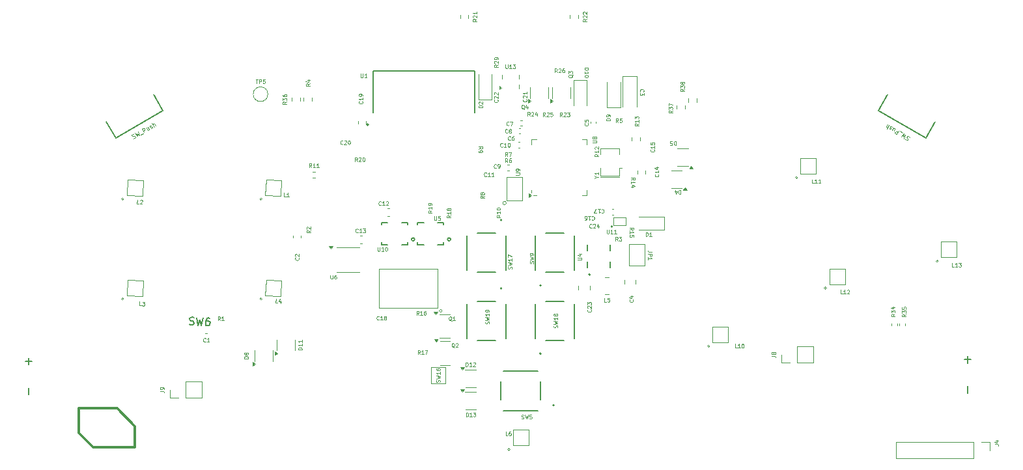
<source format=gbr>
%TF.GenerationSoftware,KiCad,Pcbnew,8.0.2*%
%TF.CreationDate,2024-07-05T17:46:32-07:00*%
%TF.ProjectId,UGC_Main,5547435f-4d61-4696-9e2e-6b696361645f,rev?*%
%TF.SameCoordinates,Original*%
%TF.FileFunction,Legend,Top*%
%TF.FilePolarity,Positive*%
%FSLAX46Y46*%
G04 Gerber Fmt 4.6, Leading zero omitted, Abs format (unit mm)*
G04 Created by KiCad (PCBNEW 8.0.2) date 2024-07-05 17:46:32*
%MOMM*%
%LPD*%
G01*
G04 APERTURE LIST*
%ADD10C,0.125000*%
%ADD11C,0.150000*%
%ADD12C,0.120000*%
%ADD13C,0.100000*%
%ADD14C,0.160000*%
%ADD15C,0.350000*%
%ADD16C,0.127000*%
%ADD17C,0.200000*%
G04 APERTURE END LIST*
D10*
X228997628Y-112903609D02*
X229021437Y-112879800D01*
X229021437Y-112879800D02*
X229092866Y-112855990D01*
X229092866Y-112855990D02*
X229140485Y-112855990D01*
X229140485Y-112855990D02*
X229211913Y-112879800D01*
X229211913Y-112879800D02*
X229259532Y-112927419D01*
X229259532Y-112927419D02*
X229283342Y-112975038D01*
X229283342Y-112975038D02*
X229307151Y-113070276D01*
X229307151Y-113070276D02*
X229307151Y-113141704D01*
X229307151Y-113141704D02*
X229283342Y-113236942D01*
X229283342Y-113236942D02*
X229259532Y-113284561D01*
X229259532Y-113284561D02*
X229211913Y-113332180D01*
X229211913Y-113332180D02*
X229140485Y-113355990D01*
X229140485Y-113355990D02*
X229092866Y-113355990D01*
X229092866Y-113355990D02*
X229021437Y-113332180D01*
X229021437Y-113332180D02*
X228997628Y-113308371D01*
X228521437Y-112855990D02*
X228807151Y-112855990D01*
X228664294Y-112855990D02*
X228664294Y-113355990D01*
X228664294Y-113355990D02*
X228711913Y-113284561D01*
X228711913Y-113284561D02*
X228759532Y-113236942D01*
X228759532Y-113236942D02*
X228807151Y-113213133D01*
X228354771Y-113355990D02*
X228021438Y-113355990D01*
X228021438Y-113355990D02*
X228235723Y-112855990D01*
X233069790Y-124619533D02*
X233093600Y-124643342D01*
X233093600Y-124643342D02*
X233117409Y-124714771D01*
X233117409Y-124714771D02*
X233117409Y-124762390D01*
X233117409Y-124762390D02*
X233093600Y-124833818D01*
X233093600Y-124833818D02*
X233045980Y-124881437D01*
X233045980Y-124881437D02*
X232998361Y-124905247D01*
X232998361Y-124905247D02*
X232903123Y-124929056D01*
X232903123Y-124929056D02*
X232831695Y-124929056D01*
X232831695Y-124929056D02*
X232736457Y-124905247D01*
X232736457Y-124905247D02*
X232688838Y-124881437D01*
X232688838Y-124881437D02*
X232641219Y-124833818D01*
X232641219Y-124833818D02*
X232617409Y-124762390D01*
X232617409Y-124762390D02*
X232617409Y-124714771D01*
X232617409Y-124714771D02*
X232641219Y-124643342D01*
X232641219Y-124643342D02*
X232665028Y-124619533D01*
X232784076Y-124190961D02*
X233117409Y-124190961D01*
X232593600Y-124310009D02*
X232950742Y-124429056D01*
X232950742Y-124429056D02*
X232950742Y-124119533D01*
X268575809Y-126508628D02*
X268337714Y-126675294D01*
X268575809Y-126794342D02*
X268075809Y-126794342D01*
X268075809Y-126794342D02*
X268075809Y-126603866D01*
X268075809Y-126603866D02*
X268099619Y-126556247D01*
X268099619Y-126556247D02*
X268123428Y-126532437D01*
X268123428Y-126532437D02*
X268171047Y-126508628D01*
X268171047Y-126508628D02*
X268242476Y-126508628D01*
X268242476Y-126508628D02*
X268290095Y-126532437D01*
X268290095Y-126532437D02*
X268313904Y-126556247D01*
X268313904Y-126556247D02*
X268337714Y-126603866D01*
X268337714Y-126603866D02*
X268337714Y-126794342D01*
X268075809Y-126341961D02*
X268075809Y-126032437D01*
X268075809Y-126032437D02*
X268266285Y-126199104D01*
X268266285Y-126199104D02*
X268266285Y-126127675D01*
X268266285Y-126127675D02*
X268290095Y-126080056D01*
X268290095Y-126080056D02*
X268313904Y-126056247D01*
X268313904Y-126056247D02*
X268361523Y-126032437D01*
X268361523Y-126032437D02*
X268480571Y-126032437D01*
X268480571Y-126032437D02*
X268528190Y-126056247D01*
X268528190Y-126056247D02*
X268552000Y-126080056D01*
X268552000Y-126080056D02*
X268575809Y-126127675D01*
X268575809Y-126127675D02*
X268575809Y-126270532D01*
X268575809Y-126270532D02*
X268552000Y-126318151D01*
X268552000Y-126318151D02*
X268528190Y-126341961D01*
X268075809Y-125580057D02*
X268075809Y-125818152D01*
X268075809Y-125818152D02*
X268313904Y-125841961D01*
X268313904Y-125841961D02*
X268290095Y-125818152D01*
X268290095Y-125818152D02*
X268266285Y-125770533D01*
X268266285Y-125770533D02*
X268266285Y-125651485D01*
X268266285Y-125651485D02*
X268290095Y-125603866D01*
X268290095Y-125603866D02*
X268313904Y-125580057D01*
X268313904Y-125580057D02*
X268361523Y-125556247D01*
X268361523Y-125556247D02*
X268480571Y-125556247D01*
X268480571Y-125556247D02*
X268528190Y-125580057D01*
X268528190Y-125580057D02*
X268552000Y-125603866D01*
X268552000Y-125603866D02*
X268575809Y-125651485D01*
X268575809Y-125651485D02*
X268575809Y-125770533D01*
X268575809Y-125770533D02*
X268552000Y-125818152D01*
X268552000Y-125818152D02*
X268528190Y-125841961D01*
X179393066Y-127326409D02*
X179226400Y-127088314D01*
X179107352Y-127326409D02*
X179107352Y-126826409D01*
X179107352Y-126826409D02*
X179297828Y-126826409D01*
X179297828Y-126826409D02*
X179345447Y-126850219D01*
X179345447Y-126850219D02*
X179369257Y-126874028D01*
X179369257Y-126874028D02*
X179393066Y-126921647D01*
X179393066Y-126921647D02*
X179393066Y-126993076D01*
X179393066Y-126993076D02*
X179369257Y-127040695D01*
X179369257Y-127040695D02*
X179345447Y-127064504D01*
X179345447Y-127064504D02*
X179297828Y-127088314D01*
X179297828Y-127088314D02*
X179107352Y-127088314D01*
X179869257Y-127326409D02*
X179583543Y-127326409D01*
X179726400Y-127326409D02*
X179726400Y-126826409D01*
X179726400Y-126826409D02*
X179678781Y-126897838D01*
X179678781Y-126897838D02*
X179631162Y-126945457D01*
X179631162Y-126945457D02*
X179583543Y-126969266D01*
X207977200Y-135353360D02*
X208001009Y-135281932D01*
X208001009Y-135281932D02*
X208001009Y-135162884D01*
X208001009Y-135162884D02*
X207977200Y-135115265D01*
X207977200Y-135115265D02*
X207953390Y-135091456D01*
X207953390Y-135091456D02*
X207905771Y-135067646D01*
X207905771Y-135067646D02*
X207858152Y-135067646D01*
X207858152Y-135067646D02*
X207810533Y-135091456D01*
X207810533Y-135091456D02*
X207786723Y-135115265D01*
X207786723Y-135115265D02*
X207762914Y-135162884D01*
X207762914Y-135162884D02*
X207739104Y-135258122D01*
X207739104Y-135258122D02*
X207715295Y-135305741D01*
X207715295Y-135305741D02*
X207691485Y-135329551D01*
X207691485Y-135329551D02*
X207643866Y-135353360D01*
X207643866Y-135353360D02*
X207596247Y-135353360D01*
X207596247Y-135353360D02*
X207548628Y-135329551D01*
X207548628Y-135329551D02*
X207524819Y-135305741D01*
X207524819Y-135305741D02*
X207501009Y-135258122D01*
X207501009Y-135258122D02*
X207501009Y-135139075D01*
X207501009Y-135139075D02*
X207524819Y-135067646D01*
X207501009Y-134900980D02*
X208001009Y-134781932D01*
X208001009Y-134781932D02*
X207643866Y-134686694D01*
X207643866Y-134686694D02*
X208001009Y-134591456D01*
X208001009Y-134591456D02*
X207501009Y-134472409D01*
X208001009Y-134020027D02*
X208001009Y-134305741D01*
X208001009Y-134162884D02*
X207501009Y-134162884D01*
X207501009Y-134162884D02*
X207572438Y-134210503D01*
X207572438Y-134210503D02*
X207620057Y-134258122D01*
X207620057Y-134258122D02*
X207643866Y-134305741D01*
X207501009Y-133591456D02*
X207501009Y-133686694D01*
X207501009Y-133686694D02*
X207524819Y-133734313D01*
X207524819Y-133734313D02*
X207548628Y-133758123D01*
X207548628Y-133758123D02*
X207620057Y-133805742D01*
X207620057Y-133805742D02*
X207715295Y-133829551D01*
X207715295Y-133829551D02*
X207905771Y-133829551D01*
X207905771Y-133829551D02*
X207953390Y-133805742D01*
X207953390Y-133805742D02*
X207977200Y-133781932D01*
X207977200Y-133781932D02*
X208001009Y-133734313D01*
X208001009Y-133734313D02*
X208001009Y-133639075D01*
X208001009Y-133639075D02*
X207977200Y-133591456D01*
X207977200Y-133591456D02*
X207953390Y-133567647D01*
X207953390Y-133567647D02*
X207905771Y-133543837D01*
X207905771Y-133543837D02*
X207786723Y-133543837D01*
X207786723Y-133543837D02*
X207739104Y-133567647D01*
X207739104Y-133567647D02*
X207715295Y-133591456D01*
X207715295Y-133591456D02*
X207691485Y-133639075D01*
X207691485Y-133639075D02*
X207691485Y-133734313D01*
X207691485Y-133734313D02*
X207715295Y-133781932D01*
X207715295Y-133781932D02*
X207739104Y-133805742D01*
X207739104Y-133805742D02*
X207786723Y-133829551D01*
X213737209Y-111132133D02*
X213499114Y-111298799D01*
X213737209Y-111417847D02*
X213237209Y-111417847D01*
X213237209Y-111417847D02*
X213237209Y-111227371D01*
X213237209Y-111227371D02*
X213261019Y-111179752D01*
X213261019Y-111179752D02*
X213284828Y-111155942D01*
X213284828Y-111155942D02*
X213332447Y-111132133D01*
X213332447Y-111132133D02*
X213403876Y-111132133D01*
X213403876Y-111132133D02*
X213451495Y-111155942D01*
X213451495Y-111155942D02*
X213475304Y-111179752D01*
X213475304Y-111179752D02*
X213499114Y-111227371D01*
X213499114Y-111227371D02*
X213499114Y-111417847D01*
X213451495Y-110846418D02*
X213427685Y-110894037D01*
X213427685Y-110894037D02*
X213403876Y-110917847D01*
X213403876Y-110917847D02*
X213356257Y-110941656D01*
X213356257Y-110941656D02*
X213332447Y-110941656D01*
X213332447Y-110941656D02*
X213284828Y-110917847D01*
X213284828Y-110917847D02*
X213261019Y-110894037D01*
X213261019Y-110894037D02*
X213237209Y-110846418D01*
X213237209Y-110846418D02*
X213237209Y-110751180D01*
X213237209Y-110751180D02*
X213261019Y-110703561D01*
X213261019Y-110703561D02*
X213284828Y-110679752D01*
X213284828Y-110679752D02*
X213332447Y-110655942D01*
X213332447Y-110655942D02*
X213356257Y-110655942D01*
X213356257Y-110655942D02*
X213403876Y-110679752D01*
X213403876Y-110679752D02*
X213427685Y-110703561D01*
X213427685Y-110703561D02*
X213451495Y-110751180D01*
X213451495Y-110751180D02*
X213451495Y-110846418D01*
X213451495Y-110846418D02*
X213475304Y-110894037D01*
X213475304Y-110894037D02*
X213499114Y-110917847D01*
X213499114Y-110917847D02*
X213546733Y-110941656D01*
X213546733Y-110941656D02*
X213641971Y-110941656D01*
X213641971Y-110941656D02*
X213689590Y-110917847D01*
X213689590Y-110917847D02*
X213713400Y-110894037D01*
X213713400Y-110894037D02*
X213737209Y-110846418D01*
X213737209Y-110846418D02*
X213737209Y-110751180D01*
X213737209Y-110751180D02*
X213713400Y-110703561D01*
X213713400Y-110703561D02*
X213689590Y-110679752D01*
X213689590Y-110679752D02*
X213641971Y-110655942D01*
X213641971Y-110655942D02*
X213546733Y-110655942D01*
X213546733Y-110655942D02*
X213499114Y-110679752D01*
X213499114Y-110679752D02*
X213475304Y-110703561D01*
X213475304Y-110703561D02*
X213451495Y-110751180D01*
X231158266Y-101545409D02*
X230991600Y-101307314D01*
X230872552Y-101545409D02*
X230872552Y-101045409D01*
X230872552Y-101045409D02*
X231063028Y-101045409D01*
X231063028Y-101045409D02*
X231110647Y-101069219D01*
X231110647Y-101069219D02*
X231134457Y-101093028D01*
X231134457Y-101093028D02*
X231158266Y-101140647D01*
X231158266Y-101140647D02*
X231158266Y-101212076D01*
X231158266Y-101212076D02*
X231134457Y-101259695D01*
X231134457Y-101259695D02*
X231110647Y-101283504D01*
X231110647Y-101283504D02*
X231063028Y-101307314D01*
X231063028Y-101307314D02*
X230872552Y-101307314D01*
X231610647Y-101045409D02*
X231372552Y-101045409D01*
X231372552Y-101045409D02*
X231348743Y-101283504D01*
X231348743Y-101283504D02*
X231372552Y-101259695D01*
X231372552Y-101259695D02*
X231420171Y-101235885D01*
X231420171Y-101235885D02*
X231539219Y-101235885D01*
X231539219Y-101235885D02*
X231586838Y-101259695D01*
X231586838Y-101259695D02*
X231610647Y-101283504D01*
X231610647Y-101283504D02*
X231634457Y-101331123D01*
X231634457Y-101331123D02*
X231634457Y-101450171D01*
X231634457Y-101450171D02*
X231610647Y-101497790D01*
X231610647Y-101497790D02*
X231586838Y-101521600D01*
X231586838Y-101521600D02*
X231539219Y-101545409D01*
X231539219Y-101545409D02*
X231420171Y-101545409D01*
X231420171Y-101545409D02*
X231372552Y-101521600D01*
X231372552Y-101521600D02*
X231348743Y-101497790D01*
X227084809Y-88131428D02*
X226846714Y-88298094D01*
X227084809Y-88417142D02*
X226584809Y-88417142D01*
X226584809Y-88417142D02*
X226584809Y-88226666D01*
X226584809Y-88226666D02*
X226608619Y-88179047D01*
X226608619Y-88179047D02*
X226632428Y-88155237D01*
X226632428Y-88155237D02*
X226680047Y-88131428D01*
X226680047Y-88131428D02*
X226751476Y-88131428D01*
X226751476Y-88131428D02*
X226799095Y-88155237D01*
X226799095Y-88155237D02*
X226822904Y-88179047D01*
X226822904Y-88179047D02*
X226846714Y-88226666D01*
X226846714Y-88226666D02*
X226846714Y-88417142D01*
X226632428Y-87940951D02*
X226608619Y-87917142D01*
X226608619Y-87917142D02*
X226584809Y-87869523D01*
X226584809Y-87869523D02*
X226584809Y-87750475D01*
X226584809Y-87750475D02*
X226608619Y-87702856D01*
X226608619Y-87702856D02*
X226632428Y-87679047D01*
X226632428Y-87679047D02*
X226680047Y-87655237D01*
X226680047Y-87655237D02*
X226727666Y-87655237D01*
X226727666Y-87655237D02*
X226799095Y-87679047D01*
X226799095Y-87679047D02*
X227084809Y-87964761D01*
X227084809Y-87964761D02*
X227084809Y-87655237D01*
X226632428Y-87464761D02*
X226608619Y-87440952D01*
X226608619Y-87440952D02*
X226584809Y-87393333D01*
X226584809Y-87393333D02*
X226584809Y-87274285D01*
X226584809Y-87274285D02*
X226608619Y-87226666D01*
X226608619Y-87226666D02*
X226632428Y-87202857D01*
X226632428Y-87202857D02*
X226680047Y-87179047D01*
X226680047Y-87179047D02*
X226727666Y-87179047D01*
X226727666Y-87179047D02*
X226799095Y-87202857D01*
X226799095Y-87202857D02*
X227084809Y-87488571D01*
X227084809Y-87488571D02*
X227084809Y-87179047D01*
X239772209Y-97222428D02*
X239534114Y-97389094D01*
X239772209Y-97508142D02*
X239272209Y-97508142D01*
X239272209Y-97508142D02*
X239272209Y-97317666D01*
X239272209Y-97317666D02*
X239296019Y-97270047D01*
X239296019Y-97270047D02*
X239319828Y-97246237D01*
X239319828Y-97246237D02*
X239367447Y-97222428D01*
X239367447Y-97222428D02*
X239438876Y-97222428D01*
X239438876Y-97222428D02*
X239486495Y-97246237D01*
X239486495Y-97246237D02*
X239510304Y-97270047D01*
X239510304Y-97270047D02*
X239534114Y-97317666D01*
X239534114Y-97317666D02*
X239534114Y-97508142D01*
X239272209Y-97055761D02*
X239272209Y-96746237D01*
X239272209Y-96746237D02*
X239462685Y-96912904D01*
X239462685Y-96912904D02*
X239462685Y-96841475D01*
X239462685Y-96841475D02*
X239486495Y-96793856D01*
X239486495Y-96793856D02*
X239510304Y-96770047D01*
X239510304Y-96770047D02*
X239557923Y-96746237D01*
X239557923Y-96746237D02*
X239676971Y-96746237D01*
X239676971Y-96746237D02*
X239724590Y-96770047D01*
X239724590Y-96770047D02*
X239748400Y-96793856D01*
X239748400Y-96793856D02*
X239772209Y-96841475D01*
X239772209Y-96841475D02*
X239772209Y-96984332D01*
X239772209Y-96984332D02*
X239748400Y-97031951D01*
X239748400Y-97031951D02*
X239724590Y-97055761D01*
X239486495Y-96460523D02*
X239462685Y-96508142D01*
X239462685Y-96508142D02*
X239438876Y-96531952D01*
X239438876Y-96531952D02*
X239391257Y-96555761D01*
X239391257Y-96555761D02*
X239367447Y-96555761D01*
X239367447Y-96555761D02*
X239319828Y-96531952D01*
X239319828Y-96531952D02*
X239296019Y-96508142D01*
X239296019Y-96508142D02*
X239272209Y-96460523D01*
X239272209Y-96460523D02*
X239272209Y-96365285D01*
X239272209Y-96365285D02*
X239296019Y-96317666D01*
X239296019Y-96317666D02*
X239319828Y-96293857D01*
X239319828Y-96293857D02*
X239367447Y-96270047D01*
X239367447Y-96270047D02*
X239391257Y-96270047D01*
X239391257Y-96270047D02*
X239438876Y-96293857D01*
X239438876Y-96293857D02*
X239462685Y-96317666D01*
X239462685Y-96317666D02*
X239486495Y-96365285D01*
X239486495Y-96365285D02*
X239486495Y-96460523D01*
X239486495Y-96460523D02*
X239510304Y-96508142D01*
X239510304Y-96508142D02*
X239534114Y-96531952D01*
X239534114Y-96531952D02*
X239581733Y-96555761D01*
X239581733Y-96555761D02*
X239676971Y-96555761D01*
X239676971Y-96555761D02*
X239724590Y-96531952D01*
X239724590Y-96531952D02*
X239748400Y-96508142D01*
X239748400Y-96508142D02*
X239772209Y-96460523D01*
X239772209Y-96460523D02*
X239772209Y-96365285D01*
X239772209Y-96365285D02*
X239748400Y-96317666D01*
X239748400Y-96317666D02*
X239724590Y-96293857D01*
X239724590Y-96293857D02*
X239676971Y-96270047D01*
X239676971Y-96270047D02*
X239581733Y-96270047D01*
X239581733Y-96270047D02*
X239534114Y-96293857D01*
X239534114Y-96293857D02*
X239510304Y-96317666D01*
X239510304Y-96317666D02*
X239486495Y-96365285D01*
X251122009Y-131941866D02*
X251479152Y-131941866D01*
X251479152Y-131941866D02*
X251550580Y-131965675D01*
X251550580Y-131965675D02*
X251598200Y-132013294D01*
X251598200Y-132013294D02*
X251622009Y-132084723D01*
X251622009Y-132084723D02*
X251622009Y-132132342D01*
X251336295Y-131632342D02*
X251312485Y-131679961D01*
X251312485Y-131679961D02*
X251288676Y-131703771D01*
X251288676Y-131703771D02*
X251241057Y-131727580D01*
X251241057Y-131727580D02*
X251217247Y-131727580D01*
X251217247Y-131727580D02*
X251169628Y-131703771D01*
X251169628Y-131703771D02*
X251145819Y-131679961D01*
X251145819Y-131679961D02*
X251122009Y-131632342D01*
X251122009Y-131632342D02*
X251122009Y-131537104D01*
X251122009Y-131537104D02*
X251145819Y-131489485D01*
X251145819Y-131489485D02*
X251169628Y-131465676D01*
X251169628Y-131465676D02*
X251217247Y-131441866D01*
X251217247Y-131441866D02*
X251241057Y-131441866D01*
X251241057Y-131441866D02*
X251288676Y-131465676D01*
X251288676Y-131465676D02*
X251312485Y-131489485D01*
X251312485Y-131489485D02*
X251336295Y-131537104D01*
X251336295Y-131537104D02*
X251336295Y-131632342D01*
X251336295Y-131632342D02*
X251360104Y-131679961D01*
X251360104Y-131679961D02*
X251383914Y-131703771D01*
X251383914Y-131703771D02*
X251431533Y-131727580D01*
X251431533Y-131727580D02*
X251526771Y-131727580D01*
X251526771Y-131727580D02*
X251574390Y-131703771D01*
X251574390Y-131703771D02*
X251598200Y-131679961D01*
X251598200Y-131679961D02*
X251622009Y-131632342D01*
X251622009Y-131632342D02*
X251622009Y-131537104D01*
X251622009Y-131537104D02*
X251598200Y-131489485D01*
X251598200Y-131489485D02*
X251574390Y-131465676D01*
X251574390Y-131465676D02*
X251526771Y-131441866D01*
X251526771Y-131441866D02*
X251431533Y-131441866D01*
X251431533Y-131441866D02*
X251383914Y-131465676D01*
X251383914Y-131465676D02*
X251360104Y-131489485D01*
X251360104Y-131489485D02*
X251336295Y-131537104D01*
X229608866Y-124888009D02*
X229370771Y-124888009D01*
X229370771Y-124888009D02*
X229370771Y-124388009D01*
X230013628Y-124388009D02*
X229775533Y-124388009D01*
X229775533Y-124388009D02*
X229751724Y-124626104D01*
X229751724Y-124626104D02*
X229775533Y-124602295D01*
X229775533Y-124602295D02*
X229823152Y-124578485D01*
X229823152Y-124578485D02*
X229942200Y-124578485D01*
X229942200Y-124578485D02*
X229989819Y-124602295D01*
X229989819Y-124602295D02*
X230013628Y-124626104D01*
X230013628Y-124626104D02*
X230037438Y-124673723D01*
X230037438Y-124673723D02*
X230037438Y-124792771D01*
X230037438Y-124792771D02*
X230013628Y-124840390D01*
X230013628Y-124840390D02*
X229989819Y-124864200D01*
X229989819Y-124864200D02*
X229942200Y-124888009D01*
X229942200Y-124888009D02*
X229823152Y-124888009D01*
X229823152Y-124888009D02*
X229775533Y-124864200D01*
X229775533Y-124864200D02*
X229751724Y-124840390D01*
X216781866Y-106752409D02*
X216615200Y-106514314D01*
X216496152Y-106752409D02*
X216496152Y-106252409D01*
X216496152Y-106252409D02*
X216686628Y-106252409D01*
X216686628Y-106252409D02*
X216734247Y-106276219D01*
X216734247Y-106276219D02*
X216758057Y-106300028D01*
X216758057Y-106300028D02*
X216781866Y-106347647D01*
X216781866Y-106347647D02*
X216781866Y-106419076D01*
X216781866Y-106419076D02*
X216758057Y-106466695D01*
X216758057Y-106466695D02*
X216734247Y-106490504D01*
X216734247Y-106490504D02*
X216686628Y-106514314D01*
X216686628Y-106514314D02*
X216496152Y-106514314D01*
X217210438Y-106252409D02*
X217115200Y-106252409D01*
X217115200Y-106252409D02*
X217067581Y-106276219D01*
X217067581Y-106276219D02*
X217043771Y-106300028D01*
X217043771Y-106300028D02*
X216996152Y-106371457D01*
X216996152Y-106371457D02*
X216972343Y-106466695D01*
X216972343Y-106466695D02*
X216972343Y-106657171D01*
X216972343Y-106657171D02*
X216996152Y-106704790D01*
X216996152Y-106704790D02*
X217019962Y-106728600D01*
X217019962Y-106728600D02*
X217067581Y-106752409D01*
X217067581Y-106752409D02*
X217162819Y-106752409D01*
X217162819Y-106752409D02*
X217210438Y-106728600D01*
X217210438Y-106728600D02*
X217234247Y-106704790D01*
X217234247Y-106704790D02*
X217258057Y-106657171D01*
X217258057Y-106657171D02*
X217258057Y-106538123D01*
X217258057Y-106538123D02*
X217234247Y-106490504D01*
X217234247Y-106490504D02*
X217210438Y-106466695D01*
X217210438Y-106466695D02*
X217162819Y-106442885D01*
X217162819Y-106442885D02*
X217067581Y-106442885D01*
X217067581Y-106442885D02*
X217019962Y-106466695D01*
X217019962Y-106466695D02*
X216996152Y-106490504D01*
X216996152Y-106490504D02*
X216972343Y-106538123D01*
X235812990Y-105096428D02*
X235836800Y-105120237D01*
X235836800Y-105120237D02*
X235860609Y-105191666D01*
X235860609Y-105191666D02*
X235860609Y-105239285D01*
X235860609Y-105239285D02*
X235836800Y-105310713D01*
X235836800Y-105310713D02*
X235789180Y-105358332D01*
X235789180Y-105358332D02*
X235741561Y-105382142D01*
X235741561Y-105382142D02*
X235646323Y-105405951D01*
X235646323Y-105405951D02*
X235574895Y-105405951D01*
X235574895Y-105405951D02*
X235479657Y-105382142D01*
X235479657Y-105382142D02*
X235432038Y-105358332D01*
X235432038Y-105358332D02*
X235384419Y-105310713D01*
X235384419Y-105310713D02*
X235360609Y-105239285D01*
X235360609Y-105239285D02*
X235360609Y-105191666D01*
X235360609Y-105191666D02*
X235384419Y-105120237D01*
X235384419Y-105120237D02*
X235408228Y-105096428D01*
X235860609Y-104620237D02*
X235860609Y-104905951D01*
X235860609Y-104763094D02*
X235360609Y-104763094D01*
X235360609Y-104763094D02*
X235432038Y-104810713D01*
X235432038Y-104810713D02*
X235479657Y-104858332D01*
X235479657Y-104858332D02*
X235503466Y-104905951D01*
X235360609Y-104167857D02*
X235360609Y-104405952D01*
X235360609Y-104405952D02*
X235598704Y-104429761D01*
X235598704Y-104429761D02*
X235574895Y-104405952D01*
X235574895Y-104405952D02*
X235551085Y-104358333D01*
X235551085Y-104358333D02*
X235551085Y-104239285D01*
X235551085Y-104239285D02*
X235574895Y-104191666D01*
X235574895Y-104191666D02*
X235598704Y-104167857D01*
X235598704Y-104167857D02*
X235646323Y-104144047D01*
X235646323Y-104144047D02*
X235765371Y-104144047D01*
X235765371Y-104144047D02*
X235812990Y-104167857D01*
X235812990Y-104167857D02*
X235836800Y-104191666D01*
X235836800Y-104191666D02*
X235860609Y-104239285D01*
X235860609Y-104239285D02*
X235860609Y-104358333D01*
X235860609Y-104358333D02*
X235836800Y-104405952D01*
X235836800Y-104405952D02*
X235812990Y-104429761D01*
X228621609Y-105680628D02*
X228383514Y-105847294D01*
X228621609Y-105966342D02*
X228121609Y-105966342D01*
X228121609Y-105966342D02*
X228121609Y-105775866D01*
X228121609Y-105775866D02*
X228145419Y-105728247D01*
X228145419Y-105728247D02*
X228169228Y-105704437D01*
X228169228Y-105704437D02*
X228216847Y-105680628D01*
X228216847Y-105680628D02*
X228288276Y-105680628D01*
X228288276Y-105680628D02*
X228335895Y-105704437D01*
X228335895Y-105704437D02*
X228359704Y-105728247D01*
X228359704Y-105728247D02*
X228383514Y-105775866D01*
X228383514Y-105775866D02*
X228383514Y-105966342D01*
X228621609Y-105204437D02*
X228621609Y-105490151D01*
X228621609Y-105347294D02*
X228121609Y-105347294D01*
X228121609Y-105347294D02*
X228193038Y-105394913D01*
X228193038Y-105394913D02*
X228240657Y-105442532D01*
X228240657Y-105442532D02*
X228264466Y-105490151D01*
X228169228Y-105013961D02*
X228145419Y-104990152D01*
X228145419Y-104990152D02*
X228121609Y-104942533D01*
X228121609Y-104942533D02*
X228121609Y-104823485D01*
X228121609Y-104823485D02*
X228145419Y-104775866D01*
X228145419Y-104775866D02*
X228169228Y-104752057D01*
X228169228Y-104752057D02*
X228216847Y-104728247D01*
X228216847Y-104728247D02*
X228264466Y-104728247D01*
X228264466Y-104728247D02*
X228335895Y-104752057D01*
X228335895Y-104752057D02*
X228621609Y-105037771D01*
X228621609Y-105037771D02*
X228621609Y-104728247D01*
X199888552Y-117784009D02*
X199888552Y-118188771D01*
X199888552Y-118188771D02*
X199912362Y-118236390D01*
X199912362Y-118236390D02*
X199936171Y-118260200D01*
X199936171Y-118260200D02*
X199983790Y-118284009D01*
X199983790Y-118284009D02*
X200079028Y-118284009D01*
X200079028Y-118284009D02*
X200126647Y-118260200D01*
X200126647Y-118260200D02*
X200150457Y-118236390D01*
X200150457Y-118236390D02*
X200174266Y-118188771D01*
X200174266Y-118188771D02*
X200174266Y-117784009D01*
X200674267Y-118284009D02*
X200388553Y-118284009D01*
X200531410Y-118284009D02*
X200531410Y-117784009D01*
X200531410Y-117784009D02*
X200483791Y-117855438D01*
X200483791Y-117855438D02*
X200436172Y-117903057D01*
X200436172Y-117903057D02*
X200388553Y-117926866D01*
X200983790Y-117784009D02*
X201031409Y-117784009D01*
X201031409Y-117784009D02*
X201079028Y-117807819D01*
X201079028Y-117807819D02*
X201102838Y-117831628D01*
X201102838Y-117831628D02*
X201126647Y-117879247D01*
X201126647Y-117879247D02*
X201150457Y-117974485D01*
X201150457Y-117974485D02*
X201150457Y-118093533D01*
X201150457Y-118093533D02*
X201126647Y-118188771D01*
X201126647Y-118188771D02*
X201102838Y-118236390D01*
X201102838Y-118236390D02*
X201079028Y-118260200D01*
X201079028Y-118260200D02*
X201031409Y-118284009D01*
X201031409Y-118284009D02*
X200983790Y-118284009D01*
X200983790Y-118284009D02*
X200936171Y-118260200D01*
X200936171Y-118260200D02*
X200912362Y-118236390D01*
X200912362Y-118236390D02*
X200888552Y-118188771D01*
X200888552Y-118188771D02*
X200864743Y-118093533D01*
X200864743Y-118093533D02*
X200864743Y-117974485D01*
X200864743Y-117974485D02*
X200888552Y-117879247D01*
X200888552Y-117879247D02*
X200912362Y-117831628D01*
X200912362Y-117831628D02*
X200936171Y-117807819D01*
X200936171Y-117807819D02*
X200983790Y-117784009D01*
X215467590Y-98619428D02*
X215491400Y-98643237D01*
X215491400Y-98643237D02*
X215515209Y-98714666D01*
X215515209Y-98714666D02*
X215515209Y-98762285D01*
X215515209Y-98762285D02*
X215491400Y-98833713D01*
X215491400Y-98833713D02*
X215443780Y-98881332D01*
X215443780Y-98881332D02*
X215396161Y-98905142D01*
X215396161Y-98905142D02*
X215300923Y-98928951D01*
X215300923Y-98928951D02*
X215229495Y-98928951D01*
X215229495Y-98928951D02*
X215134257Y-98905142D01*
X215134257Y-98905142D02*
X215086638Y-98881332D01*
X215086638Y-98881332D02*
X215039019Y-98833713D01*
X215039019Y-98833713D02*
X215015209Y-98762285D01*
X215015209Y-98762285D02*
X215015209Y-98714666D01*
X215015209Y-98714666D02*
X215039019Y-98643237D01*
X215039019Y-98643237D02*
X215062828Y-98619428D01*
X215062828Y-98428951D02*
X215039019Y-98405142D01*
X215039019Y-98405142D02*
X215015209Y-98357523D01*
X215015209Y-98357523D02*
X215015209Y-98238475D01*
X215015209Y-98238475D02*
X215039019Y-98190856D01*
X215039019Y-98190856D02*
X215062828Y-98167047D01*
X215062828Y-98167047D02*
X215110447Y-98143237D01*
X215110447Y-98143237D02*
X215158066Y-98143237D01*
X215158066Y-98143237D02*
X215229495Y-98167047D01*
X215229495Y-98167047D02*
X215515209Y-98452761D01*
X215515209Y-98452761D02*
X215515209Y-98143237D01*
X215062828Y-97952761D02*
X215039019Y-97928952D01*
X215039019Y-97928952D02*
X215015209Y-97881333D01*
X215015209Y-97881333D02*
X215015209Y-97762285D01*
X215015209Y-97762285D02*
X215039019Y-97714666D01*
X215039019Y-97714666D02*
X215062828Y-97690857D01*
X215062828Y-97690857D02*
X215110447Y-97667047D01*
X215110447Y-97667047D02*
X215158066Y-97667047D01*
X215158066Y-97667047D02*
X215229495Y-97690857D01*
X215229495Y-97690857D02*
X215515209Y-97976571D01*
X215515209Y-97976571D02*
X215515209Y-97667047D01*
X200313171Y-112292790D02*
X200289362Y-112316600D01*
X200289362Y-112316600D02*
X200217933Y-112340409D01*
X200217933Y-112340409D02*
X200170314Y-112340409D01*
X200170314Y-112340409D02*
X200098886Y-112316600D01*
X200098886Y-112316600D02*
X200051267Y-112268980D01*
X200051267Y-112268980D02*
X200027457Y-112221361D01*
X200027457Y-112221361D02*
X200003648Y-112126123D01*
X200003648Y-112126123D02*
X200003648Y-112054695D01*
X200003648Y-112054695D02*
X200027457Y-111959457D01*
X200027457Y-111959457D02*
X200051267Y-111911838D01*
X200051267Y-111911838D02*
X200098886Y-111864219D01*
X200098886Y-111864219D02*
X200170314Y-111840409D01*
X200170314Y-111840409D02*
X200217933Y-111840409D01*
X200217933Y-111840409D02*
X200289362Y-111864219D01*
X200289362Y-111864219D02*
X200313171Y-111888028D01*
X200789362Y-112340409D02*
X200503648Y-112340409D01*
X200646505Y-112340409D02*
X200646505Y-111840409D01*
X200646505Y-111840409D02*
X200598886Y-111911838D01*
X200598886Y-111911838D02*
X200551267Y-111959457D01*
X200551267Y-111959457D02*
X200503648Y-111983266D01*
X200979838Y-111888028D02*
X201003647Y-111864219D01*
X201003647Y-111864219D02*
X201051266Y-111840409D01*
X201051266Y-111840409D02*
X201170314Y-111840409D01*
X201170314Y-111840409D02*
X201217933Y-111864219D01*
X201217933Y-111864219D02*
X201241742Y-111888028D01*
X201241742Y-111888028D02*
X201265552Y-111935647D01*
X201265552Y-111935647D02*
X201265552Y-111983266D01*
X201265552Y-111983266D02*
X201241742Y-112054695D01*
X201241742Y-112054695D02*
X200956028Y-112340409D01*
X200956028Y-112340409D02*
X201265552Y-112340409D01*
X216525552Y-94035009D02*
X216525552Y-94439771D01*
X216525552Y-94439771D02*
X216549362Y-94487390D01*
X216549362Y-94487390D02*
X216573171Y-94511200D01*
X216573171Y-94511200D02*
X216620790Y-94535009D01*
X216620790Y-94535009D02*
X216716028Y-94535009D01*
X216716028Y-94535009D02*
X216763647Y-94511200D01*
X216763647Y-94511200D02*
X216787457Y-94487390D01*
X216787457Y-94487390D02*
X216811266Y-94439771D01*
X216811266Y-94439771D02*
X216811266Y-94035009D01*
X217311267Y-94535009D02*
X217025553Y-94535009D01*
X217168410Y-94535009D02*
X217168410Y-94035009D01*
X217168410Y-94035009D02*
X217120791Y-94106438D01*
X217120791Y-94106438D02*
X217073172Y-94154057D01*
X217073172Y-94154057D02*
X217025553Y-94177866D01*
X217477933Y-94035009D02*
X217787457Y-94035009D01*
X217787457Y-94035009D02*
X217620790Y-94225485D01*
X217620790Y-94225485D02*
X217692219Y-94225485D01*
X217692219Y-94225485D02*
X217739838Y-94249295D01*
X217739838Y-94249295D02*
X217763647Y-94273104D01*
X217763647Y-94273104D02*
X217787457Y-94320723D01*
X217787457Y-94320723D02*
X217787457Y-94439771D01*
X217787457Y-94439771D02*
X217763647Y-94487390D01*
X217763647Y-94487390D02*
X217739838Y-94511200D01*
X217739838Y-94511200D02*
X217692219Y-94535009D01*
X217692219Y-94535009D02*
X217549362Y-94535009D01*
X217549362Y-94535009D02*
X217501743Y-94511200D01*
X217501743Y-94511200D02*
X217477933Y-94487390D01*
X209502380Y-127374028D02*
X209454761Y-127350219D01*
X209454761Y-127350219D02*
X209407142Y-127302600D01*
X209407142Y-127302600D02*
X209335714Y-127231171D01*
X209335714Y-127231171D02*
X209288095Y-127207361D01*
X209288095Y-127207361D02*
X209240476Y-127207361D01*
X209264285Y-127326409D02*
X209216666Y-127302600D01*
X209216666Y-127302600D02*
X209169047Y-127254980D01*
X209169047Y-127254980D02*
X209145238Y-127159742D01*
X209145238Y-127159742D02*
X209145238Y-126993076D01*
X209145238Y-126993076D02*
X209169047Y-126897838D01*
X209169047Y-126897838D02*
X209216666Y-126850219D01*
X209216666Y-126850219D02*
X209264285Y-126826409D01*
X209264285Y-126826409D02*
X209359523Y-126826409D01*
X209359523Y-126826409D02*
X209407142Y-126850219D01*
X209407142Y-126850219D02*
X209454761Y-126897838D01*
X209454761Y-126897838D02*
X209478571Y-126993076D01*
X209478571Y-126993076D02*
X209478571Y-127159742D01*
X209478571Y-127159742D02*
X209454761Y-127254980D01*
X209454761Y-127254980D02*
X209407142Y-127302600D01*
X209407142Y-127302600D02*
X209359523Y-127326409D01*
X209359523Y-127326409D02*
X209264285Y-127326409D01*
X209954762Y-127326409D02*
X209669048Y-127326409D01*
X209811905Y-127326409D02*
X209811905Y-126826409D01*
X209811905Y-126826409D02*
X209764286Y-126897838D01*
X209764286Y-126897838D02*
X209716667Y-126945457D01*
X209716667Y-126945457D02*
X209669048Y-126969266D01*
X214028571Y-108527190D02*
X214004762Y-108551000D01*
X214004762Y-108551000D02*
X213933333Y-108574809D01*
X213933333Y-108574809D02*
X213885714Y-108574809D01*
X213885714Y-108574809D02*
X213814286Y-108551000D01*
X213814286Y-108551000D02*
X213766667Y-108503380D01*
X213766667Y-108503380D02*
X213742857Y-108455761D01*
X213742857Y-108455761D02*
X213719048Y-108360523D01*
X213719048Y-108360523D02*
X213719048Y-108289095D01*
X213719048Y-108289095D02*
X213742857Y-108193857D01*
X213742857Y-108193857D02*
X213766667Y-108146238D01*
X213766667Y-108146238D02*
X213814286Y-108098619D01*
X213814286Y-108098619D02*
X213885714Y-108074809D01*
X213885714Y-108074809D02*
X213933333Y-108074809D01*
X213933333Y-108074809D02*
X214004762Y-108098619D01*
X214004762Y-108098619D02*
X214028571Y-108122428D01*
X214504762Y-108574809D02*
X214219048Y-108574809D01*
X214361905Y-108574809D02*
X214361905Y-108074809D01*
X214361905Y-108074809D02*
X214314286Y-108146238D01*
X214314286Y-108146238D02*
X214266667Y-108193857D01*
X214266667Y-108193857D02*
X214219048Y-108217666D01*
X214980952Y-108574809D02*
X214695238Y-108574809D01*
X214838095Y-108574809D02*
X214838095Y-108074809D01*
X214838095Y-108074809D02*
X214790476Y-108146238D01*
X214790476Y-108146238D02*
X214742857Y-108193857D01*
X214742857Y-108193857D02*
X214695238Y-108217666D01*
X234036209Y-97554266D02*
X234012400Y-97530457D01*
X234012400Y-97530457D02*
X233988590Y-97459028D01*
X233988590Y-97459028D02*
X233988590Y-97411409D01*
X233988590Y-97411409D02*
X234012400Y-97339981D01*
X234012400Y-97339981D02*
X234060019Y-97292362D01*
X234060019Y-97292362D02*
X234107638Y-97268552D01*
X234107638Y-97268552D02*
X234202876Y-97244743D01*
X234202876Y-97244743D02*
X234274304Y-97244743D01*
X234274304Y-97244743D02*
X234369542Y-97268552D01*
X234369542Y-97268552D02*
X234417161Y-97292362D01*
X234417161Y-97292362D02*
X234464780Y-97339981D01*
X234464780Y-97339981D02*
X234488590Y-97411409D01*
X234488590Y-97411409D02*
X234488590Y-97459028D01*
X234488590Y-97459028D02*
X234464780Y-97530457D01*
X234464780Y-97530457D02*
X234440971Y-97554266D01*
X234488590Y-97720933D02*
X234488590Y-98030457D01*
X234488590Y-98030457D02*
X234298114Y-97863790D01*
X234298114Y-97863790D02*
X234298114Y-97935219D01*
X234298114Y-97935219D02*
X234274304Y-97982838D01*
X234274304Y-97982838D02*
X234250495Y-98006647D01*
X234250495Y-98006647D02*
X234202876Y-98030457D01*
X234202876Y-98030457D02*
X234083828Y-98030457D01*
X234083828Y-98030457D02*
X234036209Y-98006647D01*
X234036209Y-98006647D02*
X234012400Y-97982838D01*
X234012400Y-97982838D02*
X233988590Y-97935219D01*
X233988590Y-97935219D02*
X233988590Y-97792362D01*
X233988590Y-97792362D02*
X234012400Y-97744743D01*
X234012400Y-97744743D02*
X234036209Y-97720933D01*
X212794809Y-88111428D02*
X212556714Y-88278094D01*
X212794809Y-88397142D02*
X212294809Y-88397142D01*
X212294809Y-88397142D02*
X212294809Y-88206666D01*
X212294809Y-88206666D02*
X212318619Y-88159047D01*
X212318619Y-88159047D02*
X212342428Y-88135237D01*
X212342428Y-88135237D02*
X212390047Y-88111428D01*
X212390047Y-88111428D02*
X212461476Y-88111428D01*
X212461476Y-88111428D02*
X212509095Y-88135237D01*
X212509095Y-88135237D02*
X212532904Y-88159047D01*
X212532904Y-88159047D02*
X212556714Y-88206666D01*
X212556714Y-88206666D02*
X212556714Y-88397142D01*
X212342428Y-87920951D02*
X212318619Y-87897142D01*
X212318619Y-87897142D02*
X212294809Y-87849523D01*
X212294809Y-87849523D02*
X212294809Y-87730475D01*
X212294809Y-87730475D02*
X212318619Y-87682856D01*
X212318619Y-87682856D02*
X212342428Y-87659047D01*
X212342428Y-87659047D02*
X212390047Y-87635237D01*
X212390047Y-87635237D02*
X212437666Y-87635237D01*
X212437666Y-87635237D02*
X212509095Y-87659047D01*
X212509095Y-87659047D02*
X212794809Y-87944761D01*
X212794809Y-87944761D02*
X212794809Y-87635237D01*
X212794809Y-87159047D02*
X212794809Y-87444761D01*
X212794809Y-87301904D02*
X212294809Y-87301904D01*
X212294809Y-87301904D02*
X212366238Y-87349523D01*
X212366238Y-87349523D02*
X212413857Y-87397142D01*
X212413857Y-87397142D02*
X212437666Y-87444761D01*
X212982790Y-105011266D02*
X213220885Y-104844600D01*
X212982790Y-104725552D02*
X213482790Y-104725552D01*
X213482790Y-104725552D02*
X213482790Y-104916028D01*
X213482790Y-104916028D02*
X213458980Y-104963647D01*
X213458980Y-104963647D02*
X213435171Y-104987457D01*
X213435171Y-104987457D02*
X213387552Y-105011266D01*
X213387552Y-105011266D02*
X213316123Y-105011266D01*
X213316123Y-105011266D02*
X213268504Y-104987457D01*
X213268504Y-104987457D02*
X213244695Y-104963647D01*
X213244695Y-104963647D02*
X213220885Y-104916028D01*
X213220885Y-104916028D02*
X213220885Y-104725552D01*
X212982790Y-105249362D02*
X212982790Y-105344600D01*
X212982790Y-105344600D02*
X213006600Y-105392219D01*
X213006600Y-105392219D02*
X213030409Y-105416028D01*
X213030409Y-105416028D02*
X213101838Y-105463647D01*
X213101838Y-105463647D02*
X213197076Y-105487457D01*
X213197076Y-105487457D02*
X213387552Y-105487457D01*
X213387552Y-105487457D02*
X213435171Y-105463647D01*
X213435171Y-105463647D02*
X213458980Y-105439838D01*
X213458980Y-105439838D02*
X213482790Y-105392219D01*
X213482790Y-105392219D02*
X213482790Y-105296981D01*
X213482790Y-105296981D02*
X213458980Y-105249362D01*
X213458980Y-105249362D02*
X213435171Y-105225552D01*
X213435171Y-105225552D02*
X213387552Y-105201743D01*
X213387552Y-105201743D02*
X213268504Y-105201743D01*
X213268504Y-105201743D02*
X213220885Y-105225552D01*
X213220885Y-105225552D02*
X213197076Y-105249362D01*
X213197076Y-105249362D02*
X213173266Y-105296981D01*
X213173266Y-105296981D02*
X213173266Y-105392219D01*
X213173266Y-105392219D02*
X213197076Y-105439838D01*
X213197076Y-105439838D02*
X213220885Y-105463647D01*
X213220885Y-105463647D02*
X213268504Y-105487457D01*
X267153409Y-126483228D02*
X266915314Y-126649894D01*
X267153409Y-126768942D02*
X266653409Y-126768942D01*
X266653409Y-126768942D02*
X266653409Y-126578466D01*
X266653409Y-126578466D02*
X266677219Y-126530847D01*
X266677219Y-126530847D02*
X266701028Y-126507037D01*
X266701028Y-126507037D02*
X266748647Y-126483228D01*
X266748647Y-126483228D02*
X266820076Y-126483228D01*
X266820076Y-126483228D02*
X266867695Y-126507037D01*
X266867695Y-126507037D02*
X266891504Y-126530847D01*
X266891504Y-126530847D02*
X266915314Y-126578466D01*
X266915314Y-126578466D02*
X266915314Y-126768942D01*
X266653409Y-126316561D02*
X266653409Y-126007037D01*
X266653409Y-126007037D02*
X266843885Y-126173704D01*
X266843885Y-126173704D02*
X266843885Y-126102275D01*
X266843885Y-126102275D02*
X266867695Y-126054656D01*
X266867695Y-126054656D02*
X266891504Y-126030847D01*
X266891504Y-126030847D02*
X266939123Y-126007037D01*
X266939123Y-126007037D02*
X267058171Y-126007037D01*
X267058171Y-126007037D02*
X267105790Y-126030847D01*
X267105790Y-126030847D02*
X267129600Y-126054656D01*
X267129600Y-126054656D02*
X267153409Y-126102275D01*
X267153409Y-126102275D02*
X267153409Y-126245132D01*
X267153409Y-126245132D02*
X267129600Y-126292751D01*
X267129600Y-126292751D02*
X267105790Y-126316561D01*
X266820076Y-125578466D02*
X267153409Y-125578466D01*
X266629600Y-125697514D02*
X266986742Y-125816561D01*
X266986742Y-125816561D02*
X266986742Y-125507038D01*
X231108511Y-116961713D02*
X230941845Y-116723618D01*
X230822797Y-116961713D02*
X230822797Y-116461713D01*
X230822797Y-116461713D02*
X231013273Y-116461713D01*
X231013273Y-116461713D02*
X231060892Y-116485523D01*
X231060892Y-116485523D02*
X231084702Y-116509332D01*
X231084702Y-116509332D02*
X231108511Y-116556951D01*
X231108511Y-116556951D02*
X231108511Y-116628380D01*
X231108511Y-116628380D02*
X231084702Y-116675999D01*
X231084702Y-116675999D02*
X231060892Y-116699808D01*
X231060892Y-116699808D02*
X231013273Y-116723618D01*
X231013273Y-116723618D02*
X230822797Y-116723618D01*
X231275178Y-116461713D02*
X231584702Y-116461713D01*
X231584702Y-116461713D02*
X231418035Y-116652189D01*
X231418035Y-116652189D02*
X231489464Y-116652189D01*
X231489464Y-116652189D02*
X231537083Y-116675999D01*
X231537083Y-116675999D02*
X231560892Y-116699808D01*
X231560892Y-116699808D02*
X231584702Y-116747427D01*
X231584702Y-116747427D02*
X231584702Y-116866475D01*
X231584702Y-116866475D02*
X231560892Y-116914094D01*
X231560892Y-116914094D02*
X231537083Y-116937904D01*
X231537083Y-116937904D02*
X231489464Y-116961713D01*
X231489464Y-116961713D02*
X231346607Y-116961713D01*
X231346607Y-116961713D02*
X231298988Y-116937904D01*
X231298988Y-116937904D02*
X231275178Y-116914094D01*
X168840415Y-112132540D02*
X168602646Y-112120079D01*
X168602646Y-112120079D02*
X168628814Y-111620764D01*
X169006752Y-111688255D02*
X169031775Y-111665724D01*
X169031775Y-111665724D02*
X169080575Y-111644440D01*
X169080575Y-111644440D02*
X169199460Y-111650670D01*
X169199460Y-111650670D02*
X169245767Y-111676939D01*
X169245767Y-111676939D02*
X169268298Y-111701962D01*
X169268298Y-111701962D02*
X169289583Y-111750762D01*
X169289583Y-111750762D02*
X169287091Y-111798316D01*
X169287091Y-111798316D02*
X169259575Y-111868400D01*
X169259575Y-111868400D02*
X168959300Y-112138770D01*
X168959300Y-112138770D02*
X169268399Y-112154969D01*
X205393171Y-131695209D02*
X205226505Y-131457114D01*
X205107457Y-131695209D02*
X205107457Y-131195209D01*
X205107457Y-131195209D02*
X205297933Y-131195209D01*
X205297933Y-131195209D02*
X205345552Y-131219019D01*
X205345552Y-131219019D02*
X205369362Y-131242828D01*
X205369362Y-131242828D02*
X205393171Y-131290447D01*
X205393171Y-131290447D02*
X205393171Y-131361876D01*
X205393171Y-131361876D02*
X205369362Y-131409495D01*
X205369362Y-131409495D02*
X205345552Y-131433304D01*
X205345552Y-131433304D02*
X205297933Y-131457114D01*
X205297933Y-131457114D02*
X205107457Y-131457114D01*
X205869362Y-131695209D02*
X205583648Y-131695209D01*
X205726505Y-131695209D02*
X205726505Y-131195209D01*
X205726505Y-131195209D02*
X205678886Y-131266638D01*
X205678886Y-131266638D02*
X205631267Y-131314257D01*
X205631267Y-131314257D02*
X205583648Y-131338066D01*
X206036028Y-131195209D02*
X206369361Y-131195209D01*
X206369361Y-131195209D02*
X206155076Y-131695209D01*
X238222809Y-100041828D02*
X237984714Y-100208494D01*
X238222809Y-100327542D02*
X237722809Y-100327542D01*
X237722809Y-100327542D02*
X237722809Y-100137066D01*
X237722809Y-100137066D02*
X237746619Y-100089447D01*
X237746619Y-100089447D02*
X237770428Y-100065637D01*
X237770428Y-100065637D02*
X237818047Y-100041828D01*
X237818047Y-100041828D02*
X237889476Y-100041828D01*
X237889476Y-100041828D02*
X237937095Y-100065637D01*
X237937095Y-100065637D02*
X237960904Y-100089447D01*
X237960904Y-100089447D02*
X237984714Y-100137066D01*
X237984714Y-100137066D02*
X237984714Y-100327542D01*
X237722809Y-99875161D02*
X237722809Y-99565637D01*
X237722809Y-99565637D02*
X237913285Y-99732304D01*
X237913285Y-99732304D02*
X237913285Y-99660875D01*
X237913285Y-99660875D02*
X237937095Y-99613256D01*
X237937095Y-99613256D02*
X237960904Y-99589447D01*
X237960904Y-99589447D02*
X238008523Y-99565637D01*
X238008523Y-99565637D02*
X238127571Y-99565637D01*
X238127571Y-99565637D02*
X238175190Y-99589447D01*
X238175190Y-99589447D02*
X238199000Y-99613256D01*
X238199000Y-99613256D02*
X238222809Y-99660875D01*
X238222809Y-99660875D02*
X238222809Y-99803732D01*
X238222809Y-99803732D02*
X238199000Y-99851351D01*
X238199000Y-99851351D02*
X238175190Y-99875161D01*
X237722809Y-99398971D02*
X237722809Y-99065638D01*
X237722809Y-99065638D02*
X238222809Y-99279923D01*
X205240771Y-126589809D02*
X205074105Y-126351714D01*
X204955057Y-126589809D02*
X204955057Y-126089809D01*
X204955057Y-126089809D02*
X205145533Y-126089809D01*
X205145533Y-126089809D02*
X205193152Y-126113619D01*
X205193152Y-126113619D02*
X205216962Y-126137428D01*
X205216962Y-126137428D02*
X205240771Y-126185047D01*
X205240771Y-126185047D02*
X205240771Y-126256476D01*
X205240771Y-126256476D02*
X205216962Y-126304095D01*
X205216962Y-126304095D02*
X205193152Y-126327904D01*
X205193152Y-126327904D02*
X205145533Y-126351714D01*
X205145533Y-126351714D02*
X204955057Y-126351714D01*
X205716962Y-126589809D02*
X205431248Y-126589809D01*
X205574105Y-126589809D02*
X205574105Y-126089809D01*
X205574105Y-126089809D02*
X205526486Y-126161238D01*
X205526486Y-126161238D02*
X205478867Y-126208857D01*
X205478867Y-126208857D02*
X205431248Y-126232666D01*
X206145533Y-126089809D02*
X206050295Y-126089809D01*
X206050295Y-126089809D02*
X206002676Y-126113619D01*
X206002676Y-126113619D02*
X205978866Y-126137428D01*
X205978866Y-126137428D02*
X205931247Y-126208857D01*
X205931247Y-126208857D02*
X205907438Y-126304095D01*
X205907438Y-126304095D02*
X205907438Y-126494571D01*
X205907438Y-126494571D02*
X205931247Y-126542190D01*
X205931247Y-126542190D02*
X205955057Y-126566000D01*
X205955057Y-126566000D02*
X206002676Y-126589809D01*
X206002676Y-126589809D02*
X206097914Y-126589809D01*
X206097914Y-126589809D02*
X206145533Y-126566000D01*
X206145533Y-126566000D02*
X206169342Y-126542190D01*
X206169342Y-126542190D02*
X206193152Y-126494571D01*
X206193152Y-126494571D02*
X206193152Y-126375523D01*
X206193152Y-126375523D02*
X206169342Y-126327904D01*
X206169342Y-126327904D02*
X206145533Y-126304095D01*
X206145533Y-126304095D02*
X206097914Y-126280285D01*
X206097914Y-126280285D02*
X206002676Y-126280285D01*
X206002676Y-126280285D02*
X205955057Y-126304095D01*
X205955057Y-126304095D02*
X205931247Y-126327904D01*
X205931247Y-126327904D02*
X205907438Y-126375523D01*
D11*
X175409232Y-127828292D02*
X175549401Y-127883323D01*
X175549401Y-127883323D02*
X175787170Y-127895783D01*
X175787170Y-127895783D02*
X175884770Y-127853214D01*
X175884770Y-127853214D02*
X175934816Y-127808152D01*
X175934816Y-127808152D02*
X175987354Y-127715537D01*
X175987354Y-127715537D02*
X175992338Y-127620430D01*
X175992338Y-127620430D02*
X175949769Y-127522830D01*
X175949769Y-127522830D02*
X175904707Y-127472784D01*
X175904707Y-127472784D02*
X175812092Y-127420246D01*
X175812092Y-127420246D02*
X175624369Y-127362723D01*
X175624369Y-127362723D02*
X175531753Y-127310185D01*
X175531753Y-127310185D02*
X175486692Y-127260139D01*
X175486692Y-127260139D02*
X175444122Y-127162539D01*
X175444122Y-127162539D02*
X175449107Y-127067432D01*
X175449107Y-127067432D02*
X175501645Y-126974816D01*
X175501645Y-126974816D02*
X175551691Y-126929755D01*
X175551691Y-126929755D02*
X175649291Y-126887185D01*
X175649291Y-126887185D02*
X175887060Y-126899646D01*
X175887060Y-126899646D02*
X176027229Y-126954676D01*
X176362598Y-126924568D02*
X176548031Y-127935659D01*
X176548031Y-127935659D02*
X176775629Y-127232320D01*
X176775629Y-127232320D02*
X176928461Y-127955596D01*
X176928461Y-127955596D02*
X177218566Y-126969427D01*
X178026980Y-127011795D02*
X177836765Y-127001826D01*
X177836765Y-127001826D02*
X177739165Y-127044395D01*
X177739165Y-127044395D02*
X177689119Y-127089457D01*
X177689119Y-127089457D02*
X177586535Y-127227134D01*
X177586535Y-127227134D02*
X177529012Y-127414857D01*
X177529012Y-127414857D02*
X177509075Y-127795287D01*
X177509075Y-127795287D02*
X177551644Y-127892887D01*
X177551644Y-127892887D02*
X177596706Y-127942933D01*
X177596706Y-127942933D02*
X177689321Y-127995471D01*
X177689321Y-127995471D02*
X177879536Y-128005440D01*
X177879536Y-128005440D02*
X177977136Y-127962870D01*
X177977136Y-127962870D02*
X178027182Y-127917809D01*
X178027182Y-127917809D02*
X178079720Y-127825193D01*
X178079720Y-127825193D02*
X178092181Y-127587424D01*
X178092181Y-127587424D02*
X178049612Y-127489825D01*
X178049612Y-127489825D02*
X178004550Y-127439779D01*
X178004550Y-127439779D02*
X177911935Y-127387241D01*
X177911935Y-127387241D02*
X177721720Y-127377272D01*
X177721720Y-127377272D02*
X177624120Y-127419841D01*
X177624120Y-127419841D02*
X177574074Y-127464903D01*
X177574074Y-127464903D02*
X177521536Y-127557518D01*
D10*
X197239771Y-106616809D02*
X197073105Y-106378714D01*
X196954057Y-106616809D02*
X196954057Y-106116809D01*
X196954057Y-106116809D02*
X197144533Y-106116809D01*
X197144533Y-106116809D02*
X197192152Y-106140619D01*
X197192152Y-106140619D02*
X197215962Y-106164428D01*
X197215962Y-106164428D02*
X197239771Y-106212047D01*
X197239771Y-106212047D02*
X197239771Y-106283476D01*
X197239771Y-106283476D02*
X197215962Y-106331095D01*
X197215962Y-106331095D02*
X197192152Y-106354904D01*
X197192152Y-106354904D02*
X197144533Y-106378714D01*
X197144533Y-106378714D02*
X196954057Y-106378714D01*
X197430248Y-106164428D02*
X197454057Y-106140619D01*
X197454057Y-106140619D02*
X197501676Y-106116809D01*
X197501676Y-106116809D02*
X197620724Y-106116809D01*
X197620724Y-106116809D02*
X197668343Y-106140619D01*
X197668343Y-106140619D02*
X197692152Y-106164428D01*
X197692152Y-106164428D02*
X197715962Y-106212047D01*
X197715962Y-106212047D02*
X197715962Y-106259666D01*
X197715962Y-106259666D02*
X197692152Y-106331095D01*
X197692152Y-106331095D02*
X197406438Y-106616809D01*
X197406438Y-106616809D02*
X197715962Y-106616809D01*
X198025485Y-106116809D02*
X198073104Y-106116809D01*
X198073104Y-106116809D02*
X198120723Y-106140619D01*
X198120723Y-106140619D02*
X198144533Y-106164428D01*
X198144533Y-106164428D02*
X198168342Y-106212047D01*
X198168342Y-106212047D02*
X198192152Y-106307285D01*
X198192152Y-106307285D02*
X198192152Y-106426333D01*
X198192152Y-106426333D02*
X198168342Y-106521571D01*
X198168342Y-106521571D02*
X198144533Y-106569190D01*
X198144533Y-106569190D02*
X198120723Y-106593000D01*
X198120723Y-106593000D02*
X198073104Y-106616809D01*
X198073104Y-106616809D02*
X198025485Y-106616809D01*
X198025485Y-106616809D02*
X197977866Y-106593000D01*
X197977866Y-106593000D02*
X197954057Y-106569190D01*
X197954057Y-106569190D02*
X197930247Y-106521571D01*
X197930247Y-106521571D02*
X197906438Y-106426333D01*
X197906438Y-106426333D02*
X197906438Y-106307285D01*
X197906438Y-106307285D02*
X197930247Y-106212047D01*
X197930247Y-106212047D02*
X197954057Y-106164428D01*
X197954057Y-106164428D02*
X197977866Y-106140619D01*
X197977866Y-106140619D02*
X198025485Y-106116809D01*
X216756466Y-102894790D02*
X216732657Y-102918600D01*
X216732657Y-102918600D02*
X216661228Y-102942409D01*
X216661228Y-102942409D02*
X216613609Y-102942409D01*
X216613609Y-102942409D02*
X216542181Y-102918600D01*
X216542181Y-102918600D02*
X216494562Y-102870980D01*
X216494562Y-102870980D02*
X216470752Y-102823361D01*
X216470752Y-102823361D02*
X216446943Y-102728123D01*
X216446943Y-102728123D02*
X216446943Y-102656695D01*
X216446943Y-102656695D02*
X216470752Y-102561457D01*
X216470752Y-102561457D02*
X216494562Y-102513838D01*
X216494562Y-102513838D02*
X216542181Y-102466219D01*
X216542181Y-102466219D02*
X216613609Y-102442409D01*
X216613609Y-102442409D02*
X216661228Y-102442409D01*
X216661228Y-102442409D02*
X216732657Y-102466219D01*
X216732657Y-102466219D02*
X216756466Y-102490028D01*
X217042181Y-102656695D02*
X216994562Y-102632885D01*
X216994562Y-102632885D02*
X216970752Y-102609076D01*
X216970752Y-102609076D02*
X216946943Y-102561457D01*
X216946943Y-102561457D02*
X216946943Y-102537647D01*
X216946943Y-102537647D02*
X216970752Y-102490028D01*
X216970752Y-102490028D02*
X216994562Y-102466219D01*
X216994562Y-102466219D02*
X217042181Y-102442409D01*
X217042181Y-102442409D02*
X217137419Y-102442409D01*
X217137419Y-102442409D02*
X217185038Y-102466219D01*
X217185038Y-102466219D02*
X217208847Y-102490028D01*
X217208847Y-102490028D02*
X217232657Y-102537647D01*
X217232657Y-102537647D02*
X217232657Y-102561457D01*
X217232657Y-102561457D02*
X217208847Y-102609076D01*
X217208847Y-102609076D02*
X217185038Y-102632885D01*
X217185038Y-102632885D02*
X217137419Y-102656695D01*
X217137419Y-102656695D02*
X217042181Y-102656695D01*
X217042181Y-102656695D02*
X216994562Y-102680504D01*
X216994562Y-102680504D02*
X216970752Y-102704314D01*
X216970752Y-102704314D02*
X216946943Y-102751933D01*
X216946943Y-102751933D02*
X216946943Y-102847171D01*
X216946943Y-102847171D02*
X216970752Y-102894790D01*
X216970752Y-102894790D02*
X216994562Y-102918600D01*
X216994562Y-102918600D02*
X217042181Y-102942409D01*
X217042181Y-102942409D02*
X217137419Y-102942409D01*
X217137419Y-102942409D02*
X217185038Y-102918600D01*
X217185038Y-102918600D02*
X217208847Y-102894790D01*
X217208847Y-102894790D02*
X217232657Y-102847171D01*
X217232657Y-102847171D02*
X217232657Y-102751933D01*
X217232657Y-102751933D02*
X217208847Y-102704314D01*
X217208847Y-102704314D02*
X217185038Y-102680504D01*
X217185038Y-102680504D02*
X217137419Y-102656695D01*
X219226790Y-98543228D02*
X219250600Y-98567037D01*
X219250600Y-98567037D02*
X219274409Y-98638466D01*
X219274409Y-98638466D02*
X219274409Y-98686085D01*
X219274409Y-98686085D02*
X219250600Y-98757513D01*
X219250600Y-98757513D02*
X219202980Y-98805132D01*
X219202980Y-98805132D02*
X219155361Y-98828942D01*
X219155361Y-98828942D02*
X219060123Y-98852751D01*
X219060123Y-98852751D02*
X218988695Y-98852751D01*
X218988695Y-98852751D02*
X218893457Y-98828942D01*
X218893457Y-98828942D02*
X218845838Y-98805132D01*
X218845838Y-98805132D02*
X218798219Y-98757513D01*
X218798219Y-98757513D02*
X218774409Y-98686085D01*
X218774409Y-98686085D02*
X218774409Y-98638466D01*
X218774409Y-98638466D02*
X218798219Y-98567037D01*
X218798219Y-98567037D02*
X218822028Y-98543228D01*
X218822028Y-98352751D02*
X218798219Y-98328942D01*
X218798219Y-98328942D02*
X218774409Y-98281323D01*
X218774409Y-98281323D02*
X218774409Y-98162275D01*
X218774409Y-98162275D02*
X218798219Y-98114656D01*
X218798219Y-98114656D02*
X218822028Y-98090847D01*
X218822028Y-98090847D02*
X218869647Y-98067037D01*
X218869647Y-98067037D02*
X218917266Y-98067037D01*
X218917266Y-98067037D02*
X218988695Y-98090847D01*
X218988695Y-98090847D02*
X219274409Y-98376561D01*
X219274409Y-98376561D02*
X219274409Y-98067037D01*
X219274409Y-97590847D02*
X219274409Y-97876561D01*
X219274409Y-97733704D02*
X218774409Y-97733704D01*
X218774409Y-97733704D02*
X218845838Y-97781323D01*
X218845838Y-97781323D02*
X218893457Y-97828942D01*
X218893457Y-97828942D02*
X218917266Y-97876561D01*
X187915815Y-111218140D02*
X187678046Y-111205679D01*
X187678046Y-111205679D02*
X187704214Y-110706364D01*
X188343799Y-111240569D02*
X188058476Y-111225616D01*
X188201138Y-111233093D02*
X188227306Y-110733778D01*
X188227306Y-110733778D02*
X188176014Y-110802616D01*
X188176014Y-110802616D02*
X188125968Y-110847678D01*
X188125968Y-110847678D02*
X188077168Y-110868963D01*
X260328228Y-123841209D02*
X260090133Y-123841209D01*
X260090133Y-123841209D02*
X260090133Y-123341209D01*
X260756800Y-123841209D02*
X260471086Y-123841209D01*
X260613943Y-123841209D02*
X260613943Y-123341209D01*
X260613943Y-123341209D02*
X260566324Y-123412638D01*
X260566324Y-123412638D02*
X260518705Y-123460257D01*
X260518705Y-123460257D02*
X260471086Y-123484066D01*
X260947276Y-123388828D02*
X260971085Y-123365019D01*
X260971085Y-123365019D02*
X261018704Y-123341209D01*
X261018704Y-123341209D02*
X261137752Y-123341209D01*
X261137752Y-123341209D02*
X261185371Y-123365019D01*
X261185371Y-123365019D02*
X261209180Y-123388828D01*
X261209180Y-123388828D02*
X261232990Y-123436447D01*
X261232990Y-123436447D02*
X261232990Y-123484066D01*
X261232990Y-123484066D02*
X261209180Y-123555495D01*
X261209180Y-123555495D02*
X260923466Y-123841209D01*
X260923466Y-123841209D02*
X261232990Y-123841209D01*
X221674571Y-100758009D02*
X221507905Y-100519914D01*
X221388857Y-100758009D02*
X221388857Y-100258009D01*
X221388857Y-100258009D02*
X221579333Y-100258009D01*
X221579333Y-100258009D02*
X221626952Y-100281819D01*
X221626952Y-100281819D02*
X221650762Y-100305628D01*
X221650762Y-100305628D02*
X221674571Y-100353247D01*
X221674571Y-100353247D02*
X221674571Y-100424676D01*
X221674571Y-100424676D02*
X221650762Y-100472295D01*
X221650762Y-100472295D02*
X221626952Y-100496104D01*
X221626952Y-100496104D02*
X221579333Y-100519914D01*
X221579333Y-100519914D02*
X221388857Y-100519914D01*
X221865048Y-100305628D02*
X221888857Y-100281819D01*
X221888857Y-100281819D02*
X221936476Y-100258009D01*
X221936476Y-100258009D02*
X222055524Y-100258009D01*
X222055524Y-100258009D02*
X222103143Y-100281819D01*
X222103143Y-100281819D02*
X222126952Y-100305628D01*
X222126952Y-100305628D02*
X222150762Y-100353247D01*
X222150762Y-100353247D02*
X222150762Y-100400866D01*
X222150762Y-100400866D02*
X222126952Y-100472295D01*
X222126952Y-100472295D02*
X221841238Y-100758009D01*
X221841238Y-100758009D02*
X222150762Y-100758009D01*
X222603142Y-100258009D02*
X222365047Y-100258009D01*
X222365047Y-100258009D02*
X222341238Y-100496104D01*
X222341238Y-100496104D02*
X222365047Y-100472295D01*
X222365047Y-100472295D02*
X222412666Y-100448485D01*
X222412666Y-100448485D02*
X222531714Y-100448485D01*
X222531714Y-100448485D02*
X222579333Y-100472295D01*
X222579333Y-100472295D02*
X222603142Y-100496104D01*
X222603142Y-100496104D02*
X222626952Y-100543723D01*
X222626952Y-100543723D02*
X222626952Y-100662771D01*
X222626952Y-100662771D02*
X222603142Y-100710390D01*
X222603142Y-100710390D02*
X222579333Y-100734200D01*
X222579333Y-100734200D02*
X222531714Y-100758009D01*
X222531714Y-100758009D02*
X222412666Y-100758009D01*
X222412666Y-100758009D02*
X222365047Y-100734200D01*
X222365047Y-100734200D02*
X222341238Y-100710390D01*
X229682752Y-115498009D02*
X229682752Y-115902771D01*
X229682752Y-115902771D02*
X229706562Y-115950390D01*
X229706562Y-115950390D02*
X229730371Y-115974200D01*
X229730371Y-115974200D02*
X229777990Y-115998009D01*
X229777990Y-115998009D02*
X229873228Y-115998009D01*
X229873228Y-115998009D02*
X229920847Y-115974200D01*
X229920847Y-115974200D02*
X229944657Y-115950390D01*
X229944657Y-115950390D02*
X229968466Y-115902771D01*
X229968466Y-115902771D02*
X229968466Y-115498009D01*
X230468467Y-115998009D02*
X230182753Y-115998009D01*
X230325610Y-115998009D02*
X230325610Y-115498009D01*
X230325610Y-115498009D02*
X230277991Y-115569438D01*
X230277991Y-115569438D02*
X230230372Y-115617057D01*
X230230372Y-115617057D02*
X230182753Y-115640866D01*
X230944657Y-115998009D02*
X230658943Y-115998009D01*
X230801800Y-115998009D02*
X230801800Y-115498009D01*
X230801800Y-115498009D02*
X230754181Y-115569438D01*
X230754181Y-115569438D02*
X230706562Y-115617057D01*
X230706562Y-115617057D02*
X230658943Y-115640866D01*
X227227790Y-101657933D02*
X227251600Y-101681742D01*
X227251600Y-101681742D02*
X227275409Y-101753171D01*
X227275409Y-101753171D02*
X227275409Y-101800790D01*
X227275409Y-101800790D02*
X227251600Y-101872218D01*
X227251600Y-101872218D02*
X227203980Y-101919837D01*
X227203980Y-101919837D02*
X227156361Y-101943647D01*
X227156361Y-101943647D02*
X227061123Y-101967456D01*
X227061123Y-101967456D02*
X226989695Y-101967456D01*
X226989695Y-101967456D02*
X226894457Y-101943647D01*
X226894457Y-101943647D02*
X226846838Y-101919837D01*
X226846838Y-101919837D02*
X226799219Y-101872218D01*
X226799219Y-101872218D02*
X226775409Y-101800790D01*
X226775409Y-101800790D02*
X226775409Y-101753171D01*
X226775409Y-101753171D02*
X226799219Y-101681742D01*
X226799219Y-101681742D02*
X226823028Y-101657933D01*
X226775409Y-101205552D02*
X226775409Y-101443647D01*
X226775409Y-101443647D02*
X227013504Y-101467456D01*
X227013504Y-101467456D02*
X226989695Y-101443647D01*
X226989695Y-101443647D02*
X226965885Y-101396028D01*
X226965885Y-101396028D02*
X226965885Y-101276980D01*
X226965885Y-101276980D02*
X226989695Y-101229361D01*
X226989695Y-101229361D02*
X227013504Y-101205552D01*
X227013504Y-101205552D02*
X227061123Y-101181742D01*
X227061123Y-101181742D02*
X227180171Y-101181742D01*
X227180171Y-101181742D02*
X227227790Y-101205552D01*
X227227790Y-101205552D02*
X227251600Y-101229361D01*
X227251600Y-101229361D02*
X227275409Y-101276980D01*
X227275409Y-101276980D02*
X227275409Y-101396028D01*
X227275409Y-101396028D02*
X227251600Y-101443647D01*
X227251600Y-101443647D02*
X227227790Y-101467456D01*
X188050209Y-98873428D02*
X187812114Y-99040094D01*
X188050209Y-99159142D02*
X187550209Y-99159142D01*
X187550209Y-99159142D02*
X187550209Y-98968666D01*
X187550209Y-98968666D02*
X187574019Y-98921047D01*
X187574019Y-98921047D02*
X187597828Y-98897237D01*
X187597828Y-98897237D02*
X187645447Y-98873428D01*
X187645447Y-98873428D02*
X187716876Y-98873428D01*
X187716876Y-98873428D02*
X187764495Y-98897237D01*
X187764495Y-98897237D02*
X187788304Y-98921047D01*
X187788304Y-98921047D02*
X187812114Y-98968666D01*
X187812114Y-98968666D02*
X187812114Y-99159142D01*
X187550209Y-98706761D02*
X187550209Y-98397237D01*
X187550209Y-98397237D02*
X187740685Y-98563904D01*
X187740685Y-98563904D02*
X187740685Y-98492475D01*
X187740685Y-98492475D02*
X187764495Y-98444856D01*
X187764495Y-98444856D02*
X187788304Y-98421047D01*
X187788304Y-98421047D02*
X187835923Y-98397237D01*
X187835923Y-98397237D02*
X187954971Y-98397237D01*
X187954971Y-98397237D02*
X188002590Y-98421047D01*
X188002590Y-98421047D02*
X188026400Y-98444856D01*
X188026400Y-98444856D02*
X188050209Y-98492475D01*
X188050209Y-98492475D02*
X188050209Y-98635332D01*
X188050209Y-98635332D02*
X188026400Y-98682951D01*
X188026400Y-98682951D02*
X188002590Y-98706761D01*
X187550209Y-97968666D02*
X187550209Y-98063904D01*
X187550209Y-98063904D02*
X187574019Y-98111523D01*
X187574019Y-98111523D02*
X187597828Y-98135333D01*
X187597828Y-98135333D02*
X187669257Y-98182952D01*
X187669257Y-98182952D02*
X187764495Y-98206761D01*
X187764495Y-98206761D02*
X187954971Y-98206761D01*
X187954971Y-98206761D02*
X188002590Y-98182952D01*
X188002590Y-98182952D02*
X188026400Y-98159142D01*
X188026400Y-98159142D02*
X188050209Y-98111523D01*
X188050209Y-98111523D02*
X188050209Y-98016285D01*
X188050209Y-98016285D02*
X188026400Y-97968666D01*
X188026400Y-97968666D02*
X188002590Y-97944857D01*
X188002590Y-97944857D02*
X187954971Y-97921047D01*
X187954971Y-97921047D02*
X187835923Y-97921047D01*
X187835923Y-97921047D02*
X187788304Y-97944857D01*
X187788304Y-97944857D02*
X187764495Y-97968666D01*
X187764495Y-97968666D02*
X187740685Y-98016285D01*
X187740685Y-98016285D02*
X187740685Y-98111523D01*
X187740685Y-98111523D02*
X187764495Y-98159142D01*
X187764495Y-98159142D02*
X187788304Y-98182952D01*
X187788304Y-98182952D02*
X187835923Y-98206761D01*
X227608790Y-125899028D02*
X227632600Y-125922837D01*
X227632600Y-125922837D02*
X227656409Y-125994266D01*
X227656409Y-125994266D02*
X227656409Y-126041885D01*
X227656409Y-126041885D02*
X227632600Y-126113313D01*
X227632600Y-126113313D02*
X227584980Y-126160932D01*
X227584980Y-126160932D02*
X227537361Y-126184742D01*
X227537361Y-126184742D02*
X227442123Y-126208551D01*
X227442123Y-126208551D02*
X227370695Y-126208551D01*
X227370695Y-126208551D02*
X227275457Y-126184742D01*
X227275457Y-126184742D02*
X227227838Y-126160932D01*
X227227838Y-126160932D02*
X227180219Y-126113313D01*
X227180219Y-126113313D02*
X227156409Y-126041885D01*
X227156409Y-126041885D02*
X227156409Y-125994266D01*
X227156409Y-125994266D02*
X227180219Y-125922837D01*
X227180219Y-125922837D02*
X227204028Y-125899028D01*
X227204028Y-125708551D02*
X227180219Y-125684742D01*
X227180219Y-125684742D02*
X227156409Y-125637123D01*
X227156409Y-125637123D02*
X227156409Y-125518075D01*
X227156409Y-125518075D02*
X227180219Y-125470456D01*
X227180219Y-125470456D02*
X227204028Y-125446647D01*
X227204028Y-125446647D02*
X227251647Y-125422837D01*
X227251647Y-125422837D02*
X227299266Y-125422837D01*
X227299266Y-125422837D02*
X227370695Y-125446647D01*
X227370695Y-125446647D02*
X227656409Y-125732361D01*
X227656409Y-125732361D02*
X227656409Y-125422837D01*
X227156409Y-125256171D02*
X227156409Y-124946647D01*
X227156409Y-124946647D02*
X227346885Y-125113314D01*
X227346885Y-125113314D02*
X227346885Y-125041885D01*
X227346885Y-125041885D02*
X227370695Y-124994266D01*
X227370695Y-124994266D02*
X227394504Y-124970457D01*
X227394504Y-124970457D02*
X227442123Y-124946647D01*
X227442123Y-124946647D02*
X227561171Y-124946647D01*
X227561171Y-124946647D02*
X227608790Y-124970457D01*
X227608790Y-124970457D02*
X227632600Y-124994266D01*
X227632600Y-124994266D02*
X227656409Y-125041885D01*
X227656409Y-125041885D02*
X227656409Y-125184742D01*
X227656409Y-125184742D02*
X227632600Y-125232361D01*
X227632600Y-125232361D02*
X227608790Y-125256171D01*
X191296171Y-107411209D02*
X191129505Y-107173114D01*
X191010457Y-107411209D02*
X191010457Y-106911209D01*
X191010457Y-106911209D02*
X191200933Y-106911209D01*
X191200933Y-106911209D02*
X191248552Y-106935019D01*
X191248552Y-106935019D02*
X191272362Y-106958828D01*
X191272362Y-106958828D02*
X191296171Y-107006447D01*
X191296171Y-107006447D02*
X191296171Y-107077876D01*
X191296171Y-107077876D02*
X191272362Y-107125495D01*
X191272362Y-107125495D02*
X191248552Y-107149304D01*
X191248552Y-107149304D02*
X191200933Y-107173114D01*
X191200933Y-107173114D02*
X191010457Y-107173114D01*
X191772362Y-107411209D02*
X191486648Y-107411209D01*
X191629505Y-107411209D02*
X191629505Y-106911209D01*
X191629505Y-106911209D02*
X191581886Y-106982638D01*
X191581886Y-106982638D02*
X191534267Y-107030257D01*
X191534267Y-107030257D02*
X191486648Y-107054066D01*
X192248552Y-107411209D02*
X191962838Y-107411209D01*
X192105695Y-107411209D02*
X192105695Y-106911209D01*
X192105695Y-106911209D02*
X192058076Y-106982638D01*
X192058076Y-106982638D02*
X192010457Y-107030257D01*
X192010457Y-107030257D02*
X191962838Y-107054066D01*
X191055009Y-96501733D02*
X190816914Y-96668399D01*
X191055009Y-96787447D02*
X190555009Y-96787447D01*
X190555009Y-96787447D02*
X190555009Y-96596971D01*
X190555009Y-96596971D02*
X190578819Y-96549352D01*
X190578819Y-96549352D02*
X190602628Y-96525542D01*
X190602628Y-96525542D02*
X190650247Y-96501733D01*
X190650247Y-96501733D02*
X190721676Y-96501733D01*
X190721676Y-96501733D02*
X190769295Y-96525542D01*
X190769295Y-96525542D02*
X190793104Y-96549352D01*
X190793104Y-96549352D02*
X190816914Y-96596971D01*
X190816914Y-96596971D02*
X190816914Y-96787447D01*
X190721676Y-96073161D02*
X191055009Y-96073161D01*
X190531200Y-96192209D02*
X190888342Y-96311256D01*
X190888342Y-96311256D02*
X190888342Y-96001733D01*
X209393809Y-113656228D02*
X209155714Y-113822894D01*
X209393809Y-113941942D02*
X208893809Y-113941942D01*
X208893809Y-113941942D02*
X208893809Y-113751466D01*
X208893809Y-113751466D02*
X208917619Y-113703847D01*
X208917619Y-113703847D02*
X208941428Y-113680037D01*
X208941428Y-113680037D02*
X208989047Y-113656228D01*
X208989047Y-113656228D02*
X209060476Y-113656228D01*
X209060476Y-113656228D02*
X209108095Y-113680037D01*
X209108095Y-113680037D02*
X209131904Y-113703847D01*
X209131904Y-113703847D02*
X209155714Y-113751466D01*
X209155714Y-113751466D02*
X209155714Y-113941942D01*
X209393809Y-113180037D02*
X209393809Y-113465751D01*
X209393809Y-113322894D02*
X208893809Y-113322894D01*
X208893809Y-113322894D02*
X208965238Y-113370513D01*
X208965238Y-113370513D02*
X209012857Y-113418132D01*
X209012857Y-113418132D02*
X209036666Y-113465751D01*
X209108095Y-112894323D02*
X209084285Y-112941942D01*
X209084285Y-112941942D02*
X209060476Y-112965752D01*
X209060476Y-112965752D02*
X209012857Y-112989561D01*
X209012857Y-112989561D02*
X208989047Y-112989561D01*
X208989047Y-112989561D02*
X208941428Y-112965752D01*
X208941428Y-112965752D02*
X208917619Y-112941942D01*
X208917619Y-112941942D02*
X208893809Y-112894323D01*
X208893809Y-112894323D02*
X208893809Y-112799085D01*
X208893809Y-112799085D02*
X208917619Y-112751466D01*
X208917619Y-112751466D02*
X208941428Y-112727657D01*
X208941428Y-112727657D02*
X208989047Y-112703847D01*
X208989047Y-112703847D02*
X209012857Y-112703847D01*
X209012857Y-112703847D02*
X209060476Y-112727657D01*
X209060476Y-112727657D02*
X209084285Y-112751466D01*
X209084285Y-112751466D02*
X209108095Y-112799085D01*
X209108095Y-112799085D02*
X209108095Y-112894323D01*
X209108095Y-112894323D02*
X209131904Y-112941942D01*
X209131904Y-112941942D02*
X209155714Y-112965752D01*
X209155714Y-112965752D02*
X209203333Y-112989561D01*
X209203333Y-112989561D02*
X209298571Y-112989561D01*
X209298571Y-112989561D02*
X209346190Y-112965752D01*
X209346190Y-112965752D02*
X209370000Y-112941942D01*
X209370000Y-112941942D02*
X209393809Y-112894323D01*
X209393809Y-112894323D02*
X209393809Y-112799085D01*
X209393809Y-112799085D02*
X209370000Y-112751466D01*
X209370000Y-112751466D02*
X209346190Y-112727657D01*
X209346190Y-112727657D02*
X209298571Y-112703847D01*
X209298571Y-112703847D02*
X209203333Y-112703847D01*
X209203333Y-112703847D02*
X209155714Y-112727657D01*
X209155714Y-112727657D02*
X209131904Y-112751466D01*
X209131904Y-112751466D02*
X209108095Y-112799085D01*
X215566009Y-94047428D02*
X215327914Y-94214094D01*
X215566009Y-94333142D02*
X215066009Y-94333142D01*
X215066009Y-94333142D02*
X215066009Y-94142666D01*
X215066009Y-94142666D02*
X215089819Y-94095047D01*
X215089819Y-94095047D02*
X215113628Y-94071237D01*
X215113628Y-94071237D02*
X215161247Y-94047428D01*
X215161247Y-94047428D02*
X215232676Y-94047428D01*
X215232676Y-94047428D02*
X215280295Y-94071237D01*
X215280295Y-94071237D02*
X215304104Y-94095047D01*
X215304104Y-94095047D02*
X215327914Y-94142666D01*
X215327914Y-94142666D02*
X215327914Y-94333142D01*
X215113628Y-93856951D02*
X215089819Y-93833142D01*
X215089819Y-93833142D02*
X215066009Y-93785523D01*
X215066009Y-93785523D02*
X215066009Y-93666475D01*
X215066009Y-93666475D02*
X215089819Y-93618856D01*
X215089819Y-93618856D02*
X215113628Y-93595047D01*
X215113628Y-93595047D02*
X215161247Y-93571237D01*
X215161247Y-93571237D02*
X215208866Y-93571237D01*
X215208866Y-93571237D02*
X215280295Y-93595047D01*
X215280295Y-93595047D02*
X215566009Y-93880761D01*
X215566009Y-93880761D02*
X215566009Y-93571237D01*
X215566009Y-93333142D02*
X215566009Y-93237904D01*
X215566009Y-93237904D02*
X215542200Y-93190285D01*
X215542200Y-93190285D02*
X215518390Y-93166476D01*
X215518390Y-93166476D02*
X215446961Y-93118857D01*
X215446961Y-93118857D02*
X215351723Y-93095047D01*
X215351723Y-93095047D02*
X215161247Y-93095047D01*
X215161247Y-93095047D02*
X215113628Y-93118857D01*
X215113628Y-93118857D02*
X215089819Y-93142666D01*
X215089819Y-93142666D02*
X215066009Y-93190285D01*
X215066009Y-93190285D02*
X215066009Y-93285523D01*
X215066009Y-93285523D02*
X215089819Y-93333142D01*
X215089819Y-93333142D02*
X215113628Y-93356952D01*
X215113628Y-93356952D02*
X215161247Y-93380761D01*
X215161247Y-93380761D02*
X215280295Y-93380761D01*
X215280295Y-93380761D02*
X215327914Y-93356952D01*
X215327914Y-93356952D02*
X215351723Y-93333142D01*
X215351723Y-93333142D02*
X215375533Y-93285523D01*
X215375533Y-93285523D02*
X215375533Y-93190285D01*
X215375533Y-93190285D02*
X215351723Y-93142666D01*
X215351723Y-93142666D02*
X215327914Y-93118857D01*
X215327914Y-93118857D02*
X215280295Y-93095047D01*
D12*
X168128180Y-103646361D02*
X168209320Y-103629757D01*
X168209320Y-103629757D02*
X168322728Y-103564281D01*
X168322728Y-103564281D02*
X168354996Y-103515408D01*
X168354996Y-103515408D02*
X168364583Y-103479632D01*
X168364583Y-103479632D02*
X168361074Y-103421173D01*
X168361074Y-103421173D02*
X168334884Y-103375810D01*
X168334884Y-103375810D02*
X168286011Y-103343542D01*
X168286011Y-103343542D02*
X168250235Y-103333956D01*
X168250235Y-103333956D02*
X168191776Y-103337464D01*
X168191776Y-103337464D02*
X168087954Y-103367164D01*
X168087954Y-103367164D02*
X168029496Y-103370673D01*
X168029496Y-103370673D02*
X167993719Y-103361086D01*
X167993719Y-103361086D02*
X167944847Y-103328818D01*
X167944847Y-103328818D02*
X167918656Y-103283455D01*
X167918656Y-103283455D02*
X167915148Y-103224996D01*
X167915148Y-103224996D02*
X167924734Y-103189220D01*
X167924734Y-103189220D02*
X167957002Y-103140348D01*
X167957002Y-103140348D02*
X168070410Y-103074871D01*
X168070410Y-103074871D02*
X168151550Y-103058267D01*
X168297227Y-102943919D02*
X168685635Y-103354757D01*
X168685635Y-103354757D02*
X168579933Y-102962151D01*
X168579933Y-102962151D02*
X168867088Y-103249995D01*
X168867088Y-103249995D02*
X168705496Y-102708204D01*
X169074731Y-103190596D02*
X169437637Y-102981072D01*
X169524855Y-102870233D02*
X169249855Y-102393919D01*
X169249855Y-102393919D02*
X169431308Y-102289157D01*
X169431308Y-102289157D02*
X169489766Y-102285648D01*
X169489766Y-102285648D02*
X169525543Y-102295234D01*
X169525543Y-102295234D02*
X169574415Y-102327502D01*
X169574415Y-102327502D02*
X169613701Y-102395547D01*
X169613701Y-102395547D02*
X169617210Y-102454006D01*
X169617210Y-102454006D02*
X169607623Y-102489783D01*
X169607623Y-102489783D02*
X169575355Y-102538655D01*
X169575355Y-102538655D02*
X169393902Y-102643417D01*
X170021970Y-102159833D02*
X170205303Y-102477376D01*
X169817835Y-102277690D02*
X169961883Y-102527188D01*
X169961883Y-102527188D02*
X170010755Y-102559456D01*
X170010755Y-102559456D02*
X170069213Y-102555947D01*
X170069213Y-102555947D02*
X170137258Y-102516661D01*
X170137258Y-102516661D02*
X170169526Y-102467789D01*
X170169526Y-102467789D02*
X170179113Y-102432012D01*
X170396342Y-102336837D02*
X170454801Y-102333328D01*
X170454801Y-102333328D02*
X170545527Y-102280947D01*
X170545527Y-102280947D02*
X170577795Y-102232075D01*
X170577795Y-102232075D02*
X170574286Y-102173616D01*
X170574286Y-102173616D02*
X170561191Y-102150935D01*
X170561191Y-102150935D02*
X170512319Y-102118667D01*
X170512319Y-102118667D02*
X170453861Y-102122176D01*
X170453861Y-102122176D02*
X170385816Y-102161461D01*
X170385816Y-102161461D02*
X170327357Y-102164970D01*
X170327357Y-102164970D02*
X170278485Y-102132702D01*
X170278485Y-102132702D02*
X170265390Y-102110021D01*
X170265390Y-102110021D02*
X170261881Y-102051562D01*
X170261881Y-102051562D02*
X170294149Y-102002690D01*
X170294149Y-102002690D02*
X170362194Y-101963404D01*
X170362194Y-101963404D02*
X170420652Y-101959896D01*
X170817707Y-102123804D02*
X170542707Y-101647490D01*
X171021841Y-102005947D02*
X170877794Y-101756449D01*
X170877794Y-101756449D02*
X170828922Y-101724181D01*
X170828922Y-101724181D02*
X170770463Y-101727690D01*
X170770463Y-101727690D02*
X170702418Y-101766976D01*
X170702418Y-101766976D02*
X170670150Y-101815848D01*
X170670150Y-101815848D02*
X170660564Y-101851625D01*
X269024628Y-103465028D02*
X268969678Y-103403061D01*
X268969678Y-103403061D02*
X268856270Y-103337585D01*
X268856270Y-103337585D02*
X268797812Y-103334076D01*
X268797812Y-103334076D02*
X268762035Y-103343662D01*
X268762035Y-103343662D02*
X268713163Y-103375930D01*
X268713163Y-103375930D02*
X268686972Y-103421293D01*
X268686972Y-103421293D02*
X268683463Y-103479752D01*
X268683463Y-103479752D02*
X268693050Y-103515529D01*
X268693050Y-103515529D02*
X268725318Y-103564401D01*
X268725318Y-103564401D02*
X268802949Y-103639463D01*
X268802949Y-103639463D02*
X268835217Y-103688336D01*
X268835217Y-103688336D02*
X268844803Y-103724112D01*
X268844803Y-103724112D02*
X268841294Y-103782571D01*
X268841294Y-103782571D02*
X268815104Y-103827934D01*
X268815104Y-103827934D02*
X268766232Y-103860202D01*
X268766232Y-103860202D02*
X268730455Y-103869789D01*
X268730455Y-103869789D02*
X268671996Y-103866280D01*
X268671996Y-103866280D02*
X268558588Y-103800803D01*
X268558588Y-103800803D02*
X268503639Y-103738836D01*
X268331772Y-103669851D02*
X268493364Y-103128061D01*
X268493364Y-103128061D02*
X268206209Y-103415904D01*
X268206209Y-103415904D02*
X268311911Y-103023299D01*
X268311911Y-103023299D02*
X267923503Y-103434137D01*
X268156649Y-102873174D02*
X267793743Y-102663650D01*
X267654144Y-102643537D02*
X267379144Y-103119851D01*
X267379144Y-103119851D02*
X267197691Y-103015089D01*
X267197691Y-103015089D02*
X267165423Y-102966217D01*
X267165423Y-102966217D02*
X267155837Y-102930440D01*
X267155837Y-102930440D02*
X267159345Y-102871982D01*
X267159345Y-102871982D02*
X267198631Y-102803937D01*
X267198631Y-102803937D02*
X267247503Y-102771669D01*
X267247503Y-102771669D02*
X267283280Y-102762082D01*
X267283280Y-102762082D02*
X267341739Y-102765591D01*
X267341739Y-102765591D02*
X267523192Y-102870353D01*
X266790362Y-102568222D02*
X266973695Y-102250680D01*
X266994497Y-102686080D02*
X267138544Y-102436582D01*
X267138544Y-102436582D02*
X267142053Y-102378123D01*
X267142053Y-102378123D02*
X267109785Y-102329251D01*
X267109785Y-102329251D02*
X267041740Y-102289965D01*
X267041740Y-102289965D02*
X266983282Y-102286457D01*
X266983282Y-102286457D02*
X266947505Y-102296043D01*
X266756466Y-102155504D02*
X266724198Y-102106632D01*
X266724198Y-102106632D02*
X266633471Y-102054251D01*
X266633471Y-102054251D02*
X266575013Y-102050742D01*
X266575013Y-102050742D02*
X266526141Y-102083010D01*
X266526141Y-102083010D02*
X266513045Y-102105692D01*
X266513045Y-102105692D02*
X266509536Y-102164150D01*
X266509536Y-102164150D02*
X266541804Y-102213023D01*
X266541804Y-102213023D02*
X266609849Y-102252308D01*
X266609849Y-102252308D02*
X266642117Y-102301180D01*
X266642117Y-102301180D02*
X266638608Y-102359639D01*
X266638608Y-102359639D02*
X266625513Y-102382320D01*
X266625513Y-102382320D02*
X266576641Y-102414588D01*
X266576641Y-102414588D02*
X266518183Y-102411080D01*
X266518183Y-102411080D02*
X266450138Y-102371794D01*
X266450138Y-102371794D02*
X266417870Y-102322922D01*
X266361292Y-101897108D02*
X266086292Y-102373422D01*
X266157157Y-101779251D02*
X266013110Y-102028749D01*
X266013110Y-102028749D02*
X266009601Y-102087208D01*
X266009601Y-102087208D02*
X266041869Y-102136080D01*
X266041869Y-102136080D02*
X266109914Y-102175365D01*
X266109914Y-102175365D02*
X266168372Y-102178874D01*
X266168372Y-102178874D02*
X266204149Y-102169288D01*
D10*
X217320200Y-120614960D02*
X217344009Y-120543532D01*
X217344009Y-120543532D02*
X217344009Y-120424484D01*
X217344009Y-120424484D02*
X217320200Y-120376865D01*
X217320200Y-120376865D02*
X217296390Y-120353056D01*
X217296390Y-120353056D02*
X217248771Y-120329246D01*
X217248771Y-120329246D02*
X217201152Y-120329246D01*
X217201152Y-120329246D02*
X217153533Y-120353056D01*
X217153533Y-120353056D02*
X217129723Y-120376865D01*
X217129723Y-120376865D02*
X217105914Y-120424484D01*
X217105914Y-120424484D02*
X217082104Y-120519722D01*
X217082104Y-120519722D02*
X217058295Y-120567341D01*
X217058295Y-120567341D02*
X217034485Y-120591151D01*
X217034485Y-120591151D02*
X216986866Y-120614960D01*
X216986866Y-120614960D02*
X216939247Y-120614960D01*
X216939247Y-120614960D02*
X216891628Y-120591151D01*
X216891628Y-120591151D02*
X216867819Y-120567341D01*
X216867819Y-120567341D02*
X216844009Y-120519722D01*
X216844009Y-120519722D02*
X216844009Y-120400675D01*
X216844009Y-120400675D02*
X216867819Y-120329246D01*
X216844009Y-120162580D02*
X217344009Y-120043532D01*
X217344009Y-120043532D02*
X216986866Y-119948294D01*
X216986866Y-119948294D02*
X217344009Y-119853056D01*
X217344009Y-119853056D02*
X216844009Y-119734009D01*
X217344009Y-119281627D02*
X217344009Y-119567341D01*
X217344009Y-119424484D02*
X216844009Y-119424484D01*
X216844009Y-119424484D02*
X216915438Y-119472103D01*
X216915438Y-119472103D02*
X216963057Y-119519722D01*
X216963057Y-119519722D02*
X216986866Y-119567341D01*
X216844009Y-119114961D02*
X216844009Y-118781628D01*
X216844009Y-118781628D02*
X217344009Y-118995913D01*
X217137466Y-103809190D02*
X217113657Y-103833000D01*
X217113657Y-103833000D02*
X217042228Y-103856809D01*
X217042228Y-103856809D02*
X216994609Y-103856809D01*
X216994609Y-103856809D02*
X216923181Y-103833000D01*
X216923181Y-103833000D02*
X216875562Y-103785380D01*
X216875562Y-103785380D02*
X216851752Y-103737761D01*
X216851752Y-103737761D02*
X216827943Y-103642523D01*
X216827943Y-103642523D02*
X216827943Y-103571095D01*
X216827943Y-103571095D02*
X216851752Y-103475857D01*
X216851752Y-103475857D02*
X216875562Y-103428238D01*
X216875562Y-103428238D02*
X216923181Y-103380619D01*
X216923181Y-103380619D02*
X216994609Y-103356809D01*
X216994609Y-103356809D02*
X217042228Y-103356809D01*
X217042228Y-103356809D02*
X217113657Y-103380619D01*
X217113657Y-103380619D02*
X217137466Y-103404428D01*
X217566038Y-103356809D02*
X217470800Y-103356809D01*
X217470800Y-103356809D02*
X217423181Y-103380619D01*
X217423181Y-103380619D02*
X217399371Y-103404428D01*
X217399371Y-103404428D02*
X217351752Y-103475857D01*
X217351752Y-103475857D02*
X217327943Y-103571095D01*
X217327943Y-103571095D02*
X217327943Y-103761571D01*
X217327943Y-103761571D02*
X217351752Y-103809190D01*
X217351752Y-103809190D02*
X217375562Y-103833000D01*
X217375562Y-103833000D02*
X217423181Y-103856809D01*
X217423181Y-103856809D02*
X217518419Y-103856809D01*
X217518419Y-103856809D02*
X217566038Y-103833000D01*
X217566038Y-103833000D02*
X217589847Y-103809190D01*
X217589847Y-103809190D02*
X217613657Y-103761571D01*
X217613657Y-103761571D02*
X217613657Y-103642523D01*
X217613657Y-103642523D02*
X217589847Y-103594904D01*
X217589847Y-103594904D02*
X217566038Y-103571095D01*
X217566038Y-103571095D02*
X217518419Y-103547285D01*
X217518419Y-103547285D02*
X217423181Y-103547285D01*
X217423181Y-103547285D02*
X217375562Y-103571095D01*
X217375562Y-103571095D02*
X217351752Y-103594904D01*
X217351752Y-103594904D02*
X217327943Y-103642523D01*
X206955409Y-113021228D02*
X206717314Y-113187894D01*
X206955409Y-113306942D02*
X206455409Y-113306942D01*
X206455409Y-113306942D02*
X206455409Y-113116466D01*
X206455409Y-113116466D02*
X206479219Y-113068847D01*
X206479219Y-113068847D02*
X206503028Y-113045037D01*
X206503028Y-113045037D02*
X206550647Y-113021228D01*
X206550647Y-113021228D02*
X206622076Y-113021228D01*
X206622076Y-113021228D02*
X206669695Y-113045037D01*
X206669695Y-113045037D02*
X206693504Y-113068847D01*
X206693504Y-113068847D02*
X206717314Y-113116466D01*
X206717314Y-113116466D02*
X206717314Y-113306942D01*
X206955409Y-112545037D02*
X206955409Y-112830751D01*
X206955409Y-112687894D02*
X206455409Y-112687894D01*
X206455409Y-112687894D02*
X206526838Y-112735513D01*
X206526838Y-112735513D02*
X206574457Y-112783132D01*
X206574457Y-112783132D02*
X206598266Y-112830751D01*
X206955409Y-112306942D02*
X206955409Y-112211704D01*
X206955409Y-112211704D02*
X206931600Y-112164085D01*
X206931600Y-112164085D02*
X206907790Y-112140276D01*
X206907790Y-112140276D02*
X206836361Y-112092657D01*
X206836361Y-112092657D02*
X206741123Y-112068847D01*
X206741123Y-112068847D02*
X206550647Y-112068847D01*
X206550647Y-112068847D02*
X206503028Y-112092657D01*
X206503028Y-112092657D02*
X206479219Y-112116466D01*
X206479219Y-112116466D02*
X206455409Y-112164085D01*
X206455409Y-112164085D02*
X206455409Y-112259323D01*
X206455409Y-112259323D02*
X206479219Y-112306942D01*
X206479219Y-112306942D02*
X206503028Y-112330752D01*
X206503028Y-112330752D02*
X206550647Y-112354561D01*
X206550647Y-112354561D02*
X206669695Y-112354561D01*
X206669695Y-112354561D02*
X206717314Y-112330752D01*
X206717314Y-112330752D02*
X206741123Y-112306942D01*
X206741123Y-112306942D02*
X206764933Y-112259323D01*
X206764933Y-112259323D02*
X206764933Y-112164085D01*
X206764933Y-112164085D02*
X206741123Y-112116466D01*
X206741123Y-112116466D02*
X206717314Y-112092657D01*
X206717314Y-112092657D02*
X206669695Y-112068847D01*
X197315971Y-115848790D02*
X197292162Y-115872600D01*
X197292162Y-115872600D02*
X197220733Y-115896409D01*
X197220733Y-115896409D02*
X197173114Y-115896409D01*
X197173114Y-115896409D02*
X197101686Y-115872600D01*
X197101686Y-115872600D02*
X197054067Y-115824980D01*
X197054067Y-115824980D02*
X197030257Y-115777361D01*
X197030257Y-115777361D02*
X197006448Y-115682123D01*
X197006448Y-115682123D02*
X197006448Y-115610695D01*
X197006448Y-115610695D02*
X197030257Y-115515457D01*
X197030257Y-115515457D02*
X197054067Y-115467838D01*
X197054067Y-115467838D02*
X197101686Y-115420219D01*
X197101686Y-115420219D02*
X197173114Y-115396409D01*
X197173114Y-115396409D02*
X197220733Y-115396409D01*
X197220733Y-115396409D02*
X197292162Y-115420219D01*
X197292162Y-115420219D02*
X197315971Y-115444028D01*
X197792162Y-115896409D02*
X197506448Y-115896409D01*
X197649305Y-115896409D02*
X197649305Y-115396409D01*
X197649305Y-115396409D02*
X197601686Y-115467838D01*
X197601686Y-115467838D02*
X197554067Y-115515457D01*
X197554067Y-115515457D02*
X197506448Y-115539266D01*
X197958828Y-115396409D02*
X198268352Y-115396409D01*
X198268352Y-115396409D02*
X198101685Y-115586885D01*
X198101685Y-115586885D02*
X198173114Y-115586885D01*
X198173114Y-115586885D02*
X198220733Y-115610695D01*
X198220733Y-115610695D02*
X198244542Y-115634504D01*
X198244542Y-115634504D02*
X198268352Y-115682123D01*
X198268352Y-115682123D02*
X198268352Y-115801171D01*
X198268352Y-115801171D02*
X198244542Y-115848790D01*
X198244542Y-115848790D02*
X198220733Y-115872600D01*
X198220733Y-115872600D02*
X198173114Y-115896409D01*
X198173114Y-115896409D02*
X198030257Y-115896409D01*
X198030257Y-115896409D02*
X197982638Y-115872600D01*
X197982638Y-115872600D02*
X197958828Y-115848790D01*
X223884371Y-100783409D02*
X223717705Y-100545314D01*
X223598657Y-100783409D02*
X223598657Y-100283409D01*
X223598657Y-100283409D02*
X223789133Y-100283409D01*
X223789133Y-100283409D02*
X223836752Y-100307219D01*
X223836752Y-100307219D02*
X223860562Y-100331028D01*
X223860562Y-100331028D02*
X223884371Y-100378647D01*
X223884371Y-100378647D02*
X223884371Y-100450076D01*
X223884371Y-100450076D02*
X223860562Y-100497695D01*
X223860562Y-100497695D02*
X223836752Y-100521504D01*
X223836752Y-100521504D02*
X223789133Y-100545314D01*
X223789133Y-100545314D02*
X223598657Y-100545314D01*
X224074848Y-100331028D02*
X224098657Y-100307219D01*
X224098657Y-100307219D02*
X224146276Y-100283409D01*
X224146276Y-100283409D02*
X224265324Y-100283409D01*
X224265324Y-100283409D02*
X224312943Y-100307219D01*
X224312943Y-100307219D02*
X224336752Y-100331028D01*
X224336752Y-100331028D02*
X224360562Y-100378647D01*
X224360562Y-100378647D02*
X224360562Y-100426266D01*
X224360562Y-100426266D02*
X224336752Y-100497695D01*
X224336752Y-100497695D02*
X224051038Y-100783409D01*
X224051038Y-100783409D02*
X224360562Y-100783409D01*
X224527228Y-100283409D02*
X224836752Y-100283409D01*
X224836752Y-100283409D02*
X224670085Y-100473885D01*
X224670085Y-100473885D02*
X224741514Y-100473885D01*
X224741514Y-100473885D02*
X224789133Y-100497695D01*
X224789133Y-100497695D02*
X224812942Y-100521504D01*
X224812942Y-100521504D02*
X224836752Y-100569123D01*
X224836752Y-100569123D02*
X224836752Y-100688171D01*
X224836752Y-100688171D02*
X224812942Y-100735790D01*
X224812942Y-100735790D02*
X224789133Y-100759600D01*
X224789133Y-100759600D02*
X224741514Y-100783409D01*
X224741514Y-100783409D02*
X224598657Y-100783409D01*
X224598657Y-100783409D02*
X224551038Y-100759600D01*
X224551038Y-100759600D02*
X224527228Y-100735790D01*
X215845409Y-113605428D02*
X215607314Y-113772094D01*
X215845409Y-113891142D02*
X215345409Y-113891142D01*
X215345409Y-113891142D02*
X215345409Y-113700666D01*
X215345409Y-113700666D02*
X215369219Y-113653047D01*
X215369219Y-113653047D02*
X215393028Y-113629237D01*
X215393028Y-113629237D02*
X215440647Y-113605428D01*
X215440647Y-113605428D02*
X215512076Y-113605428D01*
X215512076Y-113605428D02*
X215559695Y-113629237D01*
X215559695Y-113629237D02*
X215583504Y-113653047D01*
X215583504Y-113653047D02*
X215607314Y-113700666D01*
X215607314Y-113700666D02*
X215607314Y-113891142D01*
X215845409Y-113129237D02*
X215845409Y-113414951D01*
X215845409Y-113272094D02*
X215345409Y-113272094D01*
X215345409Y-113272094D02*
X215416838Y-113319713D01*
X215416838Y-113319713D02*
X215464457Y-113367332D01*
X215464457Y-113367332D02*
X215488266Y-113414951D01*
X215345409Y-112819714D02*
X215345409Y-112772095D01*
X215345409Y-112772095D02*
X215369219Y-112724476D01*
X215369219Y-112724476D02*
X215393028Y-112700666D01*
X215393028Y-112700666D02*
X215440647Y-112676857D01*
X215440647Y-112676857D02*
X215535885Y-112653047D01*
X215535885Y-112653047D02*
X215654933Y-112653047D01*
X215654933Y-112653047D02*
X215750171Y-112676857D01*
X215750171Y-112676857D02*
X215797790Y-112700666D01*
X215797790Y-112700666D02*
X215821600Y-112724476D01*
X215821600Y-112724476D02*
X215845409Y-112772095D01*
X215845409Y-112772095D02*
X215845409Y-112819714D01*
X215845409Y-112819714D02*
X215821600Y-112867333D01*
X215821600Y-112867333D02*
X215797790Y-112891142D01*
X215797790Y-112891142D02*
X215750171Y-112914952D01*
X215750171Y-112914952D02*
X215654933Y-112938761D01*
X215654933Y-112938761D02*
X215535885Y-112938761D01*
X215535885Y-112938761D02*
X215440647Y-112914952D01*
X215440647Y-112914952D02*
X215393028Y-112891142D01*
X215393028Y-112891142D02*
X215369219Y-112867333D01*
X215369219Y-112867333D02*
X215345409Y-112819714D01*
X211381257Y-139797809D02*
X211381257Y-139297809D01*
X211381257Y-139297809D02*
X211500305Y-139297809D01*
X211500305Y-139297809D02*
X211571733Y-139321619D01*
X211571733Y-139321619D02*
X211619352Y-139369238D01*
X211619352Y-139369238D02*
X211643162Y-139416857D01*
X211643162Y-139416857D02*
X211666971Y-139512095D01*
X211666971Y-139512095D02*
X211666971Y-139583523D01*
X211666971Y-139583523D02*
X211643162Y-139678761D01*
X211643162Y-139678761D02*
X211619352Y-139726380D01*
X211619352Y-139726380D02*
X211571733Y-139774000D01*
X211571733Y-139774000D02*
X211500305Y-139797809D01*
X211500305Y-139797809D02*
X211381257Y-139797809D01*
X212143162Y-139797809D02*
X211857448Y-139797809D01*
X212000305Y-139797809D02*
X212000305Y-139297809D01*
X212000305Y-139297809D02*
X211952686Y-139369238D01*
X211952686Y-139369238D02*
X211905067Y-139416857D01*
X211905067Y-139416857D02*
X211857448Y-139440666D01*
X212309828Y-139297809D02*
X212619352Y-139297809D01*
X212619352Y-139297809D02*
X212452685Y-139488285D01*
X212452685Y-139488285D02*
X212524114Y-139488285D01*
X212524114Y-139488285D02*
X212571733Y-139512095D01*
X212571733Y-139512095D02*
X212595542Y-139535904D01*
X212595542Y-139535904D02*
X212619352Y-139583523D01*
X212619352Y-139583523D02*
X212619352Y-139702571D01*
X212619352Y-139702571D02*
X212595542Y-139750190D01*
X212595542Y-139750190D02*
X212571733Y-139774000D01*
X212571733Y-139774000D02*
X212524114Y-139797809D01*
X212524114Y-139797809D02*
X212381257Y-139797809D01*
X212381257Y-139797809D02*
X212333638Y-139774000D01*
X212333638Y-139774000D02*
X212309828Y-139750190D01*
X227842209Y-104190752D02*
X228246971Y-104190752D01*
X228246971Y-104190752D02*
X228294590Y-104166942D01*
X228294590Y-104166942D02*
X228318400Y-104143133D01*
X228318400Y-104143133D02*
X228342209Y-104095514D01*
X228342209Y-104095514D02*
X228342209Y-104000276D01*
X228342209Y-104000276D02*
X228318400Y-103952657D01*
X228318400Y-103952657D02*
X228294590Y-103928847D01*
X228294590Y-103928847D02*
X228246971Y-103905038D01*
X228246971Y-103905038D02*
X227842209Y-103905038D01*
X228056495Y-103595513D02*
X228032685Y-103643132D01*
X228032685Y-103643132D02*
X228008876Y-103666942D01*
X228008876Y-103666942D02*
X227961257Y-103690751D01*
X227961257Y-103690751D02*
X227937447Y-103690751D01*
X227937447Y-103690751D02*
X227889828Y-103666942D01*
X227889828Y-103666942D02*
X227866019Y-103643132D01*
X227866019Y-103643132D02*
X227842209Y-103595513D01*
X227842209Y-103595513D02*
X227842209Y-103500275D01*
X227842209Y-103500275D02*
X227866019Y-103452656D01*
X227866019Y-103452656D02*
X227889828Y-103428847D01*
X227889828Y-103428847D02*
X227937447Y-103405037D01*
X227937447Y-103405037D02*
X227961257Y-103405037D01*
X227961257Y-103405037D02*
X228008876Y-103428847D01*
X228008876Y-103428847D02*
X228032685Y-103452656D01*
X228032685Y-103452656D02*
X228056495Y-103500275D01*
X228056495Y-103500275D02*
X228056495Y-103595513D01*
X228056495Y-103595513D02*
X228080304Y-103643132D01*
X228080304Y-103643132D02*
X228104114Y-103666942D01*
X228104114Y-103666942D02*
X228151733Y-103690751D01*
X228151733Y-103690751D02*
X228246971Y-103690751D01*
X228246971Y-103690751D02*
X228294590Y-103666942D01*
X228294590Y-103666942D02*
X228318400Y-103643132D01*
X228318400Y-103643132D02*
X228342209Y-103595513D01*
X228342209Y-103595513D02*
X228342209Y-103500275D01*
X228342209Y-103500275D02*
X228318400Y-103452656D01*
X228318400Y-103452656D02*
X228294590Y-103428847D01*
X228294590Y-103428847D02*
X228246971Y-103405037D01*
X228246971Y-103405037D02*
X228151733Y-103405037D01*
X228151733Y-103405037D02*
X228104114Y-103428847D01*
X228104114Y-103428847D02*
X228080304Y-103452656D01*
X228080304Y-103452656D02*
X228056495Y-103500275D01*
X274841188Y-120350811D02*
X274603093Y-120350811D01*
X274603093Y-120350811D02*
X274603093Y-119850811D01*
X275269760Y-120350811D02*
X274984046Y-120350811D01*
X275126903Y-120350811D02*
X275126903Y-119850811D01*
X275126903Y-119850811D02*
X275079284Y-119922240D01*
X275079284Y-119922240D02*
X275031665Y-119969859D01*
X275031665Y-119969859D02*
X274984046Y-119993668D01*
X275436426Y-119850811D02*
X275745950Y-119850811D01*
X275745950Y-119850811D02*
X275579283Y-120041287D01*
X275579283Y-120041287D02*
X275650712Y-120041287D01*
X275650712Y-120041287D02*
X275698331Y-120065097D01*
X275698331Y-120065097D02*
X275722140Y-120088906D01*
X275722140Y-120088906D02*
X275745950Y-120136525D01*
X275745950Y-120136525D02*
X275745950Y-120255573D01*
X275745950Y-120255573D02*
X275722140Y-120303192D01*
X275722140Y-120303192D02*
X275698331Y-120327002D01*
X275698331Y-120327002D02*
X275650712Y-120350811D01*
X275650712Y-120350811D02*
X275507855Y-120350811D01*
X275507855Y-120350811D02*
X275460236Y-120327002D01*
X275460236Y-120327002D02*
X275436426Y-120303192D01*
X216781866Y-105939609D02*
X216615200Y-105701514D01*
X216496152Y-105939609D02*
X216496152Y-105439609D01*
X216496152Y-105439609D02*
X216686628Y-105439609D01*
X216686628Y-105439609D02*
X216734247Y-105463419D01*
X216734247Y-105463419D02*
X216758057Y-105487228D01*
X216758057Y-105487228D02*
X216781866Y-105534847D01*
X216781866Y-105534847D02*
X216781866Y-105606276D01*
X216781866Y-105606276D02*
X216758057Y-105653895D01*
X216758057Y-105653895D02*
X216734247Y-105677704D01*
X216734247Y-105677704D02*
X216686628Y-105701514D01*
X216686628Y-105701514D02*
X216496152Y-105701514D01*
X216948533Y-105439609D02*
X217281866Y-105439609D01*
X217281866Y-105439609D02*
X217067581Y-105939609D01*
X223223971Y-95068409D02*
X223057305Y-94830314D01*
X222938257Y-95068409D02*
X222938257Y-94568409D01*
X222938257Y-94568409D02*
X223128733Y-94568409D01*
X223128733Y-94568409D02*
X223176352Y-94592219D01*
X223176352Y-94592219D02*
X223200162Y-94616028D01*
X223200162Y-94616028D02*
X223223971Y-94663647D01*
X223223971Y-94663647D02*
X223223971Y-94735076D01*
X223223971Y-94735076D02*
X223200162Y-94782695D01*
X223200162Y-94782695D02*
X223176352Y-94806504D01*
X223176352Y-94806504D02*
X223128733Y-94830314D01*
X223128733Y-94830314D02*
X222938257Y-94830314D01*
X223414448Y-94616028D02*
X223438257Y-94592219D01*
X223438257Y-94592219D02*
X223485876Y-94568409D01*
X223485876Y-94568409D02*
X223604924Y-94568409D01*
X223604924Y-94568409D02*
X223652543Y-94592219D01*
X223652543Y-94592219D02*
X223676352Y-94616028D01*
X223676352Y-94616028D02*
X223700162Y-94663647D01*
X223700162Y-94663647D02*
X223700162Y-94711266D01*
X223700162Y-94711266D02*
X223676352Y-94782695D01*
X223676352Y-94782695D02*
X223390638Y-95068409D01*
X223390638Y-95068409D02*
X223700162Y-95068409D01*
X224128733Y-94568409D02*
X224033495Y-94568409D01*
X224033495Y-94568409D02*
X223985876Y-94592219D01*
X223985876Y-94592219D02*
X223962066Y-94616028D01*
X223962066Y-94616028D02*
X223914447Y-94687457D01*
X223914447Y-94687457D02*
X223890638Y-94782695D01*
X223890638Y-94782695D02*
X223890638Y-94973171D01*
X223890638Y-94973171D02*
X223914447Y-95020790D01*
X223914447Y-95020790D02*
X223938257Y-95044600D01*
X223938257Y-95044600D02*
X223985876Y-95068409D01*
X223985876Y-95068409D02*
X224081114Y-95068409D01*
X224081114Y-95068409D02*
X224128733Y-95044600D01*
X224128733Y-95044600D02*
X224152542Y-95020790D01*
X224152542Y-95020790D02*
X224176352Y-94973171D01*
X224176352Y-94973171D02*
X224176352Y-94854123D01*
X224176352Y-94854123D02*
X224152542Y-94806504D01*
X224152542Y-94806504D02*
X224128733Y-94782695D01*
X224128733Y-94782695D02*
X224081114Y-94758885D01*
X224081114Y-94758885D02*
X223985876Y-94758885D01*
X223985876Y-94758885D02*
X223938257Y-94782695D01*
X223938257Y-94782695D02*
X223914447Y-94806504D01*
X223914447Y-94806504D02*
X223890638Y-94854123D01*
X186874415Y-125035740D02*
X186636646Y-125023279D01*
X186636646Y-125023279D02*
X186662814Y-124523964D01*
X187272291Y-124722801D02*
X187254845Y-125055677D01*
X187163375Y-124526355D02*
X187025799Y-124876778D01*
X187025799Y-124876778D02*
X187334899Y-124892977D01*
X280115409Y-143422666D02*
X280472552Y-143422666D01*
X280472552Y-143422666D02*
X280543980Y-143446475D01*
X280543980Y-143446475D02*
X280591600Y-143494094D01*
X280591600Y-143494094D02*
X280615409Y-143565523D01*
X280615409Y-143565523D02*
X280615409Y-143613142D01*
X280282076Y-142970285D02*
X280615409Y-142970285D01*
X280091600Y-143089333D02*
X280448742Y-143208380D01*
X280448742Y-143208380D02*
X280448742Y-142898857D01*
X232820190Y-109050971D02*
X233058285Y-108884305D01*
X232820190Y-108765257D02*
X233320190Y-108765257D01*
X233320190Y-108765257D02*
X233320190Y-108955733D01*
X233320190Y-108955733D02*
X233296380Y-109003352D01*
X233296380Y-109003352D02*
X233272571Y-109027162D01*
X233272571Y-109027162D02*
X233224952Y-109050971D01*
X233224952Y-109050971D02*
X233153523Y-109050971D01*
X233153523Y-109050971D02*
X233105904Y-109027162D01*
X233105904Y-109027162D02*
X233082095Y-109003352D01*
X233082095Y-109003352D02*
X233058285Y-108955733D01*
X233058285Y-108955733D02*
X233058285Y-108765257D01*
X232820190Y-109527162D02*
X232820190Y-109241448D01*
X232820190Y-109384305D02*
X233320190Y-109384305D01*
X233320190Y-109384305D02*
X233248761Y-109336686D01*
X233248761Y-109336686D02*
X233201142Y-109289067D01*
X233201142Y-109289067D02*
X233177333Y-109241448D01*
X233153523Y-109955733D02*
X232820190Y-109955733D01*
X233344000Y-109836685D02*
X232986857Y-109717638D01*
X232986857Y-109717638D02*
X232986857Y-110027161D01*
X213534009Y-99632247D02*
X213034009Y-99632247D01*
X213034009Y-99632247D02*
X213034009Y-99513199D01*
X213034009Y-99513199D02*
X213057819Y-99441771D01*
X213057819Y-99441771D02*
X213105438Y-99394152D01*
X213105438Y-99394152D02*
X213153057Y-99370342D01*
X213153057Y-99370342D02*
X213248295Y-99346533D01*
X213248295Y-99346533D02*
X213319723Y-99346533D01*
X213319723Y-99346533D02*
X213414961Y-99370342D01*
X213414961Y-99370342D02*
X213462580Y-99394152D01*
X213462580Y-99394152D02*
X213510200Y-99441771D01*
X213510200Y-99441771D02*
X213534009Y-99513199D01*
X213534009Y-99513199D02*
X213534009Y-99632247D01*
X213081628Y-99156056D02*
X213057819Y-99132247D01*
X213057819Y-99132247D02*
X213034009Y-99084628D01*
X213034009Y-99084628D02*
X213034009Y-98965580D01*
X213034009Y-98965580D02*
X213057819Y-98917961D01*
X213057819Y-98917961D02*
X213081628Y-98894152D01*
X213081628Y-98894152D02*
X213129247Y-98870342D01*
X213129247Y-98870342D02*
X213176866Y-98870342D01*
X213176866Y-98870342D02*
X213248295Y-98894152D01*
X213248295Y-98894152D02*
X213534009Y-99179866D01*
X213534009Y-99179866D02*
X213534009Y-98870342D01*
X183039209Y-132261047D02*
X182539209Y-132261047D01*
X182539209Y-132261047D02*
X182539209Y-132141999D01*
X182539209Y-132141999D02*
X182563019Y-132070571D01*
X182563019Y-132070571D02*
X182610638Y-132022952D01*
X182610638Y-132022952D02*
X182658257Y-131999142D01*
X182658257Y-131999142D02*
X182753495Y-131975333D01*
X182753495Y-131975333D02*
X182824923Y-131975333D01*
X182824923Y-131975333D02*
X182920161Y-131999142D01*
X182920161Y-131999142D02*
X182967780Y-132022952D01*
X182967780Y-132022952D02*
X183015400Y-132070571D01*
X183015400Y-132070571D02*
X183039209Y-132141999D01*
X183039209Y-132141999D02*
X183039209Y-132261047D01*
X182753495Y-131689618D02*
X182729685Y-131737237D01*
X182729685Y-131737237D02*
X182705876Y-131761047D01*
X182705876Y-131761047D02*
X182658257Y-131784856D01*
X182658257Y-131784856D02*
X182634447Y-131784856D01*
X182634447Y-131784856D02*
X182586828Y-131761047D01*
X182586828Y-131761047D02*
X182563019Y-131737237D01*
X182563019Y-131737237D02*
X182539209Y-131689618D01*
X182539209Y-131689618D02*
X182539209Y-131594380D01*
X182539209Y-131594380D02*
X182563019Y-131546761D01*
X182563019Y-131546761D02*
X182586828Y-131522952D01*
X182586828Y-131522952D02*
X182634447Y-131499142D01*
X182634447Y-131499142D02*
X182658257Y-131499142D01*
X182658257Y-131499142D02*
X182705876Y-131522952D01*
X182705876Y-131522952D02*
X182729685Y-131546761D01*
X182729685Y-131546761D02*
X182753495Y-131594380D01*
X182753495Y-131594380D02*
X182753495Y-131689618D01*
X182753495Y-131689618D02*
X182777304Y-131737237D01*
X182777304Y-131737237D02*
X182801114Y-131761047D01*
X182801114Y-131761047D02*
X182848733Y-131784856D01*
X182848733Y-131784856D02*
X182943971Y-131784856D01*
X182943971Y-131784856D02*
X182991590Y-131761047D01*
X182991590Y-131761047D02*
X183015400Y-131737237D01*
X183015400Y-131737237D02*
X183039209Y-131689618D01*
X183039209Y-131689618D02*
X183039209Y-131594380D01*
X183039209Y-131594380D02*
X183015400Y-131546761D01*
X183015400Y-131546761D02*
X182991590Y-131522952D01*
X182991590Y-131522952D02*
X182943971Y-131499142D01*
X182943971Y-131499142D02*
X182848733Y-131499142D01*
X182848733Y-131499142D02*
X182801114Y-131522952D01*
X182801114Y-131522952D02*
X182777304Y-131546761D01*
X182777304Y-131546761D02*
X182753495Y-131594380D01*
X235529990Y-118404533D02*
X235172847Y-118404533D01*
X235172847Y-118404533D02*
X235101419Y-118380724D01*
X235101419Y-118380724D02*
X235053800Y-118333105D01*
X235053800Y-118333105D02*
X235029990Y-118261676D01*
X235029990Y-118261676D02*
X235029990Y-118214057D01*
X235029990Y-118642628D02*
X235529990Y-118642628D01*
X235529990Y-118642628D02*
X235529990Y-118833104D01*
X235529990Y-118833104D02*
X235506180Y-118880723D01*
X235506180Y-118880723D02*
X235482371Y-118904533D01*
X235482371Y-118904533D02*
X235434752Y-118928342D01*
X235434752Y-118928342D02*
X235363323Y-118928342D01*
X235363323Y-118928342D02*
X235315704Y-118904533D01*
X235315704Y-118904533D02*
X235291895Y-118880723D01*
X235291895Y-118880723D02*
X235268085Y-118833104D01*
X235268085Y-118833104D02*
X235268085Y-118642628D01*
X235029990Y-119404533D02*
X235029990Y-119118819D01*
X235029990Y-119261676D02*
X235529990Y-119261676D01*
X235529990Y-119261676D02*
X235458561Y-119214057D01*
X235458561Y-119214057D02*
X235410942Y-119166438D01*
X235410942Y-119166438D02*
X235387133Y-119118819D01*
X216137371Y-104698190D02*
X216113562Y-104722000D01*
X216113562Y-104722000D02*
X216042133Y-104745809D01*
X216042133Y-104745809D02*
X215994514Y-104745809D01*
X215994514Y-104745809D02*
X215923086Y-104722000D01*
X215923086Y-104722000D02*
X215875467Y-104674380D01*
X215875467Y-104674380D02*
X215851657Y-104626761D01*
X215851657Y-104626761D02*
X215827848Y-104531523D01*
X215827848Y-104531523D02*
X215827848Y-104460095D01*
X215827848Y-104460095D02*
X215851657Y-104364857D01*
X215851657Y-104364857D02*
X215875467Y-104317238D01*
X215875467Y-104317238D02*
X215923086Y-104269619D01*
X215923086Y-104269619D02*
X215994514Y-104245809D01*
X215994514Y-104245809D02*
X216042133Y-104245809D01*
X216042133Y-104245809D02*
X216113562Y-104269619D01*
X216113562Y-104269619D02*
X216137371Y-104293428D01*
X216613562Y-104745809D02*
X216327848Y-104745809D01*
X216470705Y-104745809D02*
X216470705Y-104245809D01*
X216470705Y-104245809D02*
X216423086Y-104317238D01*
X216423086Y-104317238D02*
X216375467Y-104364857D01*
X216375467Y-104364857D02*
X216327848Y-104388666D01*
X216923085Y-104245809D02*
X216970704Y-104245809D01*
X216970704Y-104245809D02*
X217018323Y-104269619D01*
X217018323Y-104269619D02*
X217042133Y-104293428D01*
X217042133Y-104293428D02*
X217065942Y-104341047D01*
X217065942Y-104341047D02*
X217089752Y-104436285D01*
X217089752Y-104436285D02*
X217089752Y-104555333D01*
X217089752Y-104555333D02*
X217065942Y-104650571D01*
X217065942Y-104650571D02*
X217042133Y-104698190D01*
X217042133Y-104698190D02*
X217018323Y-104722000D01*
X217018323Y-104722000D02*
X216970704Y-104745809D01*
X216970704Y-104745809D02*
X216923085Y-104745809D01*
X216923085Y-104745809D02*
X216875466Y-104722000D01*
X216875466Y-104722000D02*
X216851657Y-104698190D01*
X216851657Y-104698190D02*
X216827847Y-104650571D01*
X216827847Y-104650571D02*
X216804038Y-104555333D01*
X216804038Y-104555333D02*
X216804038Y-104436285D01*
X216804038Y-104436285D02*
X216827847Y-104341047D01*
X216827847Y-104341047D02*
X216851657Y-104293428D01*
X216851657Y-104293428D02*
X216875466Y-104269619D01*
X216875466Y-104269619D02*
X216923085Y-104245809D01*
X171620009Y-136513866D02*
X171977152Y-136513866D01*
X171977152Y-136513866D02*
X172048580Y-136537675D01*
X172048580Y-136537675D02*
X172096200Y-136585294D01*
X172096200Y-136585294D02*
X172120009Y-136656723D01*
X172120009Y-136656723D02*
X172120009Y-136704342D01*
X172120009Y-136251961D02*
X172120009Y-136156723D01*
X172120009Y-136156723D02*
X172096200Y-136109104D01*
X172096200Y-136109104D02*
X172072390Y-136085295D01*
X172072390Y-136085295D02*
X172000961Y-136037676D01*
X172000961Y-136037676D02*
X171905723Y-136013866D01*
X171905723Y-136013866D02*
X171715247Y-136013866D01*
X171715247Y-136013866D02*
X171667628Y-136037676D01*
X171667628Y-136037676D02*
X171643819Y-136061485D01*
X171643819Y-136061485D02*
X171620009Y-136109104D01*
X171620009Y-136109104D02*
X171620009Y-136204342D01*
X171620009Y-136204342D02*
X171643819Y-136251961D01*
X171643819Y-136251961D02*
X171667628Y-136275771D01*
X171667628Y-136275771D02*
X171715247Y-136299580D01*
X171715247Y-136299580D02*
X171834295Y-136299580D01*
X171834295Y-136299580D02*
X171881914Y-136275771D01*
X171881914Y-136275771D02*
X171905723Y-136251961D01*
X171905723Y-136251961D02*
X171929533Y-136204342D01*
X171929533Y-136204342D02*
X171929533Y-136109104D01*
X171929533Y-136109104D02*
X171905723Y-136061485D01*
X171905723Y-136061485D02*
X171881914Y-136037676D01*
X171881914Y-136037676D02*
X171834295Y-136013866D01*
X193751247Y-121416209D02*
X193751247Y-121820971D01*
X193751247Y-121820971D02*
X193775057Y-121868590D01*
X193775057Y-121868590D02*
X193798866Y-121892400D01*
X193798866Y-121892400D02*
X193846485Y-121916209D01*
X193846485Y-121916209D02*
X193941723Y-121916209D01*
X193941723Y-121916209D02*
X193989342Y-121892400D01*
X193989342Y-121892400D02*
X194013152Y-121868590D01*
X194013152Y-121868590D02*
X194036961Y-121820971D01*
X194036961Y-121820971D02*
X194036961Y-121416209D01*
X194489343Y-121416209D02*
X194394105Y-121416209D01*
X194394105Y-121416209D02*
X194346486Y-121440019D01*
X194346486Y-121440019D02*
X194322676Y-121463828D01*
X194322676Y-121463828D02*
X194275057Y-121535257D01*
X194275057Y-121535257D02*
X194251248Y-121630495D01*
X194251248Y-121630495D02*
X194251248Y-121820971D01*
X194251248Y-121820971D02*
X194275057Y-121868590D01*
X194275057Y-121868590D02*
X194298867Y-121892400D01*
X194298867Y-121892400D02*
X194346486Y-121916209D01*
X194346486Y-121916209D02*
X194441724Y-121916209D01*
X194441724Y-121916209D02*
X194489343Y-121892400D01*
X194489343Y-121892400D02*
X194513152Y-121868590D01*
X194513152Y-121868590D02*
X194536962Y-121820971D01*
X194536962Y-121820971D02*
X194536962Y-121701923D01*
X194536962Y-121701923D02*
X194513152Y-121654304D01*
X194513152Y-121654304D02*
X194489343Y-121630495D01*
X194489343Y-121630495D02*
X194441724Y-121606685D01*
X194441724Y-121606685D02*
X194346486Y-121606685D01*
X194346486Y-121606685D02*
X194298867Y-121630495D01*
X194298867Y-121630495D02*
X194275057Y-121654304D01*
X194275057Y-121654304D02*
X194251248Y-121701923D01*
X227743528Y-113805561D02*
X227767337Y-113781752D01*
X227767337Y-113781752D02*
X227838766Y-113757942D01*
X227838766Y-113757942D02*
X227886385Y-113757942D01*
X227886385Y-113757942D02*
X227957813Y-113781752D01*
X227957813Y-113781752D02*
X228005432Y-113829371D01*
X228005432Y-113829371D02*
X228029242Y-113876990D01*
X228029242Y-113876990D02*
X228053051Y-113972228D01*
X228053051Y-113972228D02*
X228053051Y-114043656D01*
X228053051Y-114043656D02*
X228029242Y-114138894D01*
X228029242Y-114138894D02*
X228005432Y-114186513D01*
X228005432Y-114186513D02*
X227957813Y-114234132D01*
X227957813Y-114234132D02*
X227886385Y-114257942D01*
X227886385Y-114257942D02*
X227838766Y-114257942D01*
X227838766Y-114257942D02*
X227767337Y-114234132D01*
X227767337Y-114234132D02*
X227743528Y-114210323D01*
X227267337Y-113757942D02*
X227553051Y-113757942D01*
X227410194Y-113757942D02*
X227410194Y-114257942D01*
X227410194Y-114257942D02*
X227457813Y-114186513D01*
X227457813Y-114186513D02*
X227505432Y-114138894D01*
X227505432Y-114138894D02*
X227553051Y-114115085D01*
X226838766Y-114257942D02*
X226934004Y-114257942D01*
X226934004Y-114257942D02*
X226981623Y-114234132D01*
X226981623Y-114234132D02*
X227005433Y-114210323D01*
X227005433Y-114210323D02*
X227053052Y-114138894D01*
X227053052Y-114138894D02*
X227076861Y-114043656D01*
X227076861Y-114043656D02*
X227076861Y-113853180D01*
X227076861Y-113853180D02*
X227053052Y-113805561D01*
X227053052Y-113805561D02*
X227029242Y-113781752D01*
X227029242Y-113781752D02*
X226981623Y-113757942D01*
X226981623Y-113757942D02*
X226886385Y-113757942D01*
X226886385Y-113757942D02*
X226838766Y-113781752D01*
X226838766Y-113781752D02*
X226814957Y-113805561D01*
X226814957Y-113805561D02*
X226791147Y-113853180D01*
X226791147Y-113853180D02*
X226791147Y-113972228D01*
X226791147Y-113972228D02*
X226814957Y-114019847D01*
X226814957Y-114019847D02*
X226838766Y-114043656D01*
X226838766Y-114043656D02*
X226886385Y-114067466D01*
X226886385Y-114067466D02*
X226981623Y-114067466D01*
X226981623Y-114067466D02*
X227029242Y-114043656D01*
X227029242Y-114043656D02*
X227053052Y-114019847D01*
X227053052Y-114019847D02*
X227076861Y-113972228D01*
X200059171Y-127202590D02*
X200035362Y-127226400D01*
X200035362Y-127226400D02*
X199963933Y-127250209D01*
X199963933Y-127250209D02*
X199916314Y-127250209D01*
X199916314Y-127250209D02*
X199844886Y-127226400D01*
X199844886Y-127226400D02*
X199797267Y-127178780D01*
X199797267Y-127178780D02*
X199773457Y-127131161D01*
X199773457Y-127131161D02*
X199749648Y-127035923D01*
X199749648Y-127035923D02*
X199749648Y-126964495D01*
X199749648Y-126964495D02*
X199773457Y-126869257D01*
X199773457Y-126869257D02*
X199797267Y-126821638D01*
X199797267Y-126821638D02*
X199844886Y-126774019D01*
X199844886Y-126774019D02*
X199916314Y-126750209D01*
X199916314Y-126750209D02*
X199963933Y-126750209D01*
X199963933Y-126750209D02*
X200035362Y-126774019D01*
X200035362Y-126774019D02*
X200059171Y-126797828D01*
X200535362Y-127250209D02*
X200249648Y-127250209D01*
X200392505Y-127250209D02*
X200392505Y-126750209D01*
X200392505Y-126750209D02*
X200344886Y-126821638D01*
X200344886Y-126821638D02*
X200297267Y-126869257D01*
X200297267Y-126869257D02*
X200249648Y-126893066D01*
X200821076Y-126964495D02*
X200773457Y-126940685D01*
X200773457Y-126940685D02*
X200749647Y-126916876D01*
X200749647Y-126916876D02*
X200725838Y-126869257D01*
X200725838Y-126869257D02*
X200725838Y-126845447D01*
X200725838Y-126845447D02*
X200749647Y-126797828D01*
X200749647Y-126797828D02*
X200773457Y-126774019D01*
X200773457Y-126774019D02*
X200821076Y-126750209D01*
X200821076Y-126750209D02*
X200916314Y-126750209D01*
X200916314Y-126750209D02*
X200963933Y-126774019D01*
X200963933Y-126774019D02*
X200987742Y-126797828D01*
X200987742Y-126797828D02*
X201011552Y-126845447D01*
X201011552Y-126845447D02*
X201011552Y-126869257D01*
X201011552Y-126869257D02*
X200987742Y-126916876D01*
X200987742Y-126916876D02*
X200963933Y-126940685D01*
X200963933Y-126940685D02*
X200916314Y-126964495D01*
X200916314Y-126964495D02*
X200821076Y-126964495D01*
X200821076Y-126964495D02*
X200773457Y-126988304D01*
X200773457Y-126988304D02*
X200749647Y-127012114D01*
X200749647Y-127012114D02*
X200725838Y-127059733D01*
X200725838Y-127059733D02*
X200725838Y-127154971D01*
X200725838Y-127154971D02*
X200749647Y-127202590D01*
X200749647Y-127202590D02*
X200773457Y-127226400D01*
X200773457Y-127226400D02*
X200821076Y-127250209D01*
X200821076Y-127250209D02*
X200916314Y-127250209D01*
X200916314Y-127250209D02*
X200963933Y-127226400D01*
X200963933Y-127226400D02*
X200987742Y-127202590D01*
X200987742Y-127202590D02*
X201011552Y-127154971D01*
X201011552Y-127154971D02*
X201011552Y-127059733D01*
X201011552Y-127059733D02*
X200987742Y-127012114D01*
X200987742Y-127012114D02*
X200963933Y-126988304D01*
X200963933Y-126988304D02*
X200916314Y-126964495D01*
X219693371Y-100732609D02*
X219526705Y-100494514D01*
X219407657Y-100732609D02*
X219407657Y-100232609D01*
X219407657Y-100232609D02*
X219598133Y-100232609D01*
X219598133Y-100232609D02*
X219645752Y-100256419D01*
X219645752Y-100256419D02*
X219669562Y-100280228D01*
X219669562Y-100280228D02*
X219693371Y-100327847D01*
X219693371Y-100327847D02*
X219693371Y-100399276D01*
X219693371Y-100399276D02*
X219669562Y-100446895D01*
X219669562Y-100446895D02*
X219645752Y-100470704D01*
X219645752Y-100470704D02*
X219598133Y-100494514D01*
X219598133Y-100494514D02*
X219407657Y-100494514D01*
X219883848Y-100280228D02*
X219907657Y-100256419D01*
X219907657Y-100256419D02*
X219955276Y-100232609D01*
X219955276Y-100232609D02*
X220074324Y-100232609D01*
X220074324Y-100232609D02*
X220121943Y-100256419D01*
X220121943Y-100256419D02*
X220145752Y-100280228D01*
X220145752Y-100280228D02*
X220169562Y-100327847D01*
X220169562Y-100327847D02*
X220169562Y-100375466D01*
X220169562Y-100375466D02*
X220145752Y-100446895D01*
X220145752Y-100446895D02*
X219860038Y-100732609D01*
X219860038Y-100732609D02*
X220169562Y-100732609D01*
X220598133Y-100399276D02*
X220598133Y-100732609D01*
X220479085Y-100208800D02*
X220360038Y-100565942D01*
X220360038Y-100565942D02*
X220669561Y-100565942D01*
X238676847Y-103991390D02*
X238676847Y-104491390D01*
X238676847Y-104491390D02*
X238557799Y-104491390D01*
X238557799Y-104491390D02*
X238486371Y-104467580D01*
X238486371Y-104467580D02*
X238438752Y-104419961D01*
X238438752Y-104419961D02*
X238414942Y-104372342D01*
X238414942Y-104372342D02*
X238391133Y-104277104D01*
X238391133Y-104277104D02*
X238391133Y-104205676D01*
X238391133Y-104205676D02*
X238414942Y-104110438D01*
X238414942Y-104110438D02*
X238438752Y-104062819D01*
X238438752Y-104062819D02*
X238486371Y-104015200D01*
X238486371Y-104015200D02*
X238557799Y-103991390D01*
X238557799Y-103991390D02*
X238676847Y-103991390D01*
X237938752Y-104491390D02*
X238176847Y-104491390D01*
X238176847Y-104491390D02*
X238200656Y-104253295D01*
X238200656Y-104253295D02*
X238176847Y-104277104D01*
X238176847Y-104277104D02*
X238129228Y-104300914D01*
X238129228Y-104300914D02*
X238010180Y-104300914D01*
X238010180Y-104300914D02*
X237962561Y-104277104D01*
X237962561Y-104277104D02*
X237938752Y-104253295D01*
X237938752Y-104253295D02*
X237914942Y-104205676D01*
X237914942Y-104205676D02*
X237914942Y-104086628D01*
X237914942Y-104086628D02*
X237938752Y-104039009D01*
X237938752Y-104039009D02*
X237962561Y-104015200D01*
X237962561Y-104015200D02*
X238010180Y-103991390D01*
X238010180Y-103991390D02*
X238129228Y-103991390D01*
X238129228Y-103991390D02*
X238176847Y-104015200D01*
X238176847Y-104015200D02*
X238200656Y-104039009D01*
X218586134Y-140078800D02*
X218657562Y-140102609D01*
X218657562Y-140102609D02*
X218776610Y-140102609D01*
X218776610Y-140102609D02*
X218824229Y-140078800D01*
X218824229Y-140078800D02*
X218848038Y-140054990D01*
X218848038Y-140054990D02*
X218871848Y-140007371D01*
X218871848Y-140007371D02*
X218871848Y-139959752D01*
X218871848Y-139959752D02*
X218848038Y-139912133D01*
X218848038Y-139912133D02*
X218824229Y-139888323D01*
X218824229Y-139888323D02*
X218776610Y-139864514D01*
X218776610Y-139864514D02*
X218681372Y-139840704D01*
X218681372Y-139840704D02*
X218633753Y-139816895D01*
X218633753Y-139816895D02*
X218609943Y-139793085D01*
X218609943Y-139793085D02*
X218586134Y-139745466D01*
X218586134Y-139745466D02*
X218586134Y-139697847D01*
X218586134Y-139697847D02*
X218609943Y-139650228D01*
X218609943Y-139650228D02*
X218633753Y-139626419D01*
X218633753Y-139626419D02*
X218681372Y-139602609D01*
X218681372Y-139602609D02*
X218800419Y-139602609D01*
X218800419Y-139602609D02*
X218871848Y-139626419D01*
X219038514Y-139602609D02*
X219157562Y-140102609D01*
X219157562Y-140102609D02*
X219252800Y-139745466D01*
X219252800Y-139745466D02*
X219348038Y-140102609D01*
X219348038Y-140102609D02*
X219467086Y-139602609D01*
X219895657Y-139602609D02*
X219657562Y-139602609D01*
X219657562Y-139602609D02*
X219633753Y-139840704D01*
X219633753Y-139840704D02*
X219657562Y-139816895D01*
X219657562Y-139816895D02*
X219705181Y-139793085D01*
X219705181Y-139793085D02*
X219824229Y-139793085D01*
X219824229Y-139793085D02*
X219871848Y-139816895D01*
X219871848Y-139816895D02*
X219895657Y-139840704D01*
X219895657Y-139840704D02*
X219919467Y-139888323D01*
X219919467Y-139888323D02*
X219919467Y-140007371D01*
X219919467Y-140007371D02*
X219895657Y-140054990D01*
X219895657Y-140054990D02*
X219871848Y-140078800D01*
X219871848Y-140078800D02*
X219824229Y-140102609D01*
X219824229Y-140102609D02*
X219705181Y-140102609D01*
X219705181Y-140102609D02*
X219657562Y-140078800D01*
X219657562Y-140078800D02*
X219633753Y-140054990D01*
X191131209Y-115602533D02*
X190893114Y-115769199D01*
X191131209Y-115888247D02*
X190631209Y-115888247D01*
X190631209Y-115888247D02*
X190631209Y-115697771D01*
X190631209Y-115697771D02*
X190655019Y-115650152D01*
X190655019Y-115650152D02*
X190678828Y-115626342D01*
X190678828Y-115626342D02*
X190726447Y-115602533D01*
X190726447Y-115602533D02*
X190797876Y-115602533D01*
X190797876Y-115602533D02*
X190845495Y-115626342D01*
X190845495Y-115626342D02*
X190869304Y-115650152D01*
X190869304Y-115650152D02*
X190893114Y-115697771D01*
X190893114Y-115697771D02*
X190893114Y-115888247D01*
X190678828Y-115412056D02*
X190655019Y-115388247D01*
X190655019Y-115388247D02*
X190631209Y-115340628D01*
X190631209Y-115340628D02*
X190631209Y-115221580D01*
X190631209Y-115221580D02*
X190655019Y-115173961D01*
X190655019Y-115173961D02*
X190678828Y-115150152D01*
X190678828Y-115150152D02*
X190726447Y-115126342D01*
X190726447Y-115126342D02*
X190774066Y-115126342D01*
X190774066Y-115126342D02*
X190845495Y-115150152D01*
X190845495Y-115150152D02*
X191131209Y-115435866D01*
X191131209Y-115435866D02*
X191131209Y-115126342D01*
X228332714Y-108645294D02*
X228570809Y-108645294D01*
X228070809Y-108811960D02*
X228332714Y-108645294D01*
X228332714Y-108645294D02*
X228070809Y-108478627D01*
X228570809Y-108050056D02*
X228570809Y-108335770D01*
X228570809Y-108192913D02*
X228070809Y-108192913D01*
X228070809Y-108192913D02*
X228142238Y-108240532D01*
X228142238Y-108240532D02*
X228189857Y-108288151D01*
X228189857Y-108288151D02*
X228213666Y-108335770D01*
X211355857Y-133270009D02*
X211355857Y-132770009D01*
X211355857Y-132770009D02*
X211474905Y-132770009D01*
X211474905Y-132770009D02*
X211546333Y-132793819D01*
X211546333Y-132793819D02*
X211593952Y-132841438D01*
X211593952Y-132841438D02*
X211617762Y-132889057D01*
X211617762Y-132889057D02*
X211641571Y-132984295D01*
X211641571Y-132984295D02*
X211641571Y-133055723D01*
X211641571Y-133055723D02*
X211617762Y-133150961D01*
X211617762Y-133150961D02*
X211593952Y-133198580D01*
X211593952Y-133198580D02*
X211546333Y-133246200D01*
X211546333Y-133246200D02*
X211474905Y-133270009D01*
X211474905Y-133270009D02*
X211355857Y-133270009D01*
X212117762Y-133270009D02*
X211832048Y-133270009D01*
X211974905Y-133270009D02*
X211974905Y-132770009D01*
X211974905Y-132770009D02*
X211927286Y-132841438D01*
X211927286Y-132841438D02*
X211879667Y-132889057D01*
X211879667Y-132889057D02*
X211832048Y-132912866D01*
X212308238Y-132817628D02*
X212332047Y-132793819D01*
X212332047Y-132793819D02*
X212379666Y-132770009D01*
X212379666Y-132770009D02*
X212498714Y-132770009D01*
X212498714Y-132770009D02*
X212546333Y-132793819D01*
X212546333Y-132793819D02*
X212570142Y-132817628D01*
X212570142Y-132817628D02*
X212593952Y-132865247D01*
X212593952Y-132865247D02*
X212593952Y-132912866D01*
X212593952Y-132912866D02*
X212570142Y-132984295D01*
X212570142Y-132984295D02*
X212284428Y-133270009D01*
X212284428Y-133270009D02*
X212593952Y-133270009D01*
X177513466Y-130072790D02*
X177489657Y-130096600D01*
X177489657Y-130096600D02*
X177418228Y-130120409D01*
X177418228Y-130120409D02*
X177370609Y-130120409D01*
X177370609Y-130120409D02*
X177299181Y-130096600D01*
X177299181Y-130096600D02*
X177251562Y-130048980D01*
X177251562Y-130048980D02*
X177227752Y-130001361D01*
X177227752Y-130001361D02*
X177203943Y-129906123D01*
X177203943Y-129906123D02*
X177203943Y-129834695D01*
X177203943Y-129834695D02*
X177227752Y-129739457D01*
X177227752Y-129739457D02*
X177251562Y-129691838D01*
X177251562Y-129691838D02*
X177299181Y-129644219D01*
X177299181Y-129644219D02*
X177370609Y-129620409D01*
X177370609Y-129620409D02*
X177418228Y-129620409D01*
X177418228Y-129620409D02*
X177489657Y-129644219D01*
X177489657Y-129644219D02*
X177513466Y-129668028D01*
X177989657Y-130120409D02*
X177703943Y-130120409D01*
X177846800Y-130120409D02*
X177846800Y-129620409D01*
X177846800Y-129620409D02*
X177799181Y-129691838D01*
X177799181Y-129691838D02*
X177751562Y-129739457D01*
X177751562Y-129739457D02*
X177703943Y-129763266D01*
X223263800Y-128260360D02*
X223287609Y-128188932D01*
X223287609Y-128188932D02*
X223287609Y-128069884D01*
X223287609Y-128069884D02*
X223263800Y-128022265D01*
X223263800Y-128022265D02*
X223239990Y-127998456D01*
X223239990Y-127998456D02*
X223192371Y-127974646D01*
X223192371Y-127974646D02*
X223144752Y-127974646D01*
X223144752Y-127974646D02*
X223097133Y-127998456D01*
X223097133Y-127998456D02*
X223073323Y-128022265D01*
X223073323Y-128022265D02*
X223049514Y-128069884D01*
X223049514Y-128069884D02*
X223025704Y-128165122D01*
X223025704Y-128165122D02*
X223001895Y-128212741D01*
X223001895Y-128212741D02*
X222978085Y-128236551D01*
X222978085Y-128236551D02*
X222930466Y-128260360D01*
X222930466Y-128260360D02*
X222882847Y-128260360D01*
X222882847Y-128260360D02*
X222835228Y-128236551D01*
X222835228Y-128236551D02*
X222811419Y-128212741D01*
X222811419Y-128212741D02*
X222787609Y-128165122D01*
X222787609Y-128165122D02*
X222787609Y-128046075D01*
X222787609Y-128046075D02*
X222811419Y-127974646D01*
X222787609Y-127807980D02*
X223287609Y-127688932D01*
X223287609Y-127688932D02*
X222930466Y-127593694D01*
X222930466Y-127593694D02*
X223287609Y-127498456D01*
X223287609Y-127498456D02*
X222787609Y-127379409D01*
X223287609Y-126927027D02*
X223287609Y-127212741D01*
X223287609Y-127069884D02*
X222787609Y-127069884D01*
X222787609Y-127069884D02*
X222859038Y-127117503D01*
X222859038Y-127117503D02*
X222906657Y-127165122D01*
X222906657Y-127165122D02*
X222930466Y-127212741D01*
X223001895Y-126641313D02*
X222978085Y-126688932D01*
X222978085Y-126688932D02*
X222954276Y-126712742D01*
X222954276Y-126712742D02*
X222906657Y-126736551D01*
X222906657Y-126736551D02*
X222882847Y-126736551D01*
X222882847Y-126736551D02*
X222835228Y-126712742D01*
X222835228Y-126712742D02*
X222811419Y-126688932D01*
X222811419Y-126688932D02*
X222787609Y-126641313D01*
X222787609Y-126641313D02*
X222787609Y-126546075D01*
X222787609Y-126546075D02*
X222811419Y-126498456D01*
X222811419Y-126498456D02*
X222835228Y-126474647D01*
X222835228Y-126474647D02*
X222882847Y-126450837D01*
X222882847Y-126450837D02*
X222906657Y-126450837D01*
X222906657Y-126450837D02*
X222954276Y-126474647D01*
X222954276Y-126474647D02*
X222978085Y-126498456D01*
X222978085Y-126498456D02*
X223001895Y-126546075D01*
X223001895Y-126546075D02*
X223001895Y-126641313D01*
X223001895Y-126641313D02*
X223025704Y-126688932D01*
X223025704Y-126688932D02*
X223049514Y-126712742D01*
X223049514Y-126712742D02*
X223097133Y-126736551D01*
X223097133Y-126736551D02*
X223192371Y-126736551D01*
X223192371Y-126736551D02*
X223239990Y-126712742D01*
X223239990Y-126712742D02*
X223263800Y-126688932D01*
X223263800Y-126688932D02*
X223287609Y-126641313D01*
X223287609Y-126641313D02*
X223287609Y-126546075D01*
X223287609Y-126546075D02*
X223263800Y-126498456D01*
X223263800Y-126498456D02*
X223239990Y-126474647D01*
X223239990Y-126474647D02*
X223192371Y-126450837D01*
X223192371Y-126450837D02*
X223097133Y-126450837D01*
X223097133Y-126450837D02*
X223049514Y-126474647D01*
X223049514Y-126474647D02*
X223025704Y-126498456D01*
X223025704Y-126498456D02*
X223001895Y-126546075D01*
X216934266Y-101904190D02*
X216910457Y-101928000D01*
X216910457Y-101928000D02*
X216839028Y-101951809D01*
X216839028Y-101951809D02*
X216791409Y-101951809D01*
X216791409Y-101951809D02*
X216719981Y-101928000D01*
X216719981Y-101928000D02*
X216672362Y-101880380D01*
X216672362Y-101880380D02*
X216648552Y-101832761D01*
X216648552Y-101832761D02*
X216624743Y-101737523D01*
X216624743Y-101737523D02*
X216624743Y-101666095D01*
X216624743Y-101666095D02*
X216648552Y-101570857D01*
X216648552Y-101570857D02*
X216672362Y-101523238D01*
X216672362Y-101523238D02*
X216719981Y-101475619D01*
X216719981Y-101475619D02*
X216791409Y-101451809D01*
X216791409Y-101451809D02*
X216839028Y-101451809D01*
X216839028Y-101451809D02*
X216910457Y-101475619D01*
X216910457Y-101475619D02*
X216934266Y-101499428D01*
X217100933Y-101451809D02*
X217434266Y-101451809D01*
X217434266Y-101451809D02*
X217219981Y-101951809D01*
X246591971Y-130882409D02*
X246353876Y-130882409D01*
X246353876Y-130882409D02*
X246353876Y-130382409D01*
X247020543Y-130882409D02*
X246734829Y-130882409D01*
X246877686Y-130882409D02*
X246877686Y-130382409D01*
X246877686Y-130382409D02*
X246830067Y-130453838D01*
X246830067Y-130453838D02*
X246782448Y-130501457D01*
X246782448Y-130501457D02*
X246734829Y-130525266D01*
X247330066Y-130382409D02*
X247377685Y-130382409D01*
X247377685Y-130382409D02*
X247425304Y-130406219D01*
X247425304Y-130406219D02*
X247449114Y-130430028D01*
X247449114Y-130430028D02*
X247472923Y-130477647D01*
X247472923Y-130477647D02*
X247496733Y-130572885D01*
X247496733Y-130572885D02*
X247496733Y-130691933D01*
X247496733Y-130691933D02*
X247472923Y-130787171D01*
X247472923Y-130787171D02*
X247449114Y-130834790D01*
X247449114Y-130834790D02*
X247425304Y-130858600D01*
X247425304Y-130858600D02*
X247377685Y-130882409D01*
X247377685Y-130882409D02*
X247330066Y-130882409D01*
X247330066Y-130882409D02*
X247282447Y-130858600D01*
X247282447Y-130858600D02*
X247258638Y-130834790D01*
X247258638Y-130834790D02*
X247234828Y-130787171D01*
X247234828Y-130787171D02*
X247211019Y-130691933D01*
X247211019Y-130691933D02*
X247211019Y-130572885D01*
X247211019Y-130572885D02*
X247234828Y-130477647D01*
X247234828Y-130477647D02*
X247258638Y-130430028D01*
X247258638Y-130430028D02*
X247282447Y-130406219D01*
X247282447Y-130406219D02*
X247330066Y-130382409D01*
X197890790Y-98822628D02*
X197914600Y-98846437D01*
X197914600Y-98846437D02*
X197938409Y-98917866D01*
X197938409Y-98917866D02*
X197938409Y-98965485D01*
X197938409Y-98965485D02*
X197914600Y-99036913D01*
X197914600Y-99036913D02*
X197866980Y-99084532D01*
X197866980Y-99084532D02*
X197819361Y-99108342D01*
X197819361Y-99108342D02*
X197724123Y-99132151D01*
X197724123Y-99132151D02*
X197652695Y-99132151D01*
X197652695Y-99132151D02*
X197557457Y-99108342D01*
X197557457Y-99108342D02*
X197509838Y-99084532D01*
X197509838Y-99084532D02*
X197462219Y-99036913D01*
X197462219Y-99036913D02*
X197438409Y-98965485D01*
X197438409Y-98965485D02*
X197438409Y-98917866D01*
X197438409Y-98917866D02*
X197462219Y-98846437D01*
X197462219Y-98846437D02*
X197486028Y-98822628D01*
X197938409Y-98346437D02*
X197938409Y-98632151D01*
X197938409Y-98489294D02*
X197438409Y-98489294D01*
X197438409Y-98489294D02*
X197509838Y-98536913D01*
X197509838Y-98536913D02*
X197557457Y-98584532D01*
X197557457Y-98584532D02*
X197581266Y-98632151D01*
X197938409Y-98108342D02*
X197938409Y-98013104D01*
X197938409Y-98013104D02*
X197914600Y-97965485D01*
X197914600Y-97965485D02*
X197890790Y-97941676D01*
X197890790Y-97941676D02*
X197819361Y-97894057D01*
X197819361Y-97894057D02*
X197724123Y-97870247D01*
X197724123Y-97870247D02*
X197533647Y-97870247D01*
X197533647Y-97870247D02*
X197486028Y-97894057D01*
X197486028Y-97894057D02*
X197462219Y-97917866D01*
X197462219Y-97917866D02*
X197438409Y-97965485D01*
X197438409Y-97965485D02*
X197438409Y-98060723D01*
X197438409Y-98060723D02*
X197462219Y-98108342D01*
X197462219Y-98108342D02*
X197486028Y-98132152D01*
X197486028Y-98132152D02*
X197533647Y-98155961D01*
X197533647Y-98155961D02*
X197652695Y-98155961D01*
X197652695Y-98155961D02*
X197700314Y-98132152D01*
X197700314Y-98132152D02*
X197724123Y-98108342D01*
X197724123Y-98108342D02*
X197747933Y-98060723D01*
X197747933Y-98060723D02*
X197747933Y-97965485D01*
X197747933Y-97965485D02*
X197724123Y-97917866D01*
X197724123Y-97917866D02*
X197700314Y-97894057D01*
X197700314Y-97894057D02*
X197652695Y-97870247D01*
X195360171Y-104367990D02*
X195336362Y-104391800D01*
X195336362Y-104391800D02*
X195264933Y-104415609D01*
X195264933Y-104415609D02*
X195217314Y-104415609D01*
X195217314Y-104415609D02*
X195145886Y-104391800D01*
X195145886Y-104391800D02*
X195098267Y-104344180D01*
X195098267Y-104344180D02*
X195074457Y-104296561D01*
X195074457Y-104296561D02*
X195050648Y-104201323D01*
X195050648Y-104201323D02*
X195050648Y-104129895D01*
X195050648Y-104129895D02*
X195074457Y-104034657D01*
X195074457Y-104034657D02*
X195098267Y-103987038D01*
X195098267Y-103987038D02*
X195145886Y-103939419D01*
X195145886Y-103939419D02*
X195217314Y-103915609D01*
X195217314Y-103915609D02*
X195264933Y-103915609D01*
X195264933Y-103915609D02*
X195336362Y-103939419D01*
X195336362Y-103939419D02*
X195360171Y-103963228D01*
X195550648Y-103963228D02*
X195574457Y-103939419D01*
X195574457Y-103939419D02*
X195622076Y-103915609D01*
X195622076Y-103915609D02*
X195741124Y-103915609D01*
X195741124Y-103915609D02*
X195788743Y-103939419D01*
X195788743Y-103939419D02*
X195812552Y-103963228D01*
X195812552Y-103963228D02*
X195836362Y-104010847D01*
X195836362Y-104010847D02*
X195836362Y-104058466D01*
X195836362Y-104058466D02*
X195812552Y-104129895D01*
X195812552Y-104129895D02*
X195526838Y-104415609D01*
X195526838Y-104415609D02*
X195836362Y-104415609D01*
X196145885Y-103915609D02*
X196193504Y-103915609D01*
X196193504Y-103915609D02*
X196241123Y-103939419D01*
X196241123Y-103939419D02*
X196264933Y-103963228D01*
X196264933Y-103963228D02*
X196288742Y-104010847D01*
X196288742Y-104010847D02*
X196312552Y-104106085D01*
X196312552Y-104106085D02*
X196312552Y-104225133D01*
X196312552Y-104225133D02*
X196288742Y-104320371D01*
X196288742Y-104320371D02*
X196264933Y-104367990D01*
X196264933Y-104367990D02*
X196241123Y-104391800D01*
X196241123Y-104391800D02*
X196193504Y-104415609D01*
X196193504Y-104415609D02*
X196145885Y-104415609D01*
X196145885Y-104415609D02*
X196098266Y-104391800D01*
X196098266Y-104391800D02*
X196074457Y-104367990D01*
X196074457Y-104367990D02*
X196050647Y-104320371D01*
X196050647Y-104320371D02*
X196026838Y-104225133D01*
X196026838Y-104225133D02*
X196026838Y-104106085D01*
X196026838Y-104106085D02*
X196050647Y-104010847D01*
X196050647Y-104010847D02*
X196074457Y-103963228D01*
X196074457Y-103963228D02*
X196098266Y-103939419D01*
X196098266Y-103939419D02*
X196145885Y-103915609D01*
X226774990Y-94465057D02*
X227274990Y-94465057D01*
X227274990Y-94465057D02*
X227274990Y-94584105D01*
X227274990Y-94584105D02*
X227251180Y-94655533D01*
X227251180Y-94655533D02*
X227203561Y-94703152D01*
X227203561Y-94703152D02*
X227155942Y-94726962D01*
X227155942Y-94726962D02*
X227060704Y-94750771D01*
X227060704Y-94750771D02*
X226989276Y-94750771D01*
X226989276Y-94750771D02*
X226894038Y-94726962D01*
X226894038Y-94726962D02*
X226846419Y-94703152D01*
X226846419Y-94703152D02*
X226798800Y-94655533D01*
X226798800Y-94655533D02*
X226774990Y-94584105D01*
X226774990Y-94584105D02*
X226774990Y-94465057D01*
X226774990Y-95226962D02*
X226774990Y-94941248D01*
X226774990Y-95084105D02*
X227274990Y-95084105D01*
X227274990Y-95084105D02*
X227203561Y-95036486D01*
X227203561Y-95036486D02*
X227155942Y-94988867D01*
X227155942Y-94988867D02*
X227132133Y-94941248D01*
X227274990Y-95536485D02*
X227274990Y-95584104D01*
X227274990Y-95584104D02*
X227251180Y-95631723D01*
X227251180Y-95631723D02*
X227227371Y-95655533D01*
X227227371Y-95655533D02*
X227179752Y-95679342D01*
X227179752Y-95679342D02*
X227084514Y-95703152D01*
X227084514Y-95703152D02*
X226965466Y-95703152D01*
X226965466Y-95703152D02*
X226870228Y-95679342D01*
X226870228Y-95679342D02*
X226822609Y-95655533D01*
X226822609Y-95655533D02*
X226798800Y-95631723D01*
X226798800Y-95631723D02*
X226774990Y-95584104D01*
X226774990Y-95584104D02*
X226774990Y-95536485D01*
X226774990Y-95536485D02*
X226798800Y-95488866D01*
X226798800Y-95488866D02*
X226822609Y-95465057D01*
X226822609Y-95465057D02*
X226870228Y-95441247D01*
X226870228Y-95441247D02*
X226965466Y-95417438D01*
X226965466Y-95417438D02*
X227084514Y-95417438D01*
X227084514Y-95417438D02*
X227179752Y-95441247D01*
X227179752Y-95441247D02*
X227227371Y-95465057D01*
X227227371Y-95465057D02*
X227251180Y-95488866D01*
X227251180Y-95488866D02*
X227274990Y-95536485D01*
X184027048Y-95968409D02*
X184312762Y-95968409D01*
X184169905Y-96468409D02*
X184169905Y-95968409D01*
X184479428Y-96468409D02*
X184479428Y-95968409D01*
X184479428Y-95968409D02*
X184669904Y-95968409D01*
X184669904Y-95968409D02*
X184717523Y-95992219D01*
X184717523Y-95992219D02*
X184741333Y-96016028D01*
X184741333Y-96016028D02*
X184765142Y-96063647D01*
X184765142Y-96063647D02*
X184765142Y-96135076D01*
X184765142Y-96135076D02*
X184741333Y-96182695D01*
X184741333Y-96182695D02*
X184717523Y-96206504D01*
X184717523Y-96206504D02*
X184669904Y-96230314D01*
X184669904Y-96230314D02*
X184479428Y-96230314D01*
X185217523Y-95968409D02*
X184979428Y-95968409D01*
X184979428Y-95968409D02*
X184955619Y-96206504D01*
X184955619Y-96206504D02*
X184979428Y-96182695D01*
X184979428Y-96182695D02*
X185027047Y-96158885D01*
X185027047Y-96158885D02*
X185146095Y-96158885D01*
X185146095Y-96158885D02*
X185193714Y-96182695D01*
X185193714Y-96182695D02*
X185217523Y-96206504D01*
X185217523Y-96206504D02*
X185241333Y-96254123D01*
X185241333Y-96254123D02*
X185241333Y-96373171D01*
X185241333Y-96373171D02*
X185217523Y-96420790D01*
X185217523Y-96420790D02*
X185193714Y-96444600D01*
X185193714Y-96444600D02*
X185146095Y-96468409D01*
X185146095Y-96468409D02*
X185027047Y-96468409D01*
X185027047Y-96468409D02*
X184979428Y-96444600D01*
X184979428Y-96444600D02*
X184955619Y-96420790D01*
X189610390Y-119158533D02*
X189634200Y-119182342D01*
X189634200Y-119182342D02*
X189658009Y-119253771D01*
X189658009Y-119253771D02*
X189658009Y-119301390D01*
X189658009Y-119301390D02*
X189634200Y-119372818D01*
X189634200Y-119372818D02*
X189586580Y-119420437D01*
X189586580Y-119420437D02*
X189538961Y-119444247D01*
X189538961Y-119444247D02*
X189443723Y-119468056D01*
X189443723Y-119468056D02*
X189372295Y-119468056D01*
X189372295Y-119468056D02*
X189277057Y-119444247D01*
X189277057Y-119444247D02*
X189229438Y-119420437D01*
X189229438Y-119420437D02*
X189181819Y-119372818D01*
X189181819Y-119372818D02*
X189158009Y-119301390D01*
X189158009Y-119301390D02*
X189158009Y-119253771D01*
X189158009Y-119253771D02*
X189181819Y-119182342D01*
X189181819Y-119182342D02*
X189205628Y-119158533D01*
X189205628Y-118968056D02*
X189181819Y-118944247D01*
X189181819Y-118944247D02*
X189158009Y-118896628D01*
X189158009Y-118896628D02*
X189158009Y-118777580D01*
X189158009Y-118777580D02*
X189181819Y-118729961D01*
X189181819Y-118729961D02*
X189205628Y-118706152D01*
X189205628Y-118706152D02*
X189253247Y-118682342D01*
X189253247Y-118682342D02*
X189300866Y-118682342D01*
X189300866Y-118682342D02*
X189372295Y-118706152D01*
X189372295Y-118706152D02*
X189658009Y-118991866D01*
X189658009Y-118991866D02*
X189658009Y-118682342D01*
X214373800Y-127752360D02*
X214397609Y-127680932D01*
X214397609Y-127680932D02*
X214397609Y-127561884D01*
X214397609Y-127561884D02*
X214373800Y-127514265D01*
X214373800Y-127514265D02*
X214349990Y-127490456D01*
X214349990Y-127490456D02*
X214302371Y-127466646D01*
X214302371Y-127466646D02*
X214254752Y-127466646D01*
X214254752Y-127466646D02*
X214207133Y-127490456D01*
X214207133Y-127490456D02*
X214183323Y-127514265D01*
X214183323Y-127514265D02*
X214159514Y-127561884D01*
X214159514Y-127561884D02*
X214135704Y-127657122D01*
X214135704Y-127657122D02*
X214111895Y-127704741D01*
X214111895Y-127704741D02*
X214088085Y-127728551D01*
X214088085Y-127728551D02*
X214040466Y-127752360D01*
X214040466Y-127752360D02*
X213992847Y-127752360D01*
X213992847Y-127752360D02*
X213945228Y-127728551D01*
X213945228Y-127728551D02*
X213921419Y-127704741D01*
X213921419Y-127704741D02*
X213897609Y-127657122D01*
X213897609Y-127657122D02*
X213897609Y-127538075D01*
X213897609Y-127538075D02*
X213921419Y-127466646D01*
X213897609Y-127299980D02*
X214397609Y-127180932D01*
X214397609Y-127180932D02*
X214040466Y-127085694D01*
X214040466Y-127085694D02*
X214397609Y-126990456D01*
X214397609Y-126990456D02*
X213897609Y-126871409D01*
X214397609Y-126419027D02*
X214397609Y-126704741D01*
X214397609Y-126561884D02*
X213897609Y-126561884D01*
X213897609Y-126561884D02*
X213969038Y-126609503D01*
X213969038Y-126609503D02*
X214016657Y-126657122D01*
X214016657Y-126657122D02*
X214040466Y-126704741D01*
X214397609Y-126180932D02*
X214397609Y-126085694D01*
X214397609Y-126085694D02*
X214373800Y-126038075D01*
X214373800Y-126038075D02*
X214349990Y-126014266D01*
X214349990Y-126014266D02*
X214278561Y-125966647D01*
X214278561Y-125966647D02*
X214183323Y-125942837D01*
X214183323Y-125942837D02*
X213992847Y-125942837D01*
X213992847Y-125942837D02*
X213945228Y-125966647D01*
X213945228Y-125966647D02*
X213921419Y-125990456D01*
X213921419Y-125990456D02*
X213897609Y-126038075D01*
X213897609Y-126038075D02*
X213897609Y-126133313D01*
X213897609Y-126133313D02*
X213921419Y-126180932D01*
X213921419Y-126180932D02*
X213945228Y-126204742D01*
X213945228Y-126204742D02*
X213992847Y-126228551D01*
X213992847Y-126228551D02*
X214111895Y-126228551D01*
X214111895Y-126228551D02*
X214159514Y-126204742D01*
X214159514Y-126204742D02*
X214183323Y-126180932D01*
X214183323Y-126180932D02*
X214207133Y-126133313D01*
X214207133Y-126133313D02*
X214207133Y-126038075D01*
X214207133Y-126038075D02*
X214183323Y-125990456D01*
X214183323Y-125990456D02*
X214159514Y-125966647D01*
X214159514Y-125966647D02*
X214111895Y-125942837D01*
X190039009Y-131112342D02*
X189539009Y-131112342D01*
X189539009Y-131112342D02*
X189539009Y-130993294D01*
X189539009Y-130993294D02*
X189562819Y-130921866D01*
X189562819Y-130921866D02*
X189610438Y-130874247D01*
X189610438Y-130874247D02*
X189658057Y-130850437D01*
X189658057Y-130850437D02*
X189753295Y-130826628D01*
X189753295Y-130826628D02*
X189824723Y-130826628D01*
X189824723Y-130826628D02*
X189919961Y-130850437D01*
X189919961Y-130850437D02*
X189967580Y-130874247D01*
X189967580Y-130874247D02*
X190015200Y-130921866D01*
X190015200Y-130921866D02*
X190039009Y-130993294D01*
X190039009Y-130993294D02*
X190039009Y-131112342D01*
X190039009Y-130350437D02*
X190039009Y-130636151D01*
X190039009Y-130493294D02*
X189539009Y-130493294D01*
X189539009Y-130493294D02*
X189610438Y-130540913D01*
X189610438Y-130540913D02*
X189658057Y-130588532D01*
X189658057Y-130588532D02*
X189681866Y-130636151D01*
X190039009Y-129874247D02*
X190039009Y-130159961D01*
X190039009Y-130017104D02*
X189539009Y-130017104D01*
X189539009Y-130017104D02*
X189610438Y-130064723D01*
X189610438Y-130064723D02*
X189658057Y-130112342D01*
X189658057Y-130112342D02*
X189681866Y-130159961D01*
X209883380Y-130828428D02*
X209835761Y-130804619D01*
X209835761Y-130804619D02*
X209788142Y-130757000D01*
X209788142Y-130757000D02*
X209716714Y-130685571D01*
X209716714Y-130685571D02*
X209669095Y-130661761D01*
X209669095Y-130661761D02*
X209621476Y-130661761D01*
X209645285Y-130780809D02*
X209597666Y-130757000D01*
X209597666Y-130757000D02*
X209550047Y-130709380D01*
X209550047Y-130709380D02*
X209526238Y-130614142D01*
X209526238Y-130614142D02*
X209526238Y-130447476D01*
X209526238Y-130447476D02*
X209550047Y-130352238D01*
X209550047Y-130352238D02*
X209597666Y-130304619D01*
X209597666Y-130304619D02*
X209645285Y-130280809D01*
X209645285Y-130280809D02*
X209740523Y-130280809D01*
X209740523Y-130280809D02*
X209788142Y-130304619D01*
X209788142Y-130304619D02*
X209835761Y-130352238D01*
X209835761Y-130352238D02*
X209859571Y-130447476D01*
X209859571Y-130447476D02*
X209859571Y-130614142D01*
X209859571Y-130614142D02*
X209835761Y-130709380D01*
X209835761Y-130709380D02*
X209788142Y-130757000D01*
X209788142Y-130757000D02*
X209740523Y-130780809D01*
X209740523Y-130780809D02*
X209645285Y-130780809D01*
X210050048Y-130328428D02*
X210073857Y-130304619D01*
X210073857Y-130304619D02*
X210121476Y-130280809D01*
X210121476Y-130280809D02*
X210240524Y-130280809D01*
X210240524Y-130280809D02*
X210288143Y-130304619D01*
X210288143Y-130304619D02*
X210311952Y-130328428D01*
X210311952Y-130328428D02*
X210335762Y-130376047D01*
X210335762Y-130376047D02*
X210335762Y-130423666D01*
X210335762Y-130423666D02*
X210311952Y-130495095D01*
X210311952Y-130495095D02*
X210026238Y-130780809D01*
X210026238Y-130780809D02*
X210335762Y-130780809D01*
X197688247Y-95228809D02*
X197688247Y-95633571D01*
X197688247Y-95633571D02*
X197712057Y-95681190D01*
X197712057Y-95681190D02*
X197735866Y-95705000D01*
X197735866Y-95705000D02*
X197783485Y-95728809D01*
X197783485Y-95728809D02*
X197878723Y-95728809D01*
X197878723Y-95728809D02*
X197926342Y-95705000D01*
X197926342Y-95705000D02*
X197950152Y-95681190D01*
X197950152Y-95681190D02*
X197973961Y-95633571D01*
X197973961Y-95633571D02*
X197973961Y-95228809D01*
X198473962Y-95728809D02*
X198188248Y-95728809D01*
X198331105Y-95728809D02*
X198331105Y-95228809D01*
X198331105Y-95228809D02*
X198283486Y-95300238D01*
X198283486Y-95300238D02*
X198235867Y-95347857D01*
X198235867Y-95347857D02*
X198188248Y-95371666D01*
X227720355Y-115238652D02*
X227696546Y-115262462D01*
X227696546Y-115262462D02*
X227625117Y-115286271D01*
X227625117Y-115286271D02*
X227577498Y-115286271D01*
X227577498Y-115286271D02*
X227506070Y-115262462D01*
X227506070Y-115262462D02*
X227458451Y-115214842D01*
X227458451Y-115214842D02*
X227434641Y-115167223D01*
X227434641Y-115167223D02*
X227410832Y-115071985D01*
X227410832Y-115071985D02*
X227410832Y-115000557D01*
X227410832Y-115000557D02*
X227434641Y-114905319D01*
X227434641Y-114905319D02*
X227458451Y-114857700D01*
X227458451Y-114857700D02*
X227506070Y-114810081D01*
X227506070Y-114810081D02*
X227577498Y-114786271D01*
X227577498Y-114786271D02*
X227625117Y-114786271D01*
X227625117Y-114786271D02*
X227696546Y-114810081D01*
X227696546Y-114810081D02*
X227720355Y-114833890D01*
X227910832Y-114833890D02*
X227934641Y-114810081D01*
X227934641Y-114810081D02*
X227982260Y-114786271D01*
X227982260Y-114786271D02*
X228101308Y-114786271D01*
X228101308Y-114786271D02*
X228148927Y-114810081D01*
X228148927Y-114810081D02*
X228172736Y-114833890D01*
X228172736Y-114833890D02*
X228196546Y-114881509D01*
X228196546Y-114881509D02*
X228196546Y-114929128D01*
X228196546Y-114929128D02*
X228172736Y-115000557D01*
X228172736Y-115000557D02*
X227887022Y-115286271D01*
X227887022Y-115286271D02*
X228196546Y-115286271D01*
X228625117Y-114952938D02*
X228625117Y-115286271D01*
X228506069Y-114762462D02*
X228387022Y-115119604D01*
X228387022Y-115119604D02*
X228696545Y-115119604D01*
X233803209Y-101718228D02*
X233565114Y-101884894D01*
X233803209Y-102003942D02*
X233303209Y-102003942D01*
X233303209Y-102003942D02*
X233303209Y-101813466D01*
X233303209Y-101813466D02*
X233327019Y-101765847D01*
X233327019Y-101765847D02*
X233350828Y-101742037D01*
X233350828Y-101742037D02*
X233398447Y-101718228D01*
X233398447Y-101718228D02*
X233469876Y-101718228D01*
X233469876Y-101718228D02*
X233517495Y-101742037D01*
X233517495Y-101742037D02*
X233541304Y-101765847D01*
X233541304Y-101765847D02*
X233565114Y-101813466D01*
X233565114Y-101813466D02*
X233565114Y-102003942D01*
X233803209Y-101242037D02*
X233803209Y-101527751D01*
X233803209Y-101384894D02*
X233303209Y-101384894D01*
X233303209Y-101384894D02*
X233374638Y-101432513D01*
X233374638Y-101432513D02*
X233422257Y-101480132D01*
X233422257Y-101480132D02*
X233446066Y-101527751D01*
X233303209Y-101075371D02*
X233303209Y-100765847D01*
X233303209Y-100765847D02*
X233493685Y-100932514D01*
X233493685Y-100932514D02*
X233493685Y-100861085D01*
X233493685Y-100861085D02*
X233517495Y-100813466D01*
X233517495Y-100813466D02*
X233541304Y-100789657D01*
X233541304Y-100789657D02*
X233588923Y-100765847D01*
X233588923Y-100765847D02*
X233707971Y-100765847D01*
X233707971Y-100765847D02*
X233755590Y-100789657D01*
X233755590Y-100789657D02*
X233779400Y-100813466D01*
X233779400Y-100813466D02*
X233803209Y-100861085D01*
X233803209Y-100861085D02*
X233803209Y-101003942D01*
X233803209Y-101003942D02*
X233779400Y-101051561D01*
X233779400Y-101051561D02*
X233755590Y-101075371D01*
X236371790Y-108296828D02*
X236395600Y-108320637D01*
X236395600Y-108320637D02*
X236419409Y-108392066D01*
X236419409Y-108392066D02*
X236419409Y-108439685D01*
X236419409Y-108439685D02*
X236395600Y-108511113D01*
X236395600Y-108511113D02*
X236347980Y-108558732D01*
X236347980Y-108558732D02*
X236300361Y-108582542D01*
X236300361Y-108582542D02*
X236205123Y-108606351D01*
X236205123Y-108606351D02*
X236133695Y-108606351D01*
X236133695Y-108606351D02*
X236038457Y-108582542D01*
X236038457Y-108582542D02*
X235990838Y-108558732D01*
X235990838Y-108558732D02*
X235943219Y-108511113D01*
X235943219Y-108511113D02*
X235919409Y-108439685D01*
X235919409Y-108439685D02*
X235919409Y-108392066D01*
X235919409Y-108392066D02*
X235943219Y-108320637D01*
X235943219Y-108320637D02*
X235967028Y-108296828D01*
X236419409Y-107820637D02*
X236419409Y-108106351D01*
X236419409Y-107963494D02*
X235919409Y-107963494D01*
X235919409Y-107963494D02*
X235990838Y-108011113D01*
X235990838Y-108011113D02*
X236038457Y-108058732D01*
X236038457Y-108058732D02*
X236062266Y-108106351D01*
X236086076Y-107392066D02*
X236419409Y-107392066D01*
X235895600Y-107511114D02*
X236252742Y-107630161D01*
X236252742Y-107630161D02*
X236252742Y-107320638D01*
X256586103Y-109469435D02*
X256348008Y-109469435D01*
X256348008Y-109469435D02*
X256348008Y-108969435D01*
X257014675Y-109469435D02*
X256728961Y-109469435D01*
X256871818Y-109469435D02*
X256871818Y-108969435D01*
X256871818Y-108969435D02*
X256824199Y-109040864D01*
X256824199Y-109040864D02*
X256776580Y-109088483D01*
X256776580Y-109088483D02*
X256728961Y-109112292D01*
X257490865Y-109469435D02*
X257205151Y-109469435D01*
X257348008Y-109469435D02*
X257348008Y-108969435D01*
X257348008Y-108969435D02*
X257300389Y-109040864D01*
X257300389Y-109040864D02*
X257252770Y-109088483D01*
X257252770Y-109088483D02*
X257205151Y-109112292D01*
X215291666Y-107452190D02*
X215267857Y-107476000D01*
X215267857Y-107476000D02*
X215196428Y-107499809D01*
X215196428Y-107499809D02*
X215148809Y-107499809D01*
X215148809Y-107499809D02*
X215077381Y-107476000D01*
X215077381Y-107476000D02*
X215029762Y-107428380D01*
X215029762Y-107428380D02*
X215005952Y-107380761D01*
X215005952Y-107380761D02*
X214982143Y-107285523D01*
X214982143Y-107285523D02*
X214982143Y-107214095D01*
X214982143Y-107214095D02*
X215005952Y-107118857D01*
X215005952Y-107118857D02*
X215029762Y-107071238D01*
X215029762Y-107071238D02*
X215077381Y-107023619D01*
X215077381Y-107023619D02*
X215148809Y-106999809D01*
X215148809Y-106999809D02*
X215196428Y-106999809D01*
X215196428Y-106999809D02*
X215267857Y-107023619D01*
X215267857Y-107023619D02*
X215291666Y-107047428D01*
X215529762Y-107499809D02*
X215625000Y-107499809D01*
X215625000Y-107499809D02*
X215672619Y-107476000D01*
X215672619Y-107476000D02*
X215696428Y-107452190D01*
X215696428Y-107452190D02*
X215744047Y-107380761D01*
X215744047Y-107380761D02*
X215767857Y-107285523D01*
X215767857Y-107285523D02*
X215767857Y-107095047D01*
X215767857Y-107095047D02*
X215744047Y-107047428D01*
X215744047Y-107047428D02*
X215720238Y-107023619D01*
X215720238Y-107023619D02*
X215672619Y-106999809D01*
X215672619Y-106999809D02*
X215577381Y-106999809D01*
X215577381Y-106999809D02*
X215529762Y-107023619D01*
X215529762Y-107023619D02*
X215505952Y-107047428D01*
X215505952Y-107047428D02*
X215482143Y-107095047D01*
X215482143Y-107095047D02*
X215482143Y-107214095D01*
X215482143Y-107214095D02*
X215505952Y-107261714D01*
X215505952Y-107261714D02*
X215529762Y-107285523D01*
X215529762Y-107285523D02*
X215577381Y-107309333D01*
X215577381Y-107309333D02*
X215672619Y-107309333D01*
X215672619Y-107309333D02*
X215720238Y-107285523D01*
X215720238Y-107285523D02*
X215744047Y-107261714D01*
X215744047Y-107261714D02*
X215767857Y-107214095D01*
X232667790Y-115527971D02*
X232905885Y-115361305D01*
X232667790Y-115242257D02*
X233167790Y-115242257D01*
X233167790Y-115242257D02*
X233167790Y-115432733D01*
X233167790Y-115432733D02*
X233143980Y-115480352D01*
X233143980Y-115480352D02*
X233120171Y-115504162D01*
X233120171Y-115504162D02*
X233072552Y-115527971D01*
X233072552Y-115527971D02*
X233001123Y-115527971D01*
X233001123Y-115527971D02*
X232953504Y-115504162D01*
X232953504Y-115504162D02*
X232929695Y-115480352D01*
X232929695Y-115480352D02*
X232905885Y-115432733D01*
X232905885Y-115432733D02*
X232905885Y-115242257D01*
X232667790Y-116004162D02*
X232667790Y-115718448D01*
X232667790Y-115861305D02*
X233167790Y-115861305D01*
X233167790Y-115861305D02*
X233096361Y-115813686D01*
X233096361Y-115813686D02*
X233048742Y-115766067D01*
X233048742Y-115766067D02*
X233024933Y-115718448D01*
X233167790Y-116456542D02*
X233167790Y-116218447D01*
X233167790Y-116218447D02*
X232929695Y-116194638D01*
X232929695Y-116194638D02*
X232953504Y-116218447D01*
X232953504Y-116218447D02*
X232977314Y-116266066D01*
X232977314Y-116266066D02*
X232977314Y-116385114D01*
X232977314Y-116385114D02*
X232953504Y-116432733D01*
X232953504Y-116432733D02*
X232929695Y-116456542D01*
X232929695Y-116456542D02*
X232882076Y-116480352D01*
X232882076Y-116480352D02*
X232763028Y-116480352D01*
X232763028Y-116480352D02*
X232715409Y-116456542D01*
X232715409Y-116456542D02*
X232691600Y-116432733D01*
X232691600Y-116432733D02*
X232667790Y-116385114D01*
X232667790Y-116385114D02*
X232667790Y-116266066D01*
X232667790Y-116266066D02*
X232691600Y-116218447D01*
X232691600Y-116218447D02*
X232715409Y-116194638D01*
X207238647Y-113770809D02*
X207238647Y-114175571D01*
X207238647Y-114175571D02*
X207262457Y-114223190D01*
X207262457Y-114223190D02*
X207286266Y-114247000D01*
X207286266Y-114247000D02*
X207333885Y-114270809D01*
X207333885Y-114270809D02*
X207429123Y-114270809D01*
X207429123Y-114270809D02*
X207476742Y-114247000D01*
X207476742Y-114247000D02*
X207500552Y-114223190D01*
X207500552Y-114223190D02*
X207524361Y-114175571D01*
X207524361Y-114175571D02*
X207524361Y-113770809D01*
X208000552Y-113770809D02*
X207762457Y-113770809D01*
X207762457Y-113770809D02*
X207738648Y-114008904D01*
X207738648Y-114008904D02*
X207762457Y-113985095D01*
X207762457Y-113985095D02*
X207810076Y-113961285D01*
X207810076Y-113961285D02*
X207929124Y-113961285D01*
X207929124Y-113961285D02*
X207976743Y-113985095D01*
X207976743Y-113985095D02*
X208000552Y-114008904D01*
X208000552Y-114008904D02*
X208024362Y-114056523D01*
X208024362Y-114056523D02*
X208024362Y-114175571D01*
X208024362Y-114175571D02*
X208000552Y-114223190D01*
X208000552Y-114223190D02*
X207976743Y-114247000D01*
X207976743Y-114247000D02*
X207929124Y-114270809D01*
X207929124Y-114270809D02*
X207810076Y-114270809D01*
X207810076Y-114270809D02*
X207762457Y-114247000D01*
X207762457Y-114247000D02*
X207738648Y-114223190D01*
X225916809Y-119432552D02*
X226321571Y-119432552D01*
X226321571Y-119432552D02*
X226369190Y-119408742D01*
X226369190Y-119408742D02*
X226393000Y-119384933D01*
X226393000Y-119384933D02*
X226416809Y-119337314D01*
X226416809Y-119337314D02*
X226416809Y-119242076D01*
X226416809Y-119242076D02*
X226393000Y-119194457D01*
X226393000Y-119194457D02*
X226369190Y-119170647D01*
X226369190Y-119170647D02*
X226321571Y-119146838D01*
X226321571Y-119146838D02*
X225916809Y-119146838D01*
X226083476Y-118694456D02*
X226416809Y-118694456D01*
X225893000Y-118813504D02*
X226250142Y-118932551D01*
X226250142Y-118932551D02*
X226250142Y-118623028D01*
X218951180Y-99840428D02*
X218903561Y-99816619D01*
X218903561Y-99816619D02*
X218855942Y-99769000D01*
X218855942Y-99769000D02*
X218784514Y-99697571D01*
X218784514Y-99697571D02*
X218736895Y-99673761D01*
X218736895Y-99673761D02*
X218689276Y-99673761D01*
X218713085Y-99792809D02*
X218665466Y-99769000D01*
X218665466Y-99769000D02*
X218617847Y-99721380D01*
X218617847Y-99721380D02*
X218594038Y-99626142D01*
X218594038Y-99626142D02*
X218594038Y-99459476D01*
X218594038Y-99459476D02*
X218617847Y-99364238D01*
X218617847Y-99364238D02*
X218665466Y-99316619D01*
X218665466Y-99316619D02*
X218713085Y-99292809D01*
X218713085Y-99292809D02*
X218808323Y-99292809D01*
X218808323Y-99292809D02*
X218855942Y-99316619D01*
X218855942Y-99316619D02*
X218903561Y-99364238D01*
X218903561Y-99364238D02*
X218927371Y-99459476D01*
X218927371Y-99459476D02*
X218927371Y-99626142D01*
X218927371Y-99626142D02*
X218903561Y-99721380D01*
X218903561Y-99721380D02*
X218855942Y-99769000D01*
X218855942Y-99769000D02*
X218808323Y-99792809D01*
X218808323Y-99792809D02*
X218713085Y-99792809D01*
X219355943Y-99459476D02*
X219355943Y-99792809D01*
X219236895Y-99269000D02*
X219117848Y-99626142D01*
X219117848Y-99626142D02*
X219427371Y-99626142D01*
X220139600Y-119894265D02*
X220163409Y-119822837D01*
X220163409Y-119822837D02*
X220163409Y-119703789D01*
X220163409Y-119703789D02*
X220139600Y-119656170D01*
X220139600Y-119656170D02*
X220115790Y-119632361D01*
X220115790Y-119632361D02*
X220068171Y-119608551D01*
X220068171Y-119608551D02*
X220020552Y-119608551D01*
X220020552Y-119608551D02*
X219972933Y-119632361D01*
X219972933Y-119632361D02*
X219949123Y-119656170D01*
X219949123Y-119656170D02*
X219925314Y-119703789D01*
X219925314Y-119703789D02*
X219901504Y-119799027D01*
X219901504Y-119799027D02*
X219877695Y-119846646D01*
X219877695Y-119846646D02*
X219853885Y-119870456D01*
X219853885Y-119870456D02*
X219806266Y-119894265D01*
X219806266Y-119894265D02*
X219758647Y-119894265D01*
X219758647Y-119894265D02*
X219711028Y-119870456D01*
X219711028Y-119870456D02*
X219687219Y-119846646D01*
X219687219Y-119846646D02*
X219663409Y-119799027D01*
X219663409Y-119799027D02*
X219663409Y-119679980D01*
X219663409Y-119679980D02*
X219687219Y-119608551D01*
X219663409Y-119441885D02*
X220163409Y-119322837D01*
X220163409Y-119322837D02*
X219806266Y-119227599D01*
X219806266Y-119227599D02*
X220163409Y-119132361D01*
X220163409Y-119132361D02*
X219663409Y-119013314D01*
X220163409Y-118799027D02*
X220163409Y-118703789D01*
X220163409Y-118703789D02*
X220139600Y-118656170D01*
X220139600Y-118656170D02*
X220115790Y-118632361D01*
X220115790Y-118632361D02*
X220044361Y-118584742D01*
X220044361Y-118584742D02*
X219949123Y-118560932D01*
X219949123Y-118560932D02*
X219758647Y-118560932D01*
X219758647Y-118560932D02*
X219711028Y-118584742D01*
X219711028Y-118584742D02*
X219687219Y-118608551D01*
X219687219Y-118608551D02*
X219663409Y-118656170D01*
X219663409Y-118656170D02*
X219663409Y-118751408D01*
X219663409Y-118751408D02*
X219687219Y-118799027D01*
X219687219Y-118799027D02*
X219711028Y-118822837D01*
X219711028Y-118822837D02*
X219758647Y-118846646D01*
X219758647Y-118846646D02*
X219877695Y-118846646D01*
X219877695Y-118846646D02*
X219925314Y-118822837D01*
X219925314Y-118822837D02*
X219949123Y-118799027D01*
X219949123Y-118799027D02*
X219972933Y-118751408D01*
X219972933Y-118751408D02*
X219972933Y-118656170D01*
X219972933Y-118656170D02*
X219949123Y-118608551D01*
X219949123Y-118608551D02*
X219925314Y-118584742D01*
X219925314Y-118584742D02*
X219877695Y-118560932D01*
X169146938Y-125386929D02*
X168909169Y-125374468D01*
X168909169Y-125374468D02*
X168935337Y-124875153D01*
X169291990Y-124893844D02*
X169601090Y-124910044D01*
X169601090Y-124910044D02*
X169424683Y-125091536D01*
X169424683Y-125091536D02*
X169496014Y-125095274D01*
X169496014Y-125095274D02*
X169542321Y-125121543D01*
X169542321Y-125121543D02*
X169564852Y-125146566D01*
X169564852Y-125146566D02*
X169586137Y-125195366D01*
X169586137Y-125195366D02*
X169579906Y-125314251D01*
X169579906Y-125314251D02*
X169553637Y-125360558D01*
X169553637Y-125360558D02*
X169528614Y-125383089D01*
X169528614Y-125383089D02*
X169479815Y-125404374D01*
X169479815Y-125404374D02*
X169337153Y-125396897D01*
X169337153Y-125396897D02*
X169290845Y-125370628D01*
X169290845Y-125370628D02*
X169268315Y-125345605D01*
X230120209Y-101308647D02*
X229620209Y-101308647D01*
X229620209Y-101308647D02*
X229620209Y-101189599D01*
X229620209Y-101189599D02*
X229644019Y-101118171D01*
X229644019Y-101118171D02*
X229691638Y-101070552D01*
X229691638Y-101070552D02*
X229739257Y-101046742D01*
X229739257Y-101046742D02*
X229834495Y-101022933D01*
X229834495Y-101022933D02*
X229905923Y-101022933D01*
X229905923Y-101022933D02*
X230001161Y-101046742D01*
X230001161Y-101046742D02*
X230048780Y-101070552D01*
X230048780Y-101070552D02*
X230096400Y-101118171D01*
X230096400Y-101118171D02*
X230120209Y-101189599D01*
X230120209Y-101189599D02*
X230120209Y-101308647D01*
X230120209Y-100784837D02*
X230120209Y-100689599D01*
X230120209Y-100689599D02*
X230096400Y-100641980D01*
X230096400Y-100641980D02*
X230072590Y-100618171D01*
X230072590Y-100618171D02*
X230001161Y-100570552D01*
X230001161Y-100570552D02*
X229905923Y-100546742D01*
X229905923Y-100546742D02*
X229715447Y-100546742D01*
X229715447Y-100546742D02*
X229667828Y-100570552D01*
X229667828Y-100570552D02*
X229644019Y-100594361D01*
X229644019Y-100594361D02*
X229620209Y-100641980D01*
X229620209Y-100641980D02*
X229620209Y-100737218D01*
X229620209Y-100737218D02*
X229644019Y-100784837D01*
X229644019Y-100784837D02*
X229667828Y-100808647D01*
X229667828Y-100808647D02*
X229715447Y-100832456D01*
X229715447Y-100832456D02*
X229834495Y-100832456D01*
X229834495Y-100832456D02*
X229882114Y-100808647D01*
X229882114Y-100808647D02*
X229905923Y-100784837D01*
X229905923Y-100784837D02*
X229929733Y-100737218D01*
X229929733Y-100737218D02*
X229929733Y-100641980D01*
X229929733Y-100641980D02*
X229905923Y-100594361D01*
X229905923Y-100594361D02*
X229882114Y-100570552D01*
X229882114Y-100570552D02*
X229834495Y-100546742D01*
X225265628Y-95348419D02*
X225241819Y-95396038D01*
X225241819Y-95396038D02*
X225194200Y-95443657D01*
X225194200Y-95443657D02*
X225122771Y-95515085D01*
X225122771Y-95515085D02*
X225098961Y-95562704D01*
X225098961Y-95562704D02*
X225098961Y-95610323D01*
X225218009Y-95586514D02*
X225194200Y-95634133D01*
X225194200Y-95634133D02*
X225146580Y-95681752D01*
X225146580Y-95681752D02*
X225051342Y-95705561D01*
X225051342Y-95705561D02*
X224884676Y-95705561D01*
X224884676Y-95705561D02*
X224789438Y-95681752D01*
X224789438Y-95681752D02*
X224741819Y-95634133D01*
X224741819Y-95634133D02*
X224718009Y-95586514D01*
X224718009Y-95586514D02*
X224718009Y-95491276D01*
X224718009Y-95491276D02*
X224741819Y-95443657D01*
X224741819Y-95443657D02*
X224789438Y-95396038D01*
X224789438Y-95396038D02*
X224884676Y-95372228D01*
X224884676Y-95372228D02*
X225051342Y-95372228D01*
X225051342Y-95372228D02*
X225146580Y-95396038D01*
X225146580Y-95396038D02*
X225194200Y-95443657D01*
X225194200Y-95443657D02*
X225218009Y-95491276D01*
X225218009Y-95491276D02*
X225218009Y-95586514D01*
X224718009Y-95205561D02*
X224718009Y-94896037D01*
X224718009Y-94896037D02*
X224908485Y-95062704D01*
X224908485Y-95062704D02*
X224908485Y-94991275D01*
X224908485Y-94991275D02*
X224932295Y-94943656D01*
X224932295Y-94943656D02*
X224956104Y-94919847D01*
X224956104Y-94919847D02*
X225003723Y-94896037D01*
X225003723Y-94896037D02*
X225122771Y-94896037D01*
X225122771Y-94896037D02*
X225170390Y-94919847D01*
X225170390Y-94919847D02*
X225194200Y-94943656D01*
X225194200Y-94943656D02*
X225218009Y-94991275D01*
X225218009Y-94991275D02*
X225218009Y-95134132D01*
X225218009Y-95134132D02*
X225194200Y-95181751D01*
X225194200Y-95181751D02*
X225170390Y-95205561D01*
X239281447Y-110366790D02*
X239281447Y-110866790D01*
X239281447Y-110866790D02*
X239162399Y-110866790D01*
X239162399Y-110866790D02*
X239090971Y-110842980D01*
X239090971Y-110842980D02*
X239043352Y-110795361D01*
X239043352Y-110795361D02*
X239019542Y-110747742D01*
X239019542Y-110747742D02*
X238995733Y-110652504D01*
X238995733Y-110652504D02*
X238995733Y-110581076D01*
X238995733Y-110581076D02*
X239019542Y-110485838D01*
X239019542Y-110485838D02*
X239043352Y-110438219D01*
X239043352Y-110438219D02*
X239090971Y-110390600D01*
X239090971Y-110390600D02*
X239162399Y-110366790D01*
X239162399Y-110366790D02*
X239281447Y-110366790D01*
X238567161Y-110700123D02*
X238567161Y-110366790D01*
X238686209Y-110890600D02*
X238805256Y-110533457D01*
X238805256Y-110533457D02*
X238495733Y-110533457D01*
X216781866Y-142287009D02*
X216543771Y-142287009D01*
X216543771Y-142287009D02*
X216543771Y-141787009D01*
X217162819Y-141787009D02*
X217067581Y-141787009D01*
X217067581Y-141787009D02*
X217019962Y-141810819D01*
X217019962Y-141810819D02*
X216996152Y-141834628D01*
X216996152Y-141834628D02*
X216948533Y-141906057D01*
X216948533Y-141906057D02*
X216924724Y-142001295D01*
X216924724Y-142001295D02*
X216924724Y-142191771D01*
X216924724Y-142191771D02*
X216948533Y-142239390D01*
X216948533Y-142239390D02*
X216972343Y-142263200D01*
X216972343Y-142263200D02*
X217019962Y-142287009D01*
X217019962Y-142287009D02*
X217115200Y-142287009D01*
X217115200Y-142287009D02*
X217162819Y-142263200D01*
X217162819Y-142263200D02*
X217186628Y-142239390D01*
X217186628Y-142239390D02*
X217210438Y-142191771D01*
X217210438Y-142191771D02*
X217210438Y-142072723D01*
X217210438Y-142072723D02*
X217186628Y-142025104D01*
X217186628Y-142025104D02*
X217162819Y-142001295D01*
X217162819Y-142001295D02*
X217115200Y-141977485D01*
X217115200Y-141977485D02*
X217019962Y-141977485D01*
X217019962Y-141977485D02*
X216972343Y-142001295D01*
X216972343Y-142001295D02*
X216948533Y-142025104D01*
X216948533Y-142025104D02*
X216924724Y-142072723D01*
X234733352Y-116353609D02*
X234733352Y-115853609D01*
X234733352Y-115853609D02*
X234852400Y-115853609D01*
X234852400Y-115853609D02*
X234923828Y-115877419D01*
X234923828Y-115877419D02*
X234971447Y-115925038D01*
X234971447Y-115925038D02*
X234995257Y-115972657D01*
X234995257Y-115972657D02*
X235019066Y-116067895D01*
X235019066Y-116067895D02*
X235019066Y-116139323D01*
X235019066Y-116139323D02*
X234995257Y-116234561D01*
X234995257Y-116234561D02*
X234971447Y-116282180D01*
X234971447Y-116282180D02*
X234923828Y-116329800D01*
X234923828Y-116329800D02*
X234852400Y-116353609D01*
X234852400Y-116353609D02*
X234733352Y-116353609D01*
X235495257Y-116353609D02*
X235209543Y-116353609D01*
X235352400Y-116353609D02*
X235352400Y-115853609D01*
X235352400Y-115853609D02*
X235304781Y-115925038D01*
X235304781Y-115925038D02*
X235257162Y-115972657D01*
X235257162Y-115972657D02*
X235209543Y-115996466D01*
X217860009Y-108381752D02*
X218264771Y-108381752D01*
X218264771Y-108381752D02*
X218312390Y-108357942D01*
X218312390Y-108357942D02*
X218336200Y-108334133D01*
X218336200Y-108334133D02*
X218360009Y-108286514D01*
X218360009Y-108286514D02*
X218360009Y-108191276D01*
X218360009Y-108191276D02*
X218336200Y-108143657D01*
X218336200Y-108143657D02*
X218312390Y-108119847D01*
X218312390Y-108119847D02*
X218264771Y-108096038D01*
X218264771Y-108096038D02*
X217860009Y-108096038D01*
X218360009Y-107834132D02*
X218360009Y-107738894D01*
X218360009Y-107738894D02*
X218336200Y-107691275D01*
X218336200Y-107691275D02*
X218312390Y-107667466D01*
X218312390Y-107667466D02*
X218240961Y-107619847D01*
X218240961Y-107619847D02*
X218145723Y-107596037D01*
X218145723Y-107596037D02*
X217955247Y-107596037D01*
X217955247Y-107596037D02*
X217907628Y-107619847D01*
X217907628Y-107619847D02*
X217883819Y-107643656D01*
X217883819Y-107643656D02*
X217860009Y-107691275D01*
X217860009Y-107691275D02*
X217860009Y-107786513D01*
X217860009Y-107786513D02*
X217883819Y-107834132D01*
X217883819Y-107834132D02*
X217907628Y-107857942D01*
X217907628Y-107857942D02*
X217955247Y-107881751D01*
X217955247Y-107881751D02*
X218074295Y-107881751D01*
X218074295Y-107881751D02*
X218121914Y-107857942D01*
X218121914Y-107857942D02*
X218145723Y-107834132D01*
X218145723Y-107834132D02*
X218169533Y-107786513D01*
X218169533Y-107786513D02*
X218169533Y-107691275D01*
X218169533Y-107691275D02*
X218145723Y-107643656D01*
X218145723Y-107643656D02*
X218121914Y-107619847D01*
X218121914Y-107619847D02*
X218074295Y-107596037D01*
D12*
%TO.C,C17*%
X230346364Y-112847800D02*
X230562036Y-112847800D01*
X230346364Y-113567800D02*
X230562036Y-113567800D01*
%TO.C,C4*%
X231979800Y-122562252D02*
X231979800Y-122039748D01*
X233449800Y-122562252D02*
X233449800Y-122039748D01*
%TO.C,R35*%
X267742400Y-128017241D02*
X267742400Y-127709959D01*
X268502400Y-128017241D02*
X268502400Y-127709959D01*
%TO.C,SW16*%
D13*
X206827000Y-135499400D02*
X208725400Y-135499400D01*
X208725400Y-133397800D01*
X206827000Y-133397800D01*
X206827000Y-135499400D01*
D12*
%TO.C,R22*%
X224907500Y-87572742D02*
X224907500Y-88047258D01*
X225952500Y-87572742D02*
X225952500Y-88047258D01*
%TO.C,R38*%
X240294900Y-98941658D02*
X240294900Y-98467142D01*
X241339900Y-98941658D02*
X241339900Y-98467142D01*
%TO.C,J8*%
X252397200Y-132835200D02*
X252397200Y-131775200D01*
X253457200Y-132835200D02*
X252397200Y-132835200D01*
X254457200Y-130715200D02*
X256517200Y-130715200D01*
X254457200Y-132835200D02*
X254457200Y-130715200D01*
X254457200Y-132835200D02*
X256517200Y-132835200D01*
X256517200Y-132835200D02*
X256517200Y-130715200D01*
%TO.C,L5*%
X229953452Y-121673600D02*
X229430948Y-121673600D01*
X229953452Y-123893600D02*
X229430948Y-123893600D01*
D14*
%TO.C,U10*%
X200389600Y-114577200D02*
X200389600Y-114877200D01*
X200389600Y-114577200D02*
X201189600Y-114577200D01*
X200389600Y-117177200D02*
X200389600Y-117477200D01*
X200389600Y-117477200D02*
X201189600Y-117477200D01*
X203789600Y-114577200D02*
X202989600Y-114577200D01*
X203789600Y-114877200D02*
X203789600Y-114577200D01*
X203789600Y-117477200D02*
X202989600Y-117477200D01*
X203789600Y-117477200D02*
X203789600Y-117177200D01*
X204689600Y-116777200D02*
G75*
G02*
X204289600Y-116777200I-200000J0D01*
G01*
X204289600Y-116777200D02*
G75*
G02*
X204689600Y-116777200I200000J0D01*
G01*
D12*
%TO.C,C12*%
X201129020Y-112723200D02*
X201410180Y-112723200D01*
X201129020Y-113743200D02*
X201410180Y-113743200D01*
%TO.C,U13*%
X216023000Y-95870600D02*
X216023000Y-95420600D01*
X218293000Y-95870600D02*
X218293000Y-95420600D01*
X218293000Y-96690600D02*
X218293000Y-97140600D01*
X216018000Y-97030600D02*
X215688000Y-97270600D01*
X215688000Y-96790600D01*
X216018000Y-97030600D01*
G36*
X216018000Y-97030600D02*
G01*
X215688000Y-97270600D01*
X215688000Y-96790600D01*
X216018000Y-97030600D01*
G37*
%TO.C,Q1*%
X208612500Y-126506800D02*
X207962500Y-126506800D01*
X208612500Y-126506800D02*
X209262500Y-126506800D01*
X208612500Y-129626800D02*
X207962500Y-129626800D01*
X208612500Y-129626800D02*
X209262500Y-129626800D01*
X207450000Y-126556800D02*
X207210000Y-126226800D01*
X207690000Y-126226800D01*
X207450000Y-126556800D01*
G36*
X207450000Y-126556800D02*
G01*
X207210000Y-126226800D01*
X207690000Y-126226800D01*
X207450000Y-126556800D01*
G37*
D15*
%TO.C,REF\u002A\u002A*%
X168315130Y-141073810D02*
X168315130Y-143776261D01*
X162915755Y-143776261D01*
X161064870Y-141950988D01*
X161064870Y-138763740D01*
X166032692Y-138763740D01*
X168315130Y-141073810D01*
D12*
%TO.C,C3*%
X231729000Y-95581600D02*
X231729000Y-99491600D01*
X233599000Y-95581600D02*
X231729000Y-95581600D01*
X233599000Y-99491600D02*
X233599000Y-95581600D01*
%TO.C,R21*%
X210617500Y-87552742D02*
X210617500Y-88027258D01*
X211662500Y-87552742D02*
X211662500Y-88027258D01*
%TO.C,R34*%
X266726400Y-127709959D02*
X266726400Y-128017241D01*
X267486400Y-127709959D02*
X267486400Y-128017241D01*
%TO.C,L2*%
X167265881Y-111045834D02*
X167372228Y-109016619D01*
X167372228Y-109016619D02*
X169401443Y-109122966D01*
X169295096Y-111152181D02*
X167265881Y-111045834D01*
X169401443Y-109122966D02*
X169295096Y-111152181D01*
X166883725Y-111526551D02*
G75*
G02*
X166580257Y-111526551I-151734J0D01*
G01*
X166580257Y-111526551D02*
G75*
G02*
X166883725Y-111526551I151734J0D01*
G01*
%TO.C,R37*%
X238770900Y-99330742D02*
X238770900Y-99805258D01*
X239815900Y-99330742D02*
X239815900Y-99805258D01*
%TO.C,U12*%
D13*
X207677200Y-125704600D02*
X200057200Y-125704600D01*
X200057200Y-120624600D01*
X207677200Y-120624600D01*
X207677200Y-125704600D01*
X208237805Y-126085600D02*
G75*
G02*
X207878595Y-126085600I-179605J0D01*
G01*
X207878595Y-126085600D02*
G75*
G02*
X208237805Y-126085600I179605J0D01*
G01*
D12*
%TO.C,C8*%
X218446236Y-102306800D02*
X218230564Y-102306800D01*
X218446236Y-103026800D02*
X218230564Y-103026800D01*
%TO.C,L1*%
X185265881Y-111045834D02*
X185372228Y-109016619D01*
X185372228Y-109016619D02*
X187401443Y-109122966D01*
X187295096Y-111152181D02*
X185265881Y-111045834D01*
X187401443Y-109122966D02*
X187295096Y-111152181D01*
X184883725Y-111526551D02*
G75*
G02*
X184580257Y-111526551I-151734J0D01*
G01*
X184580257Y-111526551D02*
G75*
G02*
X184883725Y-111526551I151734J0D01*
G01*
%TO.C,L12*%
X258617657Y-120568400D02*
X260649657Y-120568400D01*
X258617657Y-122600400D02*
X258617657Y-120568400D01*
X260649657Y-120568400D02*
X260649657Y-122600400D01*
X260649657Y-122600400D02*
X258617657Y-122600400D01*
X258261391Y-123108400D02*
G75*
G02*
X257957923Y-123108400I-151734J0D01*
G01*
X257957923Y-123108400D02*
G75*
G02*
X258261391Y-123108400I151734J0D01*
G01*
D13*
%TO.C,U11*%
X230530400Y-113893600D02*
X232156000Y-113893600D01*
X230530400Y-114909600D02*
X230530400Y-113893600D01*
X232156000Y-113893600D02*
X232156000Y-114909600D01*
X232156000Y-114909600D02*
X230530400Y-114909600D01*
X230440792Y-115112800D02*
G75*
G02*
X230213608Y-115112800I-113592J0D01*
G01*
X230213608Y-115112800D02*
G75*
G02*
X230440792Y-115112800I113592J0D01*
G01*
D12*
%TO.C,C5*%
X227554200Y-101466764D02*
X227554200Y-101682436D01*
X228274200Y-101466764D02*
X228274200Y-101682436D01*
%TO.C,R36*%
X188732900Y-98789258D02*
X188732900Y-98314742D01*
X189777900Y-98789258D02*
X189777900Y-98314742D01*
%TO.C,C23*%
X225985400Y-122776348D02*
X225985400Y-123298852D01*
X227455400Y-122776348D02*
X227455400Y-123298852D01*
%TO.C,R11*%
X191463959Y-107976400D02*
X191771241Y-107976400D01*
X191463959Y-108736400D02*
X191771241Y-108736400D01*
%TO.C,R4*%
X190282300Y-98314742D02*
X190282300Y-98789258D01*
X191327300Y-98314742D02*
X191327300Y-98789258D01*
D16*
%TO.C,SW7*%
X164618494Y-101487048D02*
X165819994Y-103568107D01*
X165823360Y-103571937D02*
X171980800Y-100016937D01*
X171980800Y-100016937D02*
X170775934Y-97932048D01*
%TO.C,SW8*%
X264988246Y-100017937D02*
X271145686Y-103572937D01*
X266191380Y-97932048D02*
X264989880Y-100013107D01*
X271145686Y-103572937D02*
X272348820Y-101487048D01*
%TO.C,SW17*%
X211496157Y-120766400D02*
X211496157Y-116266400D01*
X212866157Y-121066400D02*
X215226157Y-121066400D01*
X215226157Y-115966400D02*
X212866157Y-115966400D01*
X216596157Y-120766400D02*
X216596157Y-116266400D01*
D17*
X216021157Y-114266400D02*
G75*
G02*
X215821157Y-114266400I-100000J0D01*
G01*
X215821157Y-114266400D02*
G75*
G02*
X216021157Y-114266400I100000J0D01*
G01*
D12*
%TO.C,C13*%
X197573020Y-116330000D02*
X197854180Y-116330000D01*
X197573020Y-117350000D02*
X197854180Y-117350000D01*
%TO.C,D13*%
X211278400Y-136570900D02*
X212688400Y-136570900D01*
X211288400Y-138890900D02*
X212688400Y-138890900D01*
X210908400Y-136620900D02*
X210668400Y-136290900D01*
X211148400Y-136290900D01*
X210908400Y-136620900D01*
G36*
X210908400Y-136620900D02*
G01*
X210668400Y-136290900D01*
X211148400Y-136290900D01*
X210908400Y-136620900D01*
G37*
%TO.C,U8*%
X219874800Y-103798100D02*
X220524800Y-103798100D01*
X219874800Y-104448100D02*
X219874800Y-103798100D01*
X219874800Y-110368100D02*
X219874800Y-110718100D01*
X220524800Y-111018100D02*
X220114800Y-111018100D01*
X227094800Y-103798100D02*
X226444800Y-103798100D01*
X227094800Y-104448100D02*
X227094800Y-103798100D01*
X227094800Y-110368100D02*
X227094800Y-111018100D01*
X227094800Y-111018100D02*
X226444800Y-111018100D01*
X219874800Y-111018100D02*
X219544800Y-111258100D01*
X219544800Y-110778100D01*
X219874800Y-111018100D01*
G36*
X219874800Y-111018100D02*
G01*
X219544800Y-111258100D01*
X219544800Y-110778100D01*
X219874800Y-111018100D01*
G37*
%TO.C,L13*%
X273130617Y-117078002D02*
X275162617Y-117078002D01*
X273130617Y-119110002D02*
X273130617Y-117078002D01*
X275162617Y-117078002D02*
X275162617Y-119110002D01*
X275162617Y-119110002D02*
X273130617Y-119110002D01*
X272774351Y-119618002D02*
G75*
G02*
X272470883Y-119618002I-151734J0D01*
G01*
X272470883Y-119618002D02*
G75*
G02*
X272774351Y-119618002I151734J0D01*
G01*
%TO.C,L4*%
X185265881Y-124045834D02*
X185372228Y-122016619D01*
X185372228Y-122016619D02*
X187401443Y-122122966D01*
X187295096Y-124152181D02*
X185265881Y-124045834D01*
X187401443Y-122122966D02*
X187295096Y-124152181D01*
X184883725Y-124526551D02*
G75*
G02*
X184580257Y-124526551I-151734J0D01*
G01*
X184580257Y-124526551D02*
G75*
G02*
X184883725Y-124526551I151734J0D01*
G01*
%TO.C,J4*%
X267320200Y-143135800D02*
X267320200Y-145255800D01*
X277380200Y-143135800D02*
X267320200Y-143135800D01*
X277380200Y-143135800D02*
X277380200Y-145255800D01*
X277380200Y-145255800D02*
X267320200Y-145255800D01*
X278380200Y-143135800D02*
X279440200Y-143135800D01*
X279440200Y-143135800D02*
X279440200Y-144195800D01*
%TO.C,R14*%
X233665500Y-107814342D02*
X233665500Y-108288858D01*
X234710500Y-107814342D02*
X234710500Y-108288858D01*
%TO.C,D2*%
X213018000Y-98580800D02*
X213018000Y-95320800D01*
X213018000Y-98580800D02*
X214718000Y-98580800D01*
X214718000Y-98580800D02*
X214718000Y-95320800D01*
%TO.C,D8*%
X183904400Y-132602000D02*
X183904400Y-131192000D01*
X186224400Y-132592000D02*
X186224400Y-131192000D01*
X183954400Y-132972000D02*
X183624400Y-133212000D01*
X183624400Y-132732000D01*
X183954400Y-132972000D01*
G36*
X183954400Y-132972000D02*
G01*
X183624400Y-133212000D01*
X183624400Y-132732000D01*
X183954400Y-132972000D01*
G37*
%TO.C,JP1*%
X232578400Y-117421200D02*
X234578400Y-117421200D01*
X232578400Y-120221200D02*
X232578400Y-117421200D01*
X234578400Y-117421200D02*
X234578400Y-120221200D01*
X234578400Y-120221200D02*
X232578400Y-120221200D01*
%TO.C,C10*%
X218151764Y-104135600D02*
X218367436Y-104135600D01*
X218151764Y-104855600D02*
X218367436Y-104855600D01*
%TO.C,J9*%
X172895200Y-137407200D02*
X172895200Y-136347200D01*
X173955200Y-137407200D02*
X172895200Y-137407200D01*
X174955200Y-135287200D02*
X177015200Y-135287200D01*
X174955200Y-137407200D02*
X174955200Y-135287200D01*
X174955200Y-137407200D02*
X177015200Y-137407200D01*
X177015200Y-137407200D02*
X177015200Y-135287200D01*
%TO.C,U6*%
X196037200Y-117820800D02*
X194537200Y-117820800D01*
X196037200Y-117820800D02*
X197537200Y-117820800D01*
X196037200Y-121040800D02*
X194537200Y-121040800D01*
X196037200Y-121040800D02*
X197537200Y-121040800D01*
X193824700Y-117995800D02*
X193584700Y-117665800D01*
X194064700Y-117665800D01*
X193824700Y-117995800D01*
G36*
X193824700Y-117995800D02*
G01*
X193584700Y-117665800D01*
X194064700Y-117665800D01*
X193824700Y-117995800D01*
G37*
%TO.C,D5*%
X240277800Y-104935800D02*
X238877800Y-104935800D01*
X240287800Y-107255800D02*
X238877800Y-107255800D01*
X240897800Y-107535800D02*
X240417800Y-107535800D01*
X240657800Y-107205800D01*
X240897800Y-107535800D01*
G36*
X240897800Y-107535800D02*
G01*
X240417800Y-107535800D01*
X240657800Y-107205800D01*
X240897800Y-107535800D01*
G37*
D16*
%TO.C,SW5*%
X215933657Y-135298800D02*
X215933657Y-137658800D01*
X216233657Y-133928800D02*
X220733657Y-133928800D01*
X216233657Y-139028800D02*
X220733657Y-139028800D01*
X221033657Y-137658800D02*
X221033657Y-135298800D01*
D17*
X222833657Y-138353800D02*
G75*
G02*
X222633657Y-138353800I-100000J0D01*
G01*
X222633657Y-138353800D02*
G75*
G02*
X222833657Y-138353800I100000J0D01*
G01*
D12*
%TO.C,Y1*%
X228873200Y-104905400D02*
X230873200Y-104905400D01*
X228873200Y-105705400D02*
X228873200Y-104905400D01*
X228873200Y-108505400D02*
X228873200Y-107505400D01*
X228873200Y-108705400D02*
X230873200Y-108705400D01*
X230873200Y-104905400D02*
X231273200Y-104905400D01*
X230873200Y-108505400D02*
X228873200Y-108505400D01*
X230873200Y-108505400D02*
X231273200Y-108505400D01*
X230873200Y-108705400D02*
X231273200Y-108705400D01*
X231273200Y-104905400D02*
X231273200Y-105705400D01*
X231273200Y-107505400D02*
X231273200Y-108505400D01*
X231273200Y-107505400D02*
X231673200Y-107505400D01*
%TO.C,D12*%
X211278400Y-133711000D02*
X212688400Y-133711000D01*
X211288400Y-136031000D02*
X212688400Y-136031000D01*
X210908400Y-133761000D02*
X210668400Y-133431000D01*
X211148400Y-133431000D01*
X210908400Y-133761000D01*
G36*
X210908400Y-133761000D02*
G01*
X210668400Y-133431000D01*
X211148400Y-133431000D01*
X210908400Y-133761000D01*
G37*
%TO.C,C1*%
X177450533Y-127963200D02*
X177743067Y-127963200D01*
X177450533Y-128983200D02*
X177743067Y-128983200D01*
D16*
%TO.C,SW18*%
X220371157Y-125141400D02*
X220371157Y-129641400D01*
X221741157Y-129941400D02*
X224101157Y-129941400D01*
X224101157Y-124841400D02*
X221741157Y-124841400D01*
X225471157Y-125141400D02*
X225471157Y-129641400D01*
D17*
X221146157Y-131641400D02*
G75*
G02*
X220946157Y-131641400I-100000J0D01*
G01*
X220946157Y-131641400D02*
G75*
G02*
X221146157Y-131641400I100000J0D01*
G01*
D12*
%TO.C,C7*%
X218649436Y-101290800D02*
X218433764Y-101290800D01*
X218649436Y-102010800D02*
X218433764Y-102010800D01*
%TO.C,L10*%
X243441313Y-128126540D02*
X245473313Y-128126540D01*
X243441313Y-130158540D02*
X243441313Y-128126540D01*
X245473313Y-128126540D02*
X245473313Y-130158540D01*
X245473313Y-130158540D02*
X243441313Y-130158540D01*
X243085047Y-130666540D02*
G75*
G02*
X242781579Y-130666540I-151734J0D01*
G01*
X242781579Y-130666540D02*
G75*
G02*
X243085047Y-130666540I151734J0D01*
G01*
%TO.C,C19*%
X197356000Y-101689780D02*
X197356000Y-101408620D01*
X198376000Y-101689780D02*
X198376000Y-101408620D01*
%TO.C,D10*%
X225362400Y-96084800D02*
X225362400Y-99344800D01*
X227062400Y-96084800D02*
X225362400Y-96084800D01*
X227062400Y-96084800D02*
X227062400Y-99344800D01*
%TO.C,TP5*%
X185608000Y-97891600D02*
G75*
G02*
X183708000Y-97891600I-950000J0D01*
G01*
X183708000Y-97891600D02*
G75*
G02*
X185608000Y-97891600I950000J0D01*
G01*
%TO.C,C2*%
X188872400Y-116579867D02*
X188872400Y-116287333D01*
X189892400Y-116579867D02*
X189892400Y-116287333D01*
D16*
%TO.C,SW19*%
X211496157Y-129641400D02*
X211496157Y-125141400D01*
X212866157Y-129941400D02*
X215226157Y-129941400D01*
X215226157Y-124841400D02*
X212866157Y-124841400D01*
X216596157Y-129641400D02*
X216596157Y-125141400D01*
D17*
X216021157Y-123141400D02*
G75*
G02*
X215821157Y-123141400I-100000J0D01*
G01*
X215821157Y-123141400D02*
G75*
G02*
X216021157Y-123141400I100000J0D01*
G01*
D12*
%TO.C,D11*%
X186800000Y-131215200D02*
X186800000Y-129805200D01*
X189120000Y-131205200D02*
X189120000Y-129805200D01*
X186850000Y-131585200D02*
X186520000Y-131825200D01*
X186520000Y-131345200D01*
X186850000Y-131585200D01*
G36*
X186850000Y-131585200D02*
G01*
X186520000Y-131825200D01*
X186520000Y-131345200D01*
X186850000Y-131585200D01*
G37*
%TO.C,Q2*%
X208635600Y-130012000D02*
X207985600Y-130012000D01*
X208635600Y-130012000D02*
X209285600Y-130012000D01*
X208635600Y-133132000D02*
X207985600Y-133132000D01*
X208635600Y-133132000D02*
X209285600Y-133132000D01*
X207473100Y-130062000D02*
X207233100Y-129732000D01*
X207713100Y-129732000D01*
X207473100Y-130062000D01*
G36*
X207473100Y-130062000D02*
G01*
X207233100Y-129732000D01*
X207713100Y-129732000D01*
X207473100Y-130062000D01*
G37*
D16*
%TO.C,U1*%
X199336000Y-94854800D02*
X212536000Y-94854800D01*
X199336000Y-100254800D02*
X199336000Y-94854800D01*
X212536000Y-94854800D02*
X212536000Y-100254800D01*
D17*
X198686000Y-101854800D02*
G75*
G02*
X198486000Y-101854800I-100000J0D01*
G01*
X198486000Y-101854800D02*
G75*
G02*
X198686000Y-101854800I100000J0D01*
G01*
D12*
%TO.C,R13*%
X232954300Y-103470942D02*
X232954300Y-103945458D01*
X233999300Y-103470942D02*
X233999300Y-103945458D01*
%TO.C,L11*%
X254875532Y-106196626D02*
X256907532Y-106196626D01*
X254875532Y-108228626D02*
X254875532Y-106196626D01*
X256907532Y-106196626D02*
X256907532Y-108228626D01*
X256907532Y-108228626D02*
X254875532Y-108228626D01*
X254519266Y-108736626D02*
G75*
G02*
X254215798Y-108736626I-151734J0D01*
G01*
X254215798Y-108736626D02*
G75*
G02*
X254519266Y-108736626I151734J0D01*
G01*
%TO.C,C9*%
X216762164Y-107090000D02*
X216977836Y-107090000D01*
X216762164Y-107810000D02*
X216977836Y-107810000D01*
D14*
%TO.C,U5*%
X205080400Y-114563800D02*
X205080400Y-114863800D01*
X205080400Y-114563800D02*
X205880400Y-114563800D01*
X205080400Y-117163800D02*
X205080400Y-117463800D01*
X205080400Y-117463800D02*
X205880400Y-117463800D01*
X208480400Y-114563800D02*
X207680400Y-114563800D01*
X208480400Y-114863800D02*
X208480400Y-114563800D01*
X208480400Y-117463800D02*
X207680400Y-117463800D01*
X208480400Y-117463800D02*
X208480400Y-117163800D01*
X209380400Y-116763800D02*
G75*
G02*
X208980400Y-116763800I-200000J0D01*
G01*
X208980400Y-116763800D02*
G75*
G02*
X209380400Y-116763800I200000J0D01*
G01*
D16*
%TO.C,U4*%
X227125400Y-118278600D02*
X227125400Y-117473600D01*
X227125400Y-120473600D02*
X227125400Y-119668600D01*
X230125400Y-118278600D02*
X230125400Y-117473600D01*
X230125400Y-120473600D02*
X230125400Y-119668600D01*
D17*
X227525400Y-121368600D02*
G75*
G02*
X227325400Y-121368600I-100000J0D01*
G01*
X227325400Y-121368600D02*
G75*
G02*
X227525400Y-121368600I100000J0D01*
G01*
%TO.C,J3*%
X276590400Y-136760200D02*
X276590400Y-135860200D01*
X276590400Y-132852200D02*
X276590400Y-131952200D01*
X276140400Y-132410200D02*
X277040400Y-132410200D01*
D12*
%TO.C,Q4*%
X219718400Y-98398400D02*
X219718400Y-96988400D01*
X222038400Y-98388400D02*
X222038400Y-96988400D01*
X219768400Y-98768400D02*
X219438400Y-99008400D01*
X219438400Y-98528400D01*
X219768400Y-98768400D01*
G36*
X219768400Y-98768400D02*
G01*
X219438400Y-99008400D01*
X219438400Y-98528400D01*
X219768400Y-98768400D01*
G37*
D16*
%TO.C,SW9*%
X220371157Y-116266400D02*
X220371157Y-120766400D01*
X221741157Y-121066400D02*
X224101157Y-121066400D01*
X224101157Y-115966400D02*
X221741157Y-115966400D01*
X225471157Y-116266400D02*
X225471157Y-120766400D01*
D17*
X221146157Y-122766400D02*
G75*
G02*
X220946157Y-122766400I-100000J0D01*
G01*
X220946157Y-122766400D02*
G75*
G02*
X221146157Y-122766400I100000J0D01*
G01*
D12*
%TO.C,L3*%
X167265881Y-124045834D02*
X167372228Y-122016619D01*
X167372228Y-122016619D02*
X169401443Y-122122966D01*
X169295096Y-124152181D02*
X167265881Y-124045834D01*
X169401443Y-122122966D02*
X169295096Y-124152181D01*
X166883725Y-124526551D02*
G75*
G02*
X166580257Y-124526551I-151734J0D01*
G01*
X166580257Y-124526551D02*
G75*
G02*
X166883725Y-124526551I151734J0D01*
G01*
%TO.C,D9*%
X229731200Y-99596800D02*
X229731200Y-96336800D01*
X229731200Y-99596800D02*
X231431200Y-99596800D01*
X231431200Y-99596800D02*
X231431200Y-96336800D01*
%TO.C,Q3*%
X222614000Y-98398400D02*
X222614000Y-96988400D01*
X224934000Y-98388400D02*
X224934000Y-96988400D01*
X222664000Y-98768400D02*
X222334000Y-99008400D01*
X222334000Y-98528400D01*
X222664000Y-98768400D01*
G36*
X222664000Y-98768400D02*
G01*
X222334000Y-99008400D01*
X222334000Y-98528400D01*
X222664000Y-98768400D01*
G37*
%TO.C,D4*%
X239460000Y-107795600D02*
X238060000Y-107795600D01*
X239470000Y-110115600D02*
X238060000Y-110115600D01*
X240080000Y-110395600D02*
X239600000Y-110395600D01*
X239840000Y-110065600D01*
X240080000Y-110395600D01*
G36*
X240080000Y-110395600D02*
G01*
X239600000Y-110395600D01*
X239840000Y-110065600D01*
X240080000Y-110395600D01*
G37*
%TO.C,L6*%
X217467657Y-141547600D02*
X219499657Y-141547600D01*
X217467657Y-143579600D02*
X217467657Y-141547600D01*
X219499657Y-141547600D02*
X219499657Y-143579600D01*
X219499657Y-143579600D02*
X217467657Y-143579600D01*
X217111391Y-144087600D02*
G75*
G02*
X216807923Y-144087600I-151734J0D01*
G01*
X216807923Y-144087600D02*
G75*
G02*
X217111391Y-144087600I151734J0D01*
G01*
%TO.C,D1*%
X237112400Y-113856400D02*
X233852400Y-113856400D01*
X237112400Y-115556400D02*
X233852400Y-115556400D01*
X237112400Y-115556400D02*
X237112400Y-113856400D01*
%TO.C,U9*%
D13*
X216673993Y-111748008D02*
X218705993Y-111748008D01*
X218705993Y-108700008D01*
X216673993Y-108700008D01*
X216673993Y-111748008D01*
X216596378Y-112052808D02*
G75*
G02*
X216142008Y-112052808I-227185J0D01*
G01*
X216142008Y-112052808D02*
G75*
G02*
X216596378Y-112052808I227185J0D01*
G01*
D17*
%TO.C,J2*%
X154504600Y-136984200D02*
X154504600Y-136084200D01*
X154504600Y-133076200D02*
X154504600Y-132176200D01*
X154054600Y-132634200D02*
X154954600Y-132634200D01*
%TD*%
M02*

</source>
